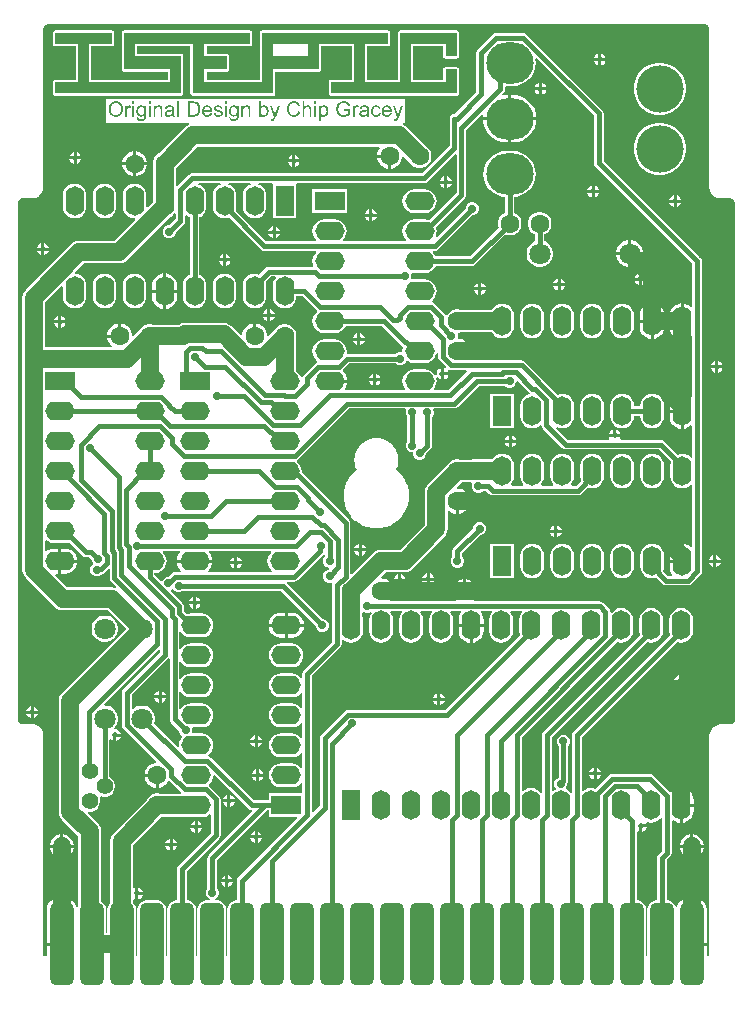
<source format=gtl>
G04*
G04 #@! TF.GenerationSoftware,Altium Limited,Altium Designer,21.1.1 (26)*
G04*
G04 Layer_Physical_Order=1*
G04 Layer_Color=255*
%FSLAX25Y25*%
%MOIN*%
G70*
G04*
G04 #@! TF.SameCoordinates,50531035-4224-446A-8070-EFC382401BCB*
G04*
G04*
G04 #@! TF.FilePolarity,Positive*
G04*
G01*
G75*
G04:AMPARAMS|DCode=24|XSize=78.74mil|YSize=275.59mil|CornerRadius=19.68mil|HoleSize=0mil|Usage=FLASHONLY|Rotation=0.000|XOffset=0mil|YOffset=0mil|HoleType=Round|Shape=RoundedRectangle|*
%AMROUNDEDRECTD24*
21,1,0.07874,0.23622,0,0,0.0*
21,1,0.03937,0.27559,0,0,0.0*
1,1,0.03937,0.01968,-0.11811*
1,1,0.03937,-0.01968,-0.11811*
1,1,0.03937,-0.01968,0.11811*
1,1,0.03937,0.01968,0.11811*
%
%ADD24ROUNDEDRECTD24*%
%ADD25C,0.01575*%
%ADD26C,0.05906*%
%ADD27C,0.06299*%
%ADD28O,0.15748X0.13780*%
%ADD29O,0.06299X0.09843*%
%ADD30R,0.06299X0.09843*%
%ADD31C,0.05512*%
%ADD32C,0.07087*%
%ADD33R,0.09843X0.06299*%
%ADD34O,0.09843X0.06299*%
%ADD35C,0.01968*%
%ADD36C,0.02756*%
%ADD37C,0.05906*%
%ADD38C,0.15748*%
G36*
X193140Y296049D02*
Y280255D01*
X193140Y280255D01*
X193262Y279640D01*
X193610Y279119D01*
X225894Y246835D01*
Y232402D01*
X225394Y232281D01*
X224593Y232896D01*
X223583Y233314D01*
X223000Y233391D01*
Y227500D01*
Y221609D01*
X223583Y221686D01*
X224593Y222104D01*
X225394Y222719D01*
X225894Y222598D01*
Y202402D01*
X225394Y202281D01*
X224593Y202896D01*
X223583Y203314D01*
X223000Y203391D01*
Y197500D01*
Y191609D01*
X223583Y191685D01*
X224593Y192104D01*
X225394Y192719D01*
X225894Y192598D01*
Y182093D01*
X225421Y181932D01*
X225308Y182080D01*
X224485Y182711D01*
X223528Y183107D01*
X222500Y183243D01*
X221472Y183107D01*
X221092Y182950D01*
X216569Y187473D01*
X216048Y187821D01*
X215434Y187943D01*
X215434Y187943D01*
X202003D01*
X201751Y188444D01*
X201941Y188900D01*
X198059D01*
X198249Y188444D01*
X197997Y187943D01*
X184327D01*
X180528Y191743D01*
X180812Y192166D01*
X181472Y191893D01*
X182500Y191757D01*
X183528Y191893D01*
X184485Y192289D01*
X185308Y192920D01*
X185939Y193743D01*
X186336Y194701D01*
X186471Y195728D01*
Y199272D01*
X186336Y200299D01*
X185939Y201257D01*
X185308Y202080D01*
X184485Y202711D01*
X183528Y203107D01*
X182500Y203243D01*
X181472Y203107D01*
X181092Y202950D01*
X180766Y203276D01*
X180722Y203342D01*
X180722Y203342D01*
X170114Y213950D01*
X169593Y214298D01*
X168979Y214421D01*
X168979Y214421D01*
X156871D01*
X156871Y214421D01*
X156673Y214381D01*
X150903D01*
X150712Y214843D01*
X150821Y214952D01*
X151367Y215898D01*
X151650Y216954D01*
Y217000D01*
X147500D01*
Y218000D01*
X151650D01*
Y218046D01*
X151367Y219102D01*
X150821Y220048D01*
X150048Y220820D01*
X149102Y221367D01*
X148085Y221639D01*
X147956Y221713D01*
X147721Y222065D01*
X147741Y222115D01*
Y222976D01*
X147692Y223095D01*
X147941Y223530D01*
X148037Y223568D01*
X148633Y223728D01*
X159073D01*
X159692Y222920D01*
X160514Y222289D01*
X161472Y221893D01*
X162500Y221757D01*
X163528Y221893D01*
X164486Y222289D01*
X165308Y222920D01*
X165939Y223743D01*
X166336Y224701D01*
X166471Y225728D01*
Y229272D01*
X166336Y230299D01*
X165939Y231257D01*
X165308Y232080D01*
X164486Y232711D01*
X163528Y233107D01*
X162500Y233243D01*
X161472Y233107D01*
X160514Y232711D01*
X159692Y232080D01*
X159073Y231272D01*
X148633D01*
X148018Y231437D01*
X146982D01*
X145980Y231169D01*
X145083Y230650D01*
X144350Y229917D01*
X144038Y229378D01*
X143526Y229455D01*
X143511Y229465D01*
X143492Y229559D01*
X143144Y230080D01*
X139864Y233360D01*
X139343Y233708D01*
X139164Y233743D01*
X139040Y234278D01*
X139580Y234692D01*
X140211Y235514D01*
X140607Y236472D01*
X140743Y237500D01*
X140607Y238528D01*
X140211Y239486D01*
X139580Y240308D01*
X138757Y240939D01*
X137799Y241336D01*
X136772Y241471D01*
X133228D01*
X132414Y241364D01*
X132066Y241756D01*
X132053Y241798D01*
X132165Y242069D01*
Y242931D01*
X132053Y243202D01*
X132066Y243244D01*
X132414Y243636D01*
X133228Y243529D01*
X136772D01*
X137799Y243664D01*
X138757Y244061D01*
X139580Y244692D01*
X140211Y245514D01*
X140368Y245894D01*
X152500D01*
X152500Y245894D01*
X153114Y246017D01*
X153635Y246365D01*
X163576Y256306D01*
X164482Y256063D01*
X165518D01*
X166520Y256331D01*
X167417Y256850D01*
X168150Y257583D01*
X168669Y258480D01*
X168937Y259482D01*
Y260518D01*
X168669Y261520D01*
X168150Y262417D01*
X167417Y263150D01*
X166606Y263619D01*
Y268843D01*
X167489Y268930D01*
X168936Y269369D01*
X170270Y270082D01*
X171439Y271041D01*
X172398Y272210D01*
X173111Y273544D01*
X173550Y274991D01*
X173699Y276496D01*
X173550Y278001D01*
X173111Y279448D01*
X172398Y280782D01*
X171439Y281951D01*
X170270Y282910D01*
X168936Y283623D01*
X167489Y284062D01*
X165984Y284210D01*
X164016D01*
X162511Y284062D01*
X161064Y283623D01*
X159730Y282910D01*
X158561Y281951D01*
X157601Y280782D01*
X156889Y279448D01*
X156450Y278001D01*
X156301Y276496D01*
X156450Y274991D01*
X156889Y273544D01*
X157601Y272210D01*
X158561Y271041D01*
X159730Y270082D01*
X161064Y269369D01*
X162511Y268930D01*
X163394Y268843D01*
Y263619D01*
X162583Y263150D01*
X161850Y262417D01*
X161331Y261520D01*
X161063Y260518D01*
Y259482D01*
X161306Y258576D01*
X151835Y249106D01*
X140368D01*
X140211Y249485D01*
X139580Y250308D01*
X139432Y250421D01*
X139593Y250894D01*
X140000D01*
X140000Y250894D01*
X140614Y251017D01*
X141135Y251365D01*
X152605Y262835D01*
X152931D01*
X153727Y263164D01*
X154336Y263773D01*
X154665Y264569D01*
Y265431D01*
X154336Y266227D01*
X153727Y266836D01*
X152931Y267165D01*
X152069D01*
X151273Y266836D01*
X150664Y266227D01*
X150335Y265431D01*
Y265105D01*
X140758Y255528D01*
X140334Y255812D01*
X140607Y256472D01*
X140743Y257500D01*
X140607Y258528D01*
X140450Y258908D01*
X150098Y268555D01*
X150446Y269076D01*
X150568Y269690D01*
Y291252D01*
X155724Y296408D01*
X156204Y296181D01*
X156137Y295500D01*
X164500D01*
Y302928D01*
X164016D01*
X162835Y302812D01*
X162607Y303292D01*
X163062Y303747D01*
X163410Y304267D01*
X163533Y304882D01*
Y305465D01*
X163903Y305801D01*
X164016Y305790D01*
X165984D01*
X167489Y305938D01*
X168936Y306377D01*
X170270Y307090D01*
X171439Y308049D01*
X172398Y309218D01*
X173111Y310552D01*
X173550Y311999D01*
X173699Y313504D01*
X173559Y314922D01*
X173749Y315073D01*
X174027Y315162D01*
X193140Y296049D01*
D02*
G37*
G36*
X147356Y282932D02*
Y270356D01*
X138179Y261178D01*
X137799Y261336D01*
X136772Y261471D01*
X133228D01*
X132201Y261336D01*
X131243Y260939D01*
X130420Y260308D01*
X129789Y259486D01*
X129393Y258528D01*
X129257Y257500D01*
X129393Y256472D01*
X129789Y255515D01*
X130420Y254692D01*
X130568Y254579D01*
X130407Y254106D01*
X109593D01*
X109432Y254579D01*
X109580Y254692D01*
X110211Y255515D01*
X110607Y256472D01*
X110743Y257500D01*
X110607Y258528D01*
X110211Y259486D01*
X109580Y260308D01*
X108757Y260939D01*
X107799Y261336D01*
X106772Y261471D01*
X103228D01*
X102201Y261336D01*
X101243Y260939D01*
X100420Y260308D01*
X99789Y259486D01*
X99393Y258528D01*
X99257Y257500D01*
X99393Y256472D01*
X99789Y255515D01*
X100420Y254692D01*
X100568Y254579D01*
X100407Y254106D01*
X83893D01*
X73678Y264321D01*
X73836Y264701D01*
X73971Y265728D01*
Y269272D01*
X73836Y270299D01*
X73439Y271257D01*
X72808Y272080D01*
X71986Y272711D01*
X71301Y272994D01*
X71400Y273494D01*
X78600D01*
X78699Y272994D01*
X78014Y272711D01*
X77192Y272080D01*
X76561Y271257D01*
X76164Y270299D01*
X76029Y269272D01*
Y265728D01*
X76164Y264701D01*
X76561Y263743D01*
X77192Y262920D01*
X78014Y262289D01*
X78972Y261893D01*
X80000Y261757D01*
X81028Y261893D01*
X81985Y262289D01*
X82808Y262920D01*
X83439Y263743D01*
X83836Y264701D01*
X83971Y265728D01*
Y269272D01*
X83836Y270299D01*
X83439Y271257D01*
X82808Y272080D01*
X81985Y272711D01*
X81300Y272994D01*
X81400Y273494D01*
X85681D01*
X86063Y273209D01*
X86063Y272994D01*
Y261791D01*
X93937D01*
Y272994D01*
X93937Y273209D01*
X94319Y273494D01*
X136600D01*
X136600Y273494D01*
X137215Y273617D01*
X137735Y273965D01*
X146895Y283124D01*
X147356Y282932D01*
D02*
G37*
G36*
X68700Y272994D02*
X68015Y272711D01*
X67192Y272080D01*
X66561Y271257D01*
X66164Y270299D01*
X66029Y269272D01*
Y265728D01*
X66164Y264701D01*
X66561Y263743D01*
X67192Y262920D01*
X68015Y262289D01*
X68972Y261893D01*
X70000Y261757D01*
X71028Y261893D01*
X71408Y262050D01*
X82093Y251365D01*
X82093Y251365D01*
X82614Y251017D01*
X83228Y250894D01*
X100407D01*
X100568Y250421D01*
X100420Y250308D01*
X99789Y249485D01*
X99393Y248528D01*
X99257Y247500D01*
X99393Y246472D01*
X99581Y246018D01*
X99303Y245602D01*
X84724D01*
X84110Y245479D01*
X83589Y245131D01*
X83589Y245131D01*
X81408Y242950D01*
X81028Y243107D01*
X80000Y243243D01*
X78972Y243107D01*
X78014Y242711D01*
X77192Y242080D01*
X76561Y241257D01*
X76164Y240299D01*
X76029Y239272D01*
Y235728D01*
X76164Y234701D01*
X76561Y233743D01*
X77192Y232920D01*
X78014Y232289D01*
X78972Y231893D01*
X80000Y231757D01*
X81028Y231893D01*
X81985Y232289D01*
X82808Y232920D01*
X83439Y233743D01*
X83836Y234701D01*
X83971Y235728D01*
Y239272D01*
X83836Y240299D01*
X83678Y240679D01*
X85390Y242390D01*
X86807D01*
X87047Y241890D01*
X86561Y241257D01*
X86164Y240299D01*
X86029Y239272D01*
Y235728D01*
X86164Y234701D01*
X86561Y233743D01*
X87192Y232920D01*
X88015Y232289D01*
X88972Y231893D01*
X90000Y231757D01*
X91028Y231893D01*
X91985Y232289D01*
X92808Y232920D01*
X93439Y233743D01*
X93836Y234701D01*
X93971Y235728D01*
Y235894D01*
X95882D01*
X100657Y231119D01*
X100734Y230981D01*
X100748Y230559D01*
X100420Y230308D01*
X99789Y229486D01*
X99393Y228528D01*
X99257Y227500D01*
X99393Y226472D01*
X99789Y225515D01*
X100420Y224692D01*
X101243Y224061D01*
X102201Y223664D01*
X103228Y223529D01*
X106772D01*
X107799Y223664D01*
X108757Y224061D01*
X109580Y224692D01*
X110211Y225515D01*
X110368Y225894D01*
X122541D01*
X129158Y219278D01*
X129224Y219234D01*
X129550Y218908D01*
X129393Y218528D01*
X129267Y217569D01*
X129139Y217414D01*
X128797Y217165D01*
X128073D01*
X127277Y216836D01*
X127047Y216606D01*
X111129D01*
X110676Y216991D01*
X110743Y217500D01*
X110607Y218528D01*
X110211Y219485D01*
X109580Y220308D01*
X108757Y220939D01*
X107799Y221336D01*
X106772Y221471D01*
X103228D01*
X102201Y221336D01*
X101243Y220939D01*
X100420Y220308D01*
X99789Y219485D01*
X99393Y218528D01*
X99257Y217500D01*
X99393Y216472D01*
X99789Y215514D01*
X100420Y214692D01*
X100960Y214278D01*
X100836Y213743D01*
X100657Y213708D01*
X100136Y213360D01*
X100136Y213360D01*
X96365Y209588D01*
X96017Y209067D01*
X95987Y208918D01*
X95467Y208867D01*
X95211Y209486D01*
X94580Y210308D01*
X93772Y210927D01*
Y221368D01*
X93937Y221982D01*
Y223018D01*
X93669Y224020D01*
X93150Y224917D01*
X92417Y225650D01*
X91520Y226169D01*
X90518Y226437D01*
X89482D01*
X88480Y226169D01*
X87583Y225650D01*
X86850Y224917D01*
X86532Y224367D01*
X84611Y222446D01*
X84150Y222638D01*
Y223046D01*
X83867Y224102D01*
X83320Y225048D01*
X82548Y225820D01*
X81602Y226367D01*
X80546Y226650D01*
X80500D01*
Y222500D01*
X79500D01*
Y226650D01*
X79454D01*
X78398Y226367D01*
X77452Y225820D01*
X76679Y225048D01*
X76133Y224102D01*
X75850Y223046D01*
Y222894D01*
X75388Y222703D01*
X72333Y225758D01*
X71552Y226358D01*
X70642Y226734D01*
X69666Y226863D01*
X56688D01*
X55711Y226734D01*
X54801Y226358D01*
X54690Y226272D01*
X46132D01*
X45518Y226437D01*
X44482D01*
X43480Y226169D01*
X42583Y225650D01*
X41850Y224917D01*
X41532Y224367D01*
X39612Y222446D01*
X39150Y222638D01*
Y223046D01*
X38867Y224102D01*
X38320Y225048D01*
X37548Y225820D01*
X36602Y226367D01*
X35546Y226650D01*
X35500D01*
Y222500D01*
X35000D01*
Y222000D01*
X30850D01*
Y221954D01*
X31133Y220898D01*
X31679Y219952D01*
X32359Y219272D01*
X32228Y218772D01*
X10111D01*
Y233791D01*
X15529Y239209D01*
X16029Y239002D01*
Y235728D01*
X16164Y234701D01*
X16561Y233743D01*
X17192Y232920D01*
X18014Y232289D01*
X18972Y231893D01*
X20000Y231757D01*
X21028Y231893D01*
X21985Y232289D01*
X22808Y232920D01*
X23439Y233743D01*
X23836Y234701D01*
X23971Y235728D01*
Y239272D01*
X23836Y240299D01*
X23439Y241257D01*
X22808Y242080D01*
X21985Y242711D01*
X21028Y243107D01*
X20238Y243211D01*
X20055Y243736D01*
X23051Y246731D01*
X34775D01*
X35751Y246860D01*
X36661Y247236D01*
X37443Y247836D01*
X51833Y262226D01*
X51986Y262289D01*
X52808Y262920D01*
X53170Y263392D01*
X53670Y263223D01*
Y261641D01*
X51395Y259365D01*
X51069D01*
X50273Y259036D01*
X49664Y258427D01*
X49335Y257631D01*
Y256769D01*
X49664Y255973D01*
X50273Y255364D01*
X51069Y255035D01*
X51931D01*
X52727Y255364D01*
X53336Y255973D01*
X53665Y256769D01*
Y257095D01*
X56411Y259840D01*
X56759Y260361D01*
X56881Y260976D01*
X56881Y260976D01*
Y262535D01*
X57381Y262775D01*
X58015Y262289D01*
X58394Y262132D01*
Y242868D01*
X58015Y242711D01*
X57192Y242080D01*
X56561Y241257D01*
X56164Y240299D01*
X56029Y239272D01*
Y235728D01*
X56164Y234701D01*
X56561Y233743D01*
X57192Y232920D01*
X58015Y232289D01*
X58972Y231893D01*
X60000Y231757D01*
X61028Y231893D01*
X61985Y232289D01*
X62808Y232920D01*
X63439Y233743D01*
X63836Y234701D01*
X63971Y235728D01*
Y239272D01*
X63836Y240299D01*
X63439Y241257D01*
X62808Y242080D01*
X61985Y242711D01*
X61606Y242868D01*
Y262132D01*
X61985Y262289D01*
X62808Y262920D01*
X63439Y263743D01*
X63836Y264701D01*
X63971Y265728D01*
Y269272D01*
X63836Y270299D01*
X63439Y271257D01*
X62808Y272080D01*
X61985Y272711D01*
X61300Y272994D01*
X61400Y273494D01*
X68600D01*
X68700Y272994D01*
D02*
G37*
G36*
X141170Y216915D02*
Y215543D01*
X141170Y215543D01*
X141292Y214929D01*
X141640Y214408D01*
X143874Y212174D01*
X143590Y211751D01*
X143131Y211941D01*
Y210500D01*
X144572D01*
X144326Y211093D01*
X144342Y211127D01*
X144790Y211385D01*
X144929Y211292D01*
X145543Y211170D01*
X145543Y211170D01*
X150554D01*
X150761Y210670D01*
X144473Y204381D01*
X139965D01*
X139725Y204881D01*
X140211Y205515D01*
X140607Y206472D01*
X140743Y207500D01*
X140607Y208528D01*
X141043Y208782D01*
X141507Y208318D01*
X142131Y208059D01*
Y210000D01*
Y211941D01*
X141507Y211682D01*
X140949Y211124D01*
X140647Y210395D01*
Y209702D01*
X140400Y209579D01*
X140181Y209525D01*
X139580Y210308D01*
X138757Y210939D01*
X137799Y211336D01*
X136772Y211471D01*
X133228D01*
X132201Y211336D01*
X131243Y210939D01*
X130420Y210308D01*
X129789Y209486D01*
X129393Y208528D01*
X129257Y207500D01*
X129393Y206472D01*
X129789Y205515D01*
X130275Y204881D01*
X130035Y204381D01*
X110239D01*
X109993Y204881D01*
X110396Y205407D01*
X110814Y206417D01*
X110891Y207000D01*
X105000D01*
Y208000D01*
X110891D01*
X110814Y208583D01*
X110396Y209593D01*
X109731Y210459D01*
X109475Y210656D01*
X109495Y211271D01*
X111618Y213394D01*
X127047D01*
X127277Y213164D01*
X128073Y212835D01*
X128935D01*
X129730Y213164D01*
X130340Y213773D01*
X130491Y214138D01*
X130974Y214268D01*
X131243Y214061D01*
X132201Y213664D01*
X133228Y213529D01*
X136772D01*
X137799Y213664D01*
X138757Y214061D01*
X139580Y214692D01*
X140211Y215514D01*
X140607Y216472D01*
X140670Y216948D01*
X141170Y216915D01*
D02*
G37*
G36*
X229900Y326481D02*
X230067Y326480D01*
X230395Y326415D01*
X230704Y326287D01*
X230982Y326101D01*
X231219Y325865D01*
X231404Y325587D01*
X231533Y325278D01*
X231598Y324950D01*
X231598Y324783D01*
X231598Y272200D01*
X231603Y272175D01*
X231599Y272150D01*
X231612Y271876D01*
X231631Y271803D01*
Y271727D01*
X231738Y271191D01*
X231776Y271098D01*
X231796Y270999D01*
X232005Y270494D01*
X232061Y270410D01*
X232099Y270317D01*
X232403Y269862D01*
X232474Y269791D01*
X232530Y269708D01*
X232917Y269321D01*
X233001Y269265D01*
X233072Y269194D01*
X233527Y268890D01*
X233620Y268851D01*
X233703Y268796D01*
X234209Y268586D01*
X234307Y268567D01*
X234400Y268528D01*
X234937Y268421D01*
X235012D01*
X235086Y268403D01*
X235359Y268390D01*
X235384Y268393D01*
X235409Y268388D01*
X238497D01*
X238655Y268388D01*
X238966Y268327D01*
X239258Y268206D01*
X239520Y268030D01*
X239744Y267807D01*
X239919Y267544D01*
X240040Y267252D01*
X240102Y266942D01*
X240102Y266784D01*
X240102Y94700D01*
X240102Y94542D01*
X240040Y94232D01*
X239919Y93940D01*
X239744Y93678D01*
X239520Y93454D01*
X239257Y93278D01*
X238966Y93158D01*
X238656Y93096D01*
X238498Y93096D01*
X235409Y93096D01*
X235384Y93091D01*
X235359Y93095D01*
X235086Y93081D01*
X235012Y93063D01*
X234937D01*
X234400Y92956D01*
X234307Y92918D01*
X234209Y92898D01*
X233703Y92689D01*
X233620Y92633D01*
X233527Y92594D01*
X233072Y92290D01*
X233001Y92219D01*
X232917Y92163D01*
X232530Y91777D01*
X232474Y91693D01*
X232403Y91622D01*
X232099Y91167D01*
X232061Y91074D01*
X232005Y90991D01*
X231796Y90485D01*
X231776Y90386D01*
X231738Y90294D01*
X231631Y89757D01*
Y89681D01*
X231612Y89608D01*
X231599Y89334D01*
X231603Y89309D01*
X231598Y89284D01*
Y15822D01*
X230663D01*
Y19300D01*
X225700D01*
Y19800D01*
X225200D01*
Y34605D01*
X223731D01*
X222957Y34503D01*
X222234Y34204D01*
X221614Y33728D01*
X221139Y33108D01*
X220839Y32386D01*
X220438Y32340D01*
X220334Y32378D01*
X220076Y33001D01*
X219634Y33577D01*
X219058Y34018D01*
X218388Y34296D01*
X217669Y34391D01*
X217306D01*
Y47863D01*
X218581Y49139D01*
X218581Y49139D01*
X218929Y49659D01*
X219051Y50274D01*
Y60861D01*
X219551Y61107D01*
X220077Y60704D01*
X221087Y60286D01*
X221670Y60209D01*
Y66100D01*
Y71991D01*
X221087Y71914D01*
X220077Y71496D01*
X219211Y70831D01*
X219014Y70575D01*
X218399Y70595D01*
X212900Y76094D01*
X212379Y76442D01*
X211765Y76564D01*
X211765Y76564D01*
X199118D01*
X199118Y76564D01*
X198503Y76442D01*
X197982Y76094D01*
X197982Y76094D01*
X193479Y71591D01*
X193198Y71707D01*
X192170Y71843D01*
X191142Y71707D01*
X190185Y71311D01*
X189551Y70825D01*
X189051Y71065D01*
Y88939D01*
X220763Y120650D01*
X221142Y120493D01*
X222170Y120357D01*
X223198Y120493D01*
X224156Y120889D01*
X224978Y121520D01*
X225609Y122343D01*
X226006Y123301D01*
X226141Y124328D01*
Y127872D01*
X226006Y128899D01*
X225609Y129857D01*
X224978Y130680D01*
X224156Y131311D01*
X223198Y131707D01*
X222170Y131843D01*
X221142Y131707D01*
X220185Y131311D01*
X219362Y130680D01*
X218731Y129857D01*
X218335Y128899D01*
X218199Y127872D01*
Y124328D01*
X218335Y123301D01*
X218492Y122921D01*
X186310Y90739D01*
X185962Y90218D01*
X185840Y89604D01*
X185840Y89604D01*
Y70377D01*
X185340Y70208D01*
X184978Y70680D01*
X184156Y71311D01*
X183978Y71384D01*
X183881Y71874D01*
X183967Y71960D01*
X184296Y72756D01*
Y73504D01*
X184436Y73714D01*
X184558Y74328D01*
Y85936D01*
X184788Y86166D01*
X185118Y86962D01*
Y87823D01*
X184788Y88619D01*
X184179Y89228D01*
X183384Y89558D01*
X182522D01*
X181726Y89228D01*
X181117Y88619D01*
X180787Y87823D01*
Y86962D01*
X181117Y86166D01*
X181347Y85936D01*
Y75206D01*
X180904Y75022D01*
X180295Y74413D01*
X179965Y73617D01*
Y72756D01*
X180295Y71960D01*
X180404Y71851D01*
X180306Y71361D01*
X180185Y71311D01*
X179551Y70825D01*
X179051Y71065D01*
Y88939D01*
X210763Y120650D01*
X211142Y120493D01*
X212170Y120357D01*
X213198Y120493D01*
X214156Y120889D01*
X214978Y121520D01*
X215609Y122343D01*
X216006Y123301D01*
X216141Y124328D01*
Y127872D01*
X216006Y128899D01*
X215609Y129857D01*
X214978Y130680D01*
X214156Y131311D01*
X213198Y131707D01*
X212170Y131843D01*
X211142Y131707D01*
X210185Y131311D01*
X209362Y130680D01*
X208731Y129857D01*
X208334Y128899D01*
X208199Y127872D01*
Y124328D01*
X208334Y123301D01*
X208492Y122921D01*
X176310Y90739D01*
X175962Y90218D01*
X175840Y89604D01*
X175840Y89604D01*
Y70377D01*
X175340Y70208D01*
X174978Y70680D01*
X174156Y71311D01*
X173198Y71707D01*
X172170Y71843D01*
X171142Y71707D01*
X170185Y71311D01*
X169551Y70825D01*
X169051Y71065D01*
Y88917D01*
X200392Y120258D01*
X200392Y120258D01*
X200436Y120324D01*
X200763Y120650D01*
X201142Y120493D01*
X202170Y120357D01*
X203198Y120493D01*
X204156Y120889D01*
X204978Y121520D01*
X205609Y122343D01*
X206006Y123301D01*
X206141Y124328D01*
Y127872D01*
X206006Y128899D01*
X205609Y129857D01*
X204978Y130680D01*
X204156Y131311D01*
X203198Y131707D01*
X202170Y131843D01*
X201142Y131707D01*
X200185Y131311D01*
X199362Y130680D01*
X199000Y130208D01*
X198500Y130377D01*
Y130605D01*
X198378Y131220D01*
X198030Y131741D01*
X198030Y131741D01*
X196135Y133635D01*
X195615Y133983D01*
X195000Y134106D01*
X195000Y134106D01*
X194610D01*
X194127Y134202D01*
X194127Y134202D01*
X152999D01*
X152792Y134702D01*
X153163Y135073D01*
X153683Y135974D01*
X153953Y136980D01*
Y137000D01*
X146047D01*
Y136980D01*
X146317Y135974D01*
X146837Y135073D01*
X147208Y134702D01*
X147001Y134202D01*
X125394D01*
X125202Y134664D01*
X125491Y134952D01*
X126037Y135898D01*
X126320Y136954D01*
Y137000D01*
X122170D01*
Y138000D01*
X126320D01*
Y138046D01*
X126037Y139102D01*
X125491Y140048D01*
X124718Y140821D01*
X123772Y141367D01*
X122716Y141650D01*
X122308D01*
X122117Y142112D01*
X123733Y143728D01*
X130075D01*
X131052Y143856D01*
X131962Y144233D01*
X132743Y144833D01*
X143278Y155367D01*
X143877Y156149D01*
X144254Y157059D01*
X144383Y158035D01*
Y164096D01*
X144845Y164287D01*
X144952Y164180D01*
X145898Y163633D01*
X146954Y163350D01*
X147000D01*
Y167500D01*
X147500D01*
Y168000D01*
X151650D01*
Y168046D01*
X151367Y169102D01*
X150821Y170048D01*
X150048Y170820D01*
X149102Y171367D01*
X148046Y171650D01*
X147638D01*
X147447Y172111D01*
X149138Y173803D01*
X152202D01*
X152497Y173461D01*
X152543Y173319D01*
X152382Y172931D01*
Y172069D01*
X152712Y171273D01*
X153321Y170664D01*
X154116Y170335D01*
X154978D01*
X155774Y170664D01*
X156004Y170894D01*
X157155D01*
X158180Y169869D01*
X158180Y169869D01*
X158701Y169520D01*
X159316Y169398D01*
X159316Y169398D01*
X187776D01*
X187776Y169398D01*
X188390Y169520D01*
X188911Y169869D01*
X191092Y172050D01*
X191472Y171893D01*
X192500Y171757D01*
X193528Y171893D01*
X194485Y172289D01*
X195308Y172920D01*
X195939Y173743D01*
X196336Y174701D01*
X196471Y175728D01*
Y179272D01*
X196336Y180299D01*
X195939Y181257D01*
X195308Y182080D01*
X194485Y182711D01*
X193528Y183107D01*
X192500Y183243D01*
X191472Y183107D01*
X190515Y182711D01*
X189692Y182080D01*
X189061Y181257D01*
X188664Y180299D01*
X188529Y179272D01*
Y175728D01*
X188664Y174701D01*
X188822Y174321D01*
X187110Y172610D01*
X185693D01*
X185453Y173110D01*
X185939Y173743D01*
X186336Y174701D01*
X186471Y175728D01*
Y179272D01*
X186336Y180299D01*
X185939Y181257D01*
X185308Y182080D01*
X184485Y182711D01*
X183528Y183107D01*
X182500Y183243D01*
X181472Y183107D01*
X180515Y182711D01*
X179692Y182080D01*
X179061Y181257D01*
X178664Y180299D01*
X178529Y179272D01*
Y175728D01*
X178664Y174701D01*
X179061Y173743D01*
X179547Y173110D01*
X179307Y172610D01*
X175693D01*
X175453Y173110D01*
X175939Y173743D01*
X176336Y174701D01*
X176471Y175728D01*
Y179272D01*
X176336Y180299D01*
X175939Y181257D01*
X175308Y182080D01*
X174486Y182711D01*
X173528Y183107D01*
X172500Y183243D01*
X171472Y183107D01*
X170515Y182711D01*
X169692Y182080D01*
X169061Y181257D01*
X168664Y180299D01*
X168529Y179272D01*
Y175728D01*
X168664Y174701D01*
X169061Y173743D01*
X169547Y173110D01*
X169307Y172610D01*
X165693D01*
X165453Y173110D01*
X165939Y173743D01*
X166336Y174701D01*
X166471Y175728D01*
Y179272D01*
X166336Y180299D01*
X165939Y181257D01*
X165308Y182080D01*
X164486Y182711D01*
X163528Y183107D01*
X162500Y183243D01*
X161472Y183107D01*
X160514Y182711D01*
X159692Y182080D01*
X159163Y181391D01*
X152427D01*
X152102Y181348D01*
X148351D01*
X148018Y181437D01*
X146982D01*
X145980Y181169D01*
X145083Y180650D01*
X144350Y179917D01*
X144032Y179367D01*
X137943Y173278D01*
X137343Y172496D01*
X136966Y171587D01*
X136838Y170610D01*
Y159598D01*
X128513Y151272D01*
X122170D01*
X121194Y151144D01*
X120284Y150767D01*
X119503Y150168D01*
X112382Y143047D01*
X111921Y143239D01*
Y160191D01*
X111921Y160191D01*
X111798Y160806D01*
X111450Y161327D01*
X95688Y177088D01*
X95743Y177500D01*
X95607Y178528D01*
X95211Y179485D01*
X94580Y180308D01*
X94235Y180573D01*
X94229Y180587D01*
X94287Y181163D01*
X94588Y181365D01*
X111618Y198394D01*
X130173D01*
X130507Y197894D01*
X130335Y197478D01*
Y196616D01*
X130664Y195821D01*
X130887Y195598D01*
Y187482D01*
X130650Y187245D01*
X130320Y186449D01*
Y185588D01*
X130650Y184792D01*
X131259Y184183D01*
X132055Y183853D01*
X132835D01*
Y183091D01*
X133164Y182295D01*
X133773Y181686D01*
X134569Y181357D01*
X135431D01*
X136227Y181686D01*
X136836Y182295D01*
X137165Y183091D01*
Y183416D01*
X138635Y184887D01*
X138635Y184887D01*
X138983Y185407D01*
X139106Y186022D01*
Y195583D01*
X139336Y195814D01*
X139665Y196609D01*
Y197471D01*
X139490Y197894D01*
X139824Y198394D01*
X146567D01*
X146567Y198394D01*
X147181Y198517D01*
X147702Y198865D01*
X154732Y205894D01*
X163543D01*
X163773Y205664D01*
X164569Y205335D01*
X165431D01*
X166227Y205664D01*
X166836Y206273D01*
X167165Y207069D01*
Y207357D01*
X167665Y207564D01*
X171365Y203865D01*
X171365Y203865D01*
X171699Y203642D01*
X171577Y203121D01*
X171472Y203107D01*
X170515Y202711D01*
X169692Y202080D01*
X169061Y201257D01*
X168664Y200299D01*
X168529Y199272D01*
Y195728D01*
X168664Y194701D01*
X169061Y193743D01*
X169692Y192920D01*
X170515Y192289D01*
X171472Y191893D01*
X172500Y191757D01*
X173528Y191893D01*
X174486Y192289D01*
X175119Y192775D01*
X175217Y192775D01*
X175642Y192602D01*
X175656Y192588D01*
X175741Y192161D01*
X176089Y191640D01*
X182527Y185203D01*
X182527Y185202D01*
X183048Y184854D01*
X183662Y184732D01*
X183662Y184732D01*
X214769D01*
X218822Y180679D01*
X218664Y180299D01*
X218529Y179272D01*
Y175728D01*
X218664Y174701D01*
X219061Y173743D01*
X219692Y172920D01*
X220514Y172289D01*
X221472Y171893D01*
X222500Y171757D01*
X223528Y171893D01*
X224485Y172289D01*
X225308Y172920D01*
X225421Y173068D01*
X225894Y172907D01*
Y152402D01*
X225394Y152281D01*
X224593Y152896D01*
X223583Y153314D01*
X223000Y153391D01*
Y147500D01*
X222500D01*
Y147000D01*
X218315D01*
Y145728D01*
X218457Y144645D01*
X218875Y143636D01*
X219279Y143110D01*
X219032Y142610D01*
X217889D01*
X216178Y144321D01*
X216336Y144701D01*
X216471Y145728D01*
Y149272D01*
X216336Y150299D01*
X215939Y151257D01*
X215308Y152080D01*
X214486Y152711D01*
X213528Y153107D01*
X212500Y153243D01*
X211472Y153107D01*
X210514Y152711D01*
X209692Y152080D01*
X209061Y151257D01*
X208664Y150299D01*
X208529Y149272D01*
Y145728D01*
X208664Y144701D01*
X209061Y143743D01*
X209692Y142920D01*
X210514Y142289D01*
X211472Y141893D01*
X212500Y141757D01*
X213528Y141893D01*
X213908Y142050D01*
X216089Y139869D01*
X216089Y139869D01*
X216610Y139521D01*
X217224Y139398D01*
X224457D01*
X224457Y139398D01*
X225071Y139521D01*
X225592Y139869D01*
X228635Y142912D01*
X228983Y143433D01*
X229106Y144047D01*
X229106Y144047D01*
Y247500D01*
X229106Y247500D01*
X228983Y248114D01*
X228635Y248635D01*
X228635Y248635D01*
X196351Y280920D01*
Y296714D01*
X196229Y297328D01*
X195881Y297849D01*
X195880Y297849D01*
X175584Y318145D01*
X175584Y318145D01*
X175584Y318145D01*
X170626Y323104D01*
X170105Y323452D01*
X169490Y323574D01*
X169490Y323574D01*
X160510D01*
X159895Y323452D01*
X159374Y323104D01*
X159374Y323104D01*
X154416Y318145D01*
X154068Y317624D01*
X153946Y317010D01*
X153946Y317010D01*
Y303789D01*
X146762Y296606D01*
X146600D01*
X145985Y296483D01*
X145465Y296135D01*
X145117Y295615D01*
X144994Y295000D01*
Y285765D01*
X135935Y276706D01*
X59147D01*
X58533Y276583D01*
X58012Y276235D01*
X58012Y276235D01*
X54272Y272496D01*
X53772Y272683D01*
Y278437D01*
X60952Y285617D01*
X121596D01*
X121787Y285155D01*
X121679Y285048D01*
X121133Y284102D01*
X120850Y283046D01*
Y283000D01*
X125000D01*
Y282500D01*
X125500D01*
Y278350D01*
X125546D01*
X126602Y278633D01*
X127548Y279180D01*
X128321Y279952D01*
X128867Y280898D01*
X129150Y281954D01*
Y282362D01*
X129612Y282554D01*
X131532Y280633D01*
X131850Y280083D01*
X132583Y279350D01*
X133480Y278831D01*
X134482Y278563D01*
X135518D01*
X136520Y278831D01*
X137417Y279350D01*
X138150Y280083D01*
X138669Y280980D01*
X138937Y281982D01*
Y283018D01*
X138669Y284020D01*
X138150Y284917D01*
X137417Y285650D01*
X136867Y285968D01*
X130778Y292057D01*
X129997Y292657D01*
X129382Y292911D01*
X129482Y293411D01*
X130260D01*
Y301589D01*
X30540D01*
Y293411D01*
X58018D01*
X58118Y292911D01*
X57503Y292657D01*
X56722Y292057D01*
X48133Y283468D01*
X47583Y283150D01*
X46850Y282417D01*
X46331Y281520D01*
X46063Y280518D01*
Y279482D01*
X46228Y278868D01*
Y270452D01*
X46164Y270299D01*
X46029Y269272D01*
Y267092D01*
X44416Y265479D01*
X44065Y265652D01*
X43971Y265741D01*
Y269272D01*
X43836Y270299D01*
X43439Y271257D01*
X42808Y272080D01*
X41985Y272711D01*
X41028Y273107D01*
X40000Y273243D01*
X38972Y273107D01*
X38015Y272711D01*
X37192Y272080D01*
X36561Y271257D01*
X36164Y270299D01*
X36029Y269272D01*
Y265728D01*
X36164Y264701D01*
X36561Y263743D01*
X37192Y262920D01*
X38015Y262289D01*
X38972Y261893D01*
X39988Y261759D01*
X40103Y261609D01*
X40249Y261313D01*
X33213Y254276D01*
X21488D01*
X20512Y254147D01*
X19602Y253770D01*
X18821Y253171D01*
X3671Y238021D01*
X3072Y237240D01*
X2695Y236330D01*
X2566Y235354D01*
Y215000D01*
Y144646D01*
X2695Y143670D01*
X3072Y142760D01*
X3671Y141979D01*
X13381Y132269D01*
X14163Y131669D01*
X15072Y131292D01*
X16049Y131164D01*
X31001D01*
X37165Y125000D01*
X15836Y103671D01*
X15237Y102890D01*
X14860Y101980D01*
X14731Y101004D01*
Y63996D01*
X14860Y63020D01*
X15237Y62110D01*
X15836Y61329D01*
X21228Y55937D01*
Y32768D01*
X21066Y32378D01*
X20962Y32340D01*
X20561Y32386D01*
X20261Y33108D01*
X19786Y33728D01*
X19166Y34204D01*
X18443Y34503D01*
X17669Y34605D01*
X16200D01*
Y19800D01*
X15700D01*
Y19300D01*
X10737D01*
Y15822D01*
X9619D01*
Y89384D01*
X9615Y89409D01*
X9618Y89434D01*
X9605Y89708D01*
X9586Y89781D01*
Y89857D01*
X9480Y90394D01*
X9441Y90486D01*
X9422Y90585D01*
X9212Y91091D01*
X9156Y91174D01*
X9118Y91267D01*
X8814Y91722D01*
X8743Y91793D01*
X8687Y91877D01*
X8300Y92264D01*
X8217Y92319D01*
X8146Y92390D01*
X7690Y92694D01*
X7598Y92733D01*
X7514Y92789D01*
X7008Y92998D01*
X6910Y93018D01*
X6817Y93056D01*
X6280Y93163D01*
X6205D01*
X6132Y93181D01*
X5858Y93195D01*
X5833Y93191D01*
X5808Y93196D01*
X2720Y93196D01*
X2562Y93196D01*
X2252Y93258D01*
X1960Y93379D01*
X1697Y93554D01*
X1474Y93777D01*
X1298Y94040D01*
X1177Y94332D01*
X1116Y94642D01*
X1116Y94800D01*
X1116Y266884D01*
X1116Y267042D01*
X1177Y267352D01*
X1298Y267644D01*
X1474Y267907D01*
X1697Y268130D01*
X1960Y268306D01*
X2252Y268427D01*
X2562Y268488D01*
X2720Y268488D01*
X5808Y268488D01*
X5833Y268493D01*
X5858Y268490D01*
X6132Y268503D01*
X6205Y268521D01*
X6280D01*
X6817Y268628D01*
X6910Y268667D01*
X7008Y268686D01*
X7514Y268896D01*
X7598Y268951D01*
X7690Y268990D01*
X8146Y269294D01*
X8217Y269365D01*
X8300Y269421D01*
X8687Y269808D01*
X8743Y269891D01*
X8814Y269962D01*
X9118Y270417D01*
X9156Y270510D01*
X9212Y270594D01*
X9422Y271099D01*
X9441Y271198D01*
X9480Y271291D01*
X9586Y271827D01*
Y271903D01*
X9605Y271976D01*
X9618Y272250D01*
X9615Y272275D01*
X9619Y272300D01*
Y324900D01*
Y325056D01*
X9680Y325361D01*
X9799Y325649D01*
X9972Y325907D01*
X10193Y326128D01*
X10451Y326301D01*
X10739Y326420D01*
X11044Y326481D01*
X11200D01*
X229900Y326481D01*
D02*
G37*
G36*
X85575Y150426D02*
X85420Y150308D01*
X84789Y149486D01*
X84393Y148528D01*
X84257Y147500D01*
X84393Y146472D01*
X84789Y145515D01*
X85420Y144692D01*
X85891Y144331D01*
X85722Y143831D01*
X64627D01*
X64458Y144331D01*
X64731Y144541D01*
X65396Y145407D01*
X65815Y146417D01*
X65891Y147000D01*
X54109D01*
X54185Y146417D01*
X54604Y145407D01*
X55269Y144541D01*
X55542Y144331D01*
X55373Y143831D01*
X53482D01*
X52867Y143709D01*
X52346Y143360D01*
X52346Y143360D01*
X51271Y142285D01*
X50834D01*
X50038Y141956D01*
X49429Y141347D01*
X49244Y140902D01*
X48654Y140784D01*
X46606Y142833D01*
Y143529D01*
X46772D01*
X47799Y143664D01*
X48757Y144061D01*
X49580Y144692D01*
X50211Y145515D01*
X50607Y146472D01*
X50743Y147500D01*
X50607Y148528D01*
X50211Y149486D01*
X49580Y150308D01*
X49425Y150426D01*
X49586Y150900D01*
X55108D01*
X55223Y150400D01*
X54604Y149593D01*
X54185Y148583D01*
X54109Y148000D01*
X65891D01*
X65815Y148583D01*
X65396Y149593D01*
X64777Y150400D01*
X64892Y150900D01*
X85414D01*
X85575Y150426D01*
D02*
G37*
G36*
X103148Y149626D02*
X103394Y149488D01*
Y148957D01*
X103164Y148727D01*
X102835Y147931D01*
Y147069D01*
X103164Y146273D01*
X103773Y145664D01*
X104479Y145372D01*
X104655Y145033D01*
X104712Y144835D01*
X104593Y144665D01*
X104569D01*
X103773Y144336D01*
X103164Y143727D01*
X102835Y142931D01*
Y142069D01*
X103164Y141273D01*
X103773Y140664D01*
X104569Y140335D01*
X105431D01*
X105578Y140395D01*
X105801Y140207D01*
X105950Y140008D01*
X105840Y139457D01*
X105840Y139457D01*
Y120510D01*
X96365Y111034D01*
X96017Y110513D01*
X95894Y109899D01*
X95894Y109899D01*
Y108734D01*
X95394Y108564D01*
X95131Y108908D01*
X94308Y109539D01*
X93351Y109936D01*
X92323Y110071D01*
X88779D01*
X87752Y109936D01*
X86794Y109539D01*
X85972Y108908D01*
X85341Y108086D01*
X84944Y107128D01*
X84809Y106100D01*
X84944Y105072D01*
X85341Y104114D01*
X85972Y103292D01*
X86794Y102661D01*
X87752Y102264D01*
X88779Y102129D01*
X92323D01*
X93351Y102264D01*
X94308Y102661D01*
X95131Y103292D01*
X95394Y103636D01*
X95894Y103466D01*
Y98734D01*
X95394Y98564D01*
X95131Y98908D01*
X94308Y99539D01*
X93351Y99936D01*
X92323Y100071D01*
X88779D01*
X87752Y99936D01*
X86794Y99539D01*
X85972Y98908D01*
X85341Y98085D01*
X84944Y97128D01*
X84809Y96100D01*
X84944Y95072D01*
X85341Y94115D01*
X85972Y93292D01*
X86794Y92661D01*
X87752Y92264D01*
X88779Y92129D01*
X92323D01*
X93351Y92264D01*
X94308Y92661D01*
X95131Y93292D01*
X95394Y93636D01*
X95894Y93466D01*
Y88734D01*
X95394Y88564D01*
X95131Y88908D01*
X94308Y89539D01*
X93351Y89936D01*
X92323Y90071D01*
X88779D01*
X87752Y89936D01*
X86794Y89539D01*
X85972Y88908D01*
X85341Y88086D01*
X84944Y87128D01*
X84809Y86100D01*
X84944Y85072D01*
X85341Y84114D01*
X85972Y83292D01*
X86794Y82661D01*
X87752Y82264D01*
X88779Y82129D01*
X92323D01*
X93351Y82264D01*
X94308Y82661D01*
X95131Y83292D01*
X95394Y83636D01*
X95894Y83466D01*
Y78734D01*
X95394Y78564D01*
X95131Y78908D01*
X94308Y79539D01*
X93351Y79936D01*
X92323Y80071D01*
X88779D01*
X87752Y79936D01*
X86794Y79539D01*
X85972Y78908D01*
X85341Y78086D01*
X84944Y77128D01*
X84809Y76100D01*
X84944Y75072D01*
X85341Y74115D01*
X85972Y73292D01*
X86794Y72661D01*
X87752Y72264D01*
X88779Y72129D01*
X92323D01*
X93351Y72264D01*
X94308Y72661D01*
X95131Y73292D01*
X95394Y73636D01*
X95894Y73466D01*
Y70037D01*
X84842D01*
Y67706D01*
X83600D01*
X83600Y67706D01*
X83600Y67706D01*
X79669D01*
X65415Y81960D01*
X64894Y82308D01*
X64716Y82343D01*
X64591Y82878D01*
X65131Y83292D01*
X65762Y84114D01*
X66158Y85072D01*
X66294Y86100D01*
X66158Y87128D01*
X65762Y88086D01*
X65131Y88908D01*
X64308Y89539D01*
X63351Y89936D01*
X62323Y90071D01*
X59345D01*
X59067Y90487D01*
X59142Y90669D01*
Y91531D01*
X59067Y91713D01*
X59345Y92129D01*
X62323D01*
X63351Y92264D01*
X64308Y92661D01*
X65131Y93292D01*
X65762Y94115D01*
X66158Y95072D01*
X66294Y96100D01*
X66158Y97128D01*
X65762Y98085D01*
X65131Y98908D01*
X64308Y99539D01*
X63351Y99936D01*
X62323Y100071D01*
X58780D01*
X57752Y99936D01*
X56794Y99539D01*
X55972Y98908D01*
X55432Y98204D01*
X54932Y98344D01*
Y103856D01*
X55432Y103996D01*
X55972Y103292D01*
X56794Y102661D01*
X57752Y102264D01*
X58780Y102129D01*
X62323D01*
X63351Y102264D01*
X64308Y102661D01*
X65131Y103292D01*
X65762Y104114D01*
X66158Y105072D01*
X66294Y106100D01*
X66158Y107128D01*
X65762Y108086D01*
X65131Y108908D01*
X64308Y109539D01*
X63351Y109936D01*
X62323Y110071D01*
X58780D01*
X57752Y109936D01*
X56794Y109539D01*
X55972Y108908D01*
X55432Y108204D01*
X54932Y108344D01*
Y113856D01*
X55432Y113996D01*
X55972Y113292D01*
X56794Y112661D01*
X57752Y112264D01*
X58780Y112129D01*
X62323D01*
X63351Y112264D01*
X64308Y112661D01*
X65131Y113292D01*
X65762Y114114D01*
X66158Y115072D01*
X66294Y116100D01*
X66158Y117128D01*
X65762Y118086D01*
X65131Y118908D01*
X64308Y119539D01*
X63351Y119936D01*
X62323Y120071D01*
X58780D01*
X57752Y119936D01*
X56794Y119539D01*
X55972Y118908D01*
X55432Y118204D01*
X54932Y118344D01*
Y123856D01*
X55432Y123996D01*
X55972Y123292D01*
X56794Y122661D01*
X57752Y122264D01*
X58780Y122129D01*
X62323D01*
X63351Y122264D01*
X64308Y122661D01*
X65131Y123292D01*
X65762Y124115D01*
X66158Y125072D01*
X66294Y126100D01*
X66158Y127128D01*
X65762Y128085D01*
X65131Y128908D01*
X64308Y129539D01*
X63351Y129936D01*
X62323Y130071D01*
X58780D01*
X57752Y129936D01*
X57372Y129778D01*
X56310Y130840D01*
Y132463D01*
X56188Y133078D01*
X55840Y133599D01*
X55840Y133599D01*
X52072Y137367D01*
X52151Y137918D01*
X52510Y138133D01*
X52869Y138046D01*
X53478Y137437D01*
X54274Y137107D01*
X55135D01*
X55931Y137437D01*
X56161Y137667D01*
X88663D01*
X100335Y125995D01*
Y125669D01*
X100664Y124873D01*
X101273Y124264D01*
X102069Y123935D01*
X102931D01*
X103727Y124264D01*
X104336Y124873D01*
X104665Y125669D01*
Y126531D01*
X104336Y127327D01*
X103727Y127936D01*
X102931Y128265D01*
X102605D01*
X90751Y140119D01*
X90958Y140619D01*
X93178D01*
X93178Y140619D01*
X93792Y140742D01*
X94313Y141090D01*
X102894Y149671D01*
X103148Y149626D01*
D02*
G37*
G36*
X11243Y154061D02*
X12201Y153664D01*
X13228Y153529D01*
X16772D01*
X17799Y153664D01*
X18179Y153822D01*
X22724Y149277D01*
X22724Y149277D01*
X23245Y148929D01*
X23860Y148806D01*
X23860Y148806D01*
X24963D01*
X25780Y147990D01*
Y147664D01*
X26110Y146869D01*
X26078Y146288D01*
X25605Y145815D01*
X25275Y145019D01*
Y144157D01*
X25605Y143361D01*
X26214Y142752D01*
X27010Y142423D01*
X27871D01*
X28667Y142752D01*
X29194Y143279D01*
X29455Y143331D01*
X29976Y143679D01*
X31193Y144896D01*
X31655Y144705D01*
Y141739D01*
X31655Y141739D01*
X31777Y141125D01*
X32125Y140604D01*
X33687Y139042D01*
X33643Y138901D01*
X33427Y138595D01*
X32564Y138708D01*
X17611D01*
X13505Y142815D01*
X13712Y143315D01*
X14500D01*
Y147500D01*
Y151685D01*
X13228D01*
X12145Y151543D01*
X11136Y151125D01*
X10611Y150722D01*
X10111Y150969D01*
Y154304D01*
X10611Y154546D01*
X11243Y154061D01*
D02*
G37*
G36*
X169217Y130490D02*
X168731Y129857D01*
X168334Y128899D01*
X168199Y127872D01*
Y124328D01*
X168334Y123301D01*
X168492Y122921D01*
X143496Y97925D01*
X111277D01*
X111277Y97925D01*
X110662Y97803D01*
X110142Y97455D01*
X110142Y97455D01*
X102202Y89516D01*
X101854Y88995D01*
X101732Y88380D01*
X101732Y88380D01*
Y65913D01*
X99568Y63749D01*
X99106Y63940D01*
Y109234D01*
X108581Y118709D01*
X108581Y118709D01*
X108929Y119230D01*
X109051Y119845D01*
Y121135D01*
X109551Y121375D01*
X110185Y120889D01*
X111142Y120493D01*
X112170Y120357D01*
X113198Y120493D01*
X114156Y120889D01*
X114978Y121520D01*
X115609Y122343D01*
X116006Y123301D01*
X116141Y124328D01*
Y127872D01*
X116006Y128899D01*
X115943Y129052D01*
Y130342D01*
X116443Y130594D01*
X117069Y130335D01*
X117931D01*
X118727Y130664D01*
X119079Y130310D01*
X118731Y129857D01*
X118334Y128899D01*
X118199Y127872D01*
Y124328D01*
X118334Y123301D01*
X118731Y122343D01*
X119362Y121520D01*
X120185Y120889D01*
X121142Y120493D01*
X122170Y120357D01*
X123198Y120493D01*
X124156Y120889D01*
X124978Y121520D01*
X125609Y122343D01*
X126006Y123301D01*
X126141Y124328D01*
Y127872D01*
X126006Y128899D01*
X125609Y129857D01*
X125123Y130490D01*
X125364Y130990D01*
X128977D01*
X129217Y130490D01*
X128731Y129857D01*
X128334Y128899D01*
X128199Y127872D01*
Y124328D01*
X128334Y123301D01*
X128731Y122343D01*
X129362Y121520D01*
X130185Y120889D01*
X131142Y120493D01*
X132170Y120357D01*
X133198Y120493D01*
X134156Y120889D01*
X134978Y121520D01*
X135609Y122343D01*
X136006Y123301D01*
X136141Y124328D01*
Y127872D01*
X136006Y128899D01*
X135609Y129857D01*
X135123Y130490D01*
X135364Y130990D01*
X138977D01*
X139217Y130490D01*
X138731Y129857D01*
X138335Y128899D01*
X138199Y127872D01*
Y124328D01*
X138335Y123301D01*
X138731Y122343D01*
X139362Y121520D01*
X140185Y120889D01*
X141142Y120493D01*
X142170Y120357D01*
X143198Y120493D01*
X144156Y120889D01*
X144978Y121520D01*
X145609Y122343D01*
X146006Y123301D01*
X146141Y124328D01*
Y127872D01*
X146006Y128899D01*
X145609Y129857D01*
X145123Y130490D01*
X145364Y130990D01*
X148703D01*
X148949Y130490D01*
X148546Y129964D01*
X148127Y128955D01*
X147985Y127872D01*
Y126600D01*
X152170D01*
X156356D01*
Y127872D01*
X156213Y128955D01*
X155795Y129964D01*
X155391Y130490D01*
X155638Y130990D01*
X158977D01*
X159217Y130490D01*
X158731Y129857D01*
X158335Y128899D01*
X158199Y127872D01*
Y124328D01*
X158335Y123301D01*
X158731Y122343D01*
X159362Y121520D01*
X160185Y120889D01*
X161142Y120493D01*
X162170Y120357D01*
X163198Y120493D01*
X164156Y120889D01*
X164978Y121520D01*
X165609Y122343D01*
X166006Y123301D01*
X166141Y124328D01*
Y127872D01*
X166006Y128899D01*
X165609Y129857D01*
X165123Y130490D01*
X165364Y130990D01*
X168977D01*
X169217Y130490D01*
D02*
G37*
G36*
X48475Y117789D02*
Y116974D01*
X36246Y104745D01*
X35899Y104225D01*
X35776Y103610D01*
X35776Y103610D01*
Y92880D01*
X35776Y92880D01*
X35899Y92265D01*
X36246Y91745D01*
X43658Y84333D01*
X43717Y84294D01*
X47299Y80712D01*
X47108Y80250D01*
X46954D01*
X45898Y79967D01*
X44952Y79421D01*
X44179Y78648D01*
X43633Y77702D01*
X43350Y76646D01*
Y76600D01*
X47500D01*
Y76100D01*
X48000D01*
Y71950D01*
X48046D01*
X49102Y72233D01*
X50048Y72780D01*
X50820Y73552D01*
X51131Y74089D01*
X51756Y74172D01*
X55555Y70372D01*
X55368Y69872D01*
X48632D01*
X48018Y70037D01*
X46982D01*
X45980Y69769D01*
X45083Y69250D01*
X44350Y68517D01*
X44032Y67967D01*
X33033Y56968D01*
X32433Y56186D01*
X32056Y55276D01*
X31928Y54300D01*
Y33701D01*
X31766Y33577D01*
X31324Y33001D01*
X31047Y32331D01*
X30952Y31611D01*
Y23572D01*
X30448D01*
Y31611D01*
X30354Y32331D01*
X30076Y33001D01*
X29634Y33577D01*
X29058Y34018D01*
X28772Y34137D01*
Y57500D01*
X28644Y58476D01*
X28267Y59386D01*
X27667Y60167D01*
X24294Y63541D01*
X24406Y63736D01*
X24585Y63957D01*
X25466D01*
X26368Y64198D01*
X27176Y64665D01*
X27835Y65324D01*
X28302Y66132D01*
X28543Y67033D01*
Y67967D01*
X28320Y68801D01*
X28485Y69015D01*
X28699Y69180D01*
X29533Y68957D01*
X30466D01*
X31368Y69198D01*
X32176Y69665D01*
X32835Y70324D01*
X33302Y71132D01*
X33543Y72034D01*
Y72966D01*
X33302Y73868D01*
X32835Y74676D01*
X32176Y75335D01*
X31606Y75664D01*
Y87846D01*
X32106Y88054D01*
X32341Y87818D01*
X32965Y87559D01*
Y89500D01*
X33465D01*
Y90000D01*
X35406D01*
X35148Y90624D01*
X34589Y91182D01*
X33860Y91484D01*
X33316D01*
X33109Y91984D01*
X33465Y92341D01*
X34036Y93328D01*
X34331Y94430D01*
Y95570D01*
X34036Y96672D01*
X33465Y97659D01*
X32659Y98465D01*
X31672Y99036D01*
X30570Y99331D01*
X30070D01*
X29863Y99831D01*
X48013Y117981D01*
X48475Y117789D01*
D02*
G37*
G36*
X51720Y115028D02*
Y94751D01*
X51720Y94751D01*
X51842Y94137D01*
X52191Y93616D01*
X54812Y90995D01*
Y90669D01*
X55141Y89873D01*
X55692Y89323D01*
X55754Y89231D01*
X55811Y88698D01*
X55341Y88086D01*
X54944Y87128D01*
X54809Y86100D01*
X54874Y85604D01*
X54400Y85370D01*
X46501Y93269D01*
X46536Y93328D01*
X46831Y94430D01*
Y95570D01*
X46536Y96672D01*
X45965Y97659D01*
X45159Y98465D01*
X44172Y99036D01*
X43070Y99331D01*
X41930D01*
X40828Y99036D01*
X39841Y98465D01*
X39487Y98112D01*
X38987Y98319D01*
Y102945D01*
X51216Y115174D01*
X51220Y115180D01*
X51720Y115028D01*
D02*
G37*
G36*
X65442Y62907D02*
Y56718D01*
X54565Y45841D01*
X54217Y45320D01*
X54094Y44706D01*
X54094Y44706D01*
Y34391D01*
X53732D01*
X53012Y34296D01*
X52342Y34018D01*
X51766Y33577D01*
X51324Y33001D01*
X51047Y32331D01*
X50952Y31611D01*
Y15822D01*
X50448D01*
Y31611D01*
X50353Y32331D01*
X50076Y33001D01*
X49634Y33577D01*
X49058Y34018D01*
X48388Y34296D01*
X47668Y34391D01*
X43731D01*
X43012Y34296D01*
X42342Y34018D01*
X41766Y33577D01*
X41324Y33001D01*
X41047Y32331D01*
X40952Y31611D01*
Y15822D01*
X40448D01*
Y31611D01*
X40354Y32331D01*
X40076Y33001D01*
X39634Y33577D01*
X39472Y33701D01*
Y34519D01*
X39972Y34854D01*
X40200Y34759D01*
Y36700D01*
Y38641D01*
X39972Y38546D01*
X39472Y38881D01*
Y52737D01*
X49063Y62328D01*
X57599D01*
X57752Y62264D01*
X58780Y62129D01*
X62323D01*
X63351Y62264D01*
X64308Y62661D01*
X64942Y63147D01*
X65442Y62907D01*
D02*
G37*
G36*
X215840Y61822D02*
Y50939D01*
X214565Y49664D01*
X214217Y49143D01*
X214094Y48528D01*
X214094Y48528D01*
Y34391D01*
X213732D01*
X213012Y34296D01*
X212342Y34018D01*
X211766Y33577D01*
X211324Y33001D01*
X211047Y32331D01*
X210952Y31611D01*
Y15822D01*
X210448D01*
Y31611D01*
X210353Y32331D01*
X210076Y33001D01*
X209634Y33577D01*
X209058Y34018D01*
X208388Y34296D01*
X207668Y34391D01*
X207306D01*
Y57235D01*
X207806Y57464D01*
X208300Y57259D01*
Y59200D01*
X208800D01*
Y59700D01*
X210741D01*
X210532Y60204D01*
X210799Y60559D01*
X210865Y60608D01*
X211142Y60493D01*
X212170Y60357D01*
X213198Y60493D01*
X214156Y60889D01*
X214978Y61520D01*
X215340Y61992D01*
X215840Y61822D01*
D02*
G37*
G36*
X84842Y62163D02*
X93988D01*
X94179Y61701D01*
X74565Y42086D01*
X74217Y41565D01*
X74094Y40951D01*
X74094Y40951D01*
Y34391D01*
X73731D01*
X73012Y34296D01*
X72342Y34018D01*
X71766Y33577D01*
X71324Y33001D01*
X71047Y32331D01*
X70952Y31611D01*
Y15822D01*
X70448D01*
Y31611D01*
X70354Y32331D01*
X70076Y33001D01*
X69634Y33577D01*
X69058Y34018D01*
X68388Y34296D01*
X67668Y34391D01*
X66807D01*
X66707Y34891D01*
X67127Y35064D01*
X67736Y35673D01*
X68065Y36469D01*
Y37331D01*
X67736Y38127D01*
X67506Y38357D01*
Y47735D01*
X84265Y64494D01*
X84842D01*
Y62163D01*
D02*
G37*
G36*
X77869Y64965D02*
X78390Y64617D01*
X79004Y64494D01*
X79004Y64494D01*
X79070D01*
X79262Y64032D01*
X64765Y49535D01*
X64417Y49014D01*
X64294Y48400D01*
X64294Y48400D01*
Y38357D01*
X64064Y38127D01*
X63735Y37331D01*
Y36469D01*
X64064Y35673D01*
X64673Y35064D01*
X65092Y34891D01*
X64993Y34391D01*
X63731D01*
X63012Y34296D01*
X62342Y34018D01*
X61766Y33577D01*
X61324Y33001D01*
X61046Y32331D01*
X60952Y31611D01*
Y15822D01*
X60448D01*
Y31611D01*
X60353Y32331D01*
X60076Y33001D01*
X59634Y33577D01*
X59058Y34018D01*
X58388Y34296D01*
X57669Y34391D01*
X57306D01*
Y44041D01*
X68183Y54918D01*
X68531Y55439D01*
X68653Y56053D01*
X68653Y56053D01*
Y68057D01*
X68531Y68671D01*
X68183Y69192D01*
X68183Y69192D01*
X64894Y72480D01*
X64817Y72619D01*
X64803Y73040D01*
X65131Y73292D01*
X65762Y74115D01*
X66158Y75072D01*
X66263Y75864D01*
X66786Y76047D01*
X77869Y64965D01*
D02*
G37*
G36*
X100509Y300004D02*
X99890D01*
Y300714D01*
X100509D01*
Y300004D01*
D02*
G37*
G36*
X70785D02*
X70166D01*
Y300714D01*
X70785D01*
Y300004D01*
D02*
G37*
G36*
X45367Y300004D02*
X44748D01*
Y300714D01*
X45367D01*
Y300004D01*
D02*
G37*
G36*
X39892D02*
X39274D01*
Y300714D01*
X39892D01*
Y300004D01*
D02*
G37*
G36*
X93229Y300798D02*
X93284Y300794D01*
X93349Y300791D01*
X93422Y300780D01*
X93506Y300769D01*
X93600Y300754D01*
X93699Y300732D01*
X93801Y300707D01*
X93906Y300678D01*
X94012Y300638D01*
X94117Y300594D01*
X94226Y300543D01*
X94328Y300485D01*
X94427Y300416D01*
X94434Y300412D01*
X94449Y300397D01*
X94478Y300376D01*
X94511Y300343D01*
X94554Y300306D01*
X94602Y300255D01*
X94652Y300201D01*
X94711Y300135D01*
X94769Y300063D01*
X94831Y299983D01*
X94889Y299891D01*
X94947Y299797D01*
X95006Y299691D01*
X95056Y299578D01*
X95107Y299458D01*
X95148Y299331D01*
X94492Y299178D01*
X94489Y299185D01*
X94485Y299203D01*
X94474Y299229D01*
X94459Y299269D01*
X94441Y299313D01*
X94419Y299364D01*
X94390Y299422D01*
X94361Y299484D01*
X94328Y299549D01*
X94288Y299615D01*
X94248Y299680D01*
X94201Y299749D01*
X94150Y299811D01*
X94099Y299873D01*
X94041Y299928D01*
X93979Y299979D01*
X93975Y299983D01*
X93964Y299990D01*
X93946Y300001D01*
X93921Y300019D01*
X93888Y300037D01*
X93848Y300059D01*
X93801Y300081D01*
X93750Y300106D01*
X93691Y300128D01*
X93630Y300150D01*
X93560Y300172D01*
X93488Y300190D01*
X93407Y300208D01*
X93324Y300219D01*
X93237Y300226D01*
X93142Y300230D01*
X93087D01*
X93047Y300226D01*
X92996Y300223D01*
X92938Y300216D01*
X92873Y300208D01*
X92803Y300194D01*
X92727Y300179D01*
X92650Y300161D01*
X92570Y300139D01*
X92487Y300114D01*
X92406Y300081D01*
X92326Y300041D01*
X92246Y300001D01*
X92170Y299950D01*
X92166Y299946D01*
X92152Y299939D01*
X92133Y299921D01*
X92108Y299899D01*
X92075Y299870D01*
X92039Y299837D01*
X91999Y299797D01*
X91955Y299753D01*
X91912Y299702D01*
X91864Y299648D01*
X91821Y299586D01*
X91777Y299517D01*
X91733Y299447D01*
X91693Y299371D01*
X91657Y299291D01*
X91624Y299203D01*
Y299200D01*
X91617Y299182D01*
X91609Y299156D01*
X91598Y299124D01*
X91588Y299080D01*
X91573Y299029D01*
X91562Y298971D01*
X91548Y298905D01*
X91533Y298836D01*
X91518Y298760D01*
X91504Y298679D01*
X91493Y298596D01*
X91475Y298421D01*
X91471Y298330D01*
X91467Y298235D01*
Y298228D01*
Y298206D01*
Y298173D01*
X91471Y298126D01*
X91475Y298072D01*
X91478Y298006D01*
X91482Y297933D01*
X91489Y297857D01*
X91500Y297769D01*
X91511Y297678D01*
X91548Y297493D01*
X91566Y297394D01*
X91591Y297300D01*
X91620Y297205D01*
X91653Y297114D01*
X91657Y297111D01*
X91660Y297092D01*
X91671Y297071D01*
X91689Y297038D01*
X91708Y296998D01*
X91733Y296950D01*
X91762Y296899D01*
X91795Y296845D01*
X91835Y296790D01*
X91879Y296732D01*
X91926Y296670D01*
X91977Y296612D01*
X92035Y296554D01*
X92097Y296499D01*
X92163Y296448D01*
X92235Y296401D01*
X92239Y296397D01*
X92254Y296390D01*
X92276Y296379D01*
X92305Y296364D01*
X92341Y296346D01*
X92385Y296324D01*
X92436Y296306D01*
X92490Y296284D01*
X92552Y296259D01*
X92618Y296241D01*
X92690Y296219D01*
X92763Y296200D01*
X92843Y296186D01*
X92923Y296175D01*
X93007Y296168D01*
X93091Y296164D01*
X93116D01*
X93146Y296168D01*
X93186D01*
X93233Y296175D01*
X93287Y296182D01*
X93353Y296190D01*
X93419Y296204D01*
X93491Y296222D01*
X93568Y296244D01*
X93648Y296270D01*
X93728Y296299D01*
X93808Y296335D01*
X93888Y296379D01*
X93964Y296430D01*
X94041Y296484D01*
X94045Y296488D01*
X94059Y296499D01*
X94077Y296517D01*
X94103Y296546D01*
X94135Y296579D01*
X94172Y296619D01*
X94212Y296670D01*
X94252Y296725D01*
X94296Y296790D01*
X94339Y296859D01*
X94387Y296939D01*
X94427Y297027D01*
X94470Y297118D01*
X94507Y297220D01*
X94540Y297325D01*
X94569Y297442D01*
X95235Y297274D01*
Y297271D01*
X95231Y297263D01*
X95227Y297252D01*
X95224Y297238D01*
X95220Y297220D01*
X95213Y297194D01*
X95195Y297140D01*
X95169Y297071D01*
X95140Y296994D01*
X95104Y296907D01*
X95060Y296812D01*
X95013Y296710D01*
X94958Y296608D01*
X94896Y296506D01*
X94827Y296401D01*
X94751Y296299D01*
X94667Y296200D01*
X94576Y296110D01*
X94478Y296022D01*
X94470Y296019D01*
X94452Y296004D01*
X94423Y295982D01*
X94379Y295957D01*
X94328Y295924D01*
X94263Y295887D01*
X94190Y295847D01*
X94106Y295807D01*
X94015Y295767D01*
X93914Y295727D01*
X93804Y295691D01*
X93688Y295658D01*
X93560Y295633D01*
X93429Y295611D01*
X93291Y295596D01*
X93146Y295593D01*
X93091D01*
X93065Y295596D01*
X93011D01*
X92942Y295604D01*
X92861Y295611D01*
X92770Y295622D01*
X92676Y295633D01*
X92570Y295651D01*
X92465Y295673D01*
X92352Y295702D01*
X92243Y295731D01*
X92133Y295771D01*
X92024Y295815D01*
X91919Y295866D01*
X91821Y295924D01*
X91813Y295928D01*
X91799Y295938D01*
X91773Y295960D01*
X91737Y295986D01*
X91693Y296019D01*
X91646Y296062D01*
X91591Y296110D01*
X91533Y296168D01*
X91471Y296233D01*
X91409Y296302D01*
X91344Y296382D01*
X91278Y296466D01*
X91216Y296561D01*
X91154Y296659D01*
X91096Y296768D01*
X91045Y296881D01*
Y296885D01*
X91041Y296888D01*
X91034Y296910D01*
X91020Y296943D01*
X91005Y296990D01*
X90983Y297049D01*
X90961Y297118D01*
X90936Y297198D01*
X90914Y297285D01*
X90889Y297383D01*
X90863Y297489D01*
X90841Y297598D01*
X90820Y297718D01*
X90805Y297838D01*
X90790Y297966D01*
X90783Y298097D01*
X90780Y298232D01*
Y298235D01*
Y298243D01*
Y298253D01*
Y298268D01*
Y298286D01*
X90783Y298308D01*
Y298363D01*
X90790Y298432D01*
X90794Y298512D01*
X90805Y298603D01*
X90816Y298701D01*
X90834Y298803D01*
X90852Y298912D01*
X90878Y299029D01*
X90907Y299145D01*
X90940Y299262D01*
X90980Y299378D01*
X91027Y299491D01*
X91078Y299604D01*
X91082Y299611D01*
X91092Y299629D01*
X91111Y299658D01*
X91132Y299702D01*
X91165Y299749D01*
X91202Y299804D01*
X91249Y299870D01*
X91300Y299935D01*
X91355Y300004D01*
X91420Y300081D01*
X91489Y300154D01*
X91566Y300226D01*
X91649Y300299D01*
X91737Y300368D01*
X91831Y300434D01*
X91933Y300496D01*
X91941Y300499D01*
X91959Y300510D01*
X91988Y300525D01*
X92032Y300543D01*
X92083Y300569D01*
X92145Y300594D01*
X92217Y300620D01*
X92294Y300649D01*
X92381Y300678D01*
X92476Y300703D01*
X92578Y300732D01*
X92683Y300754D01*
X92796Y300772D01*
X92913Y300787D01*
X93033Y300798D01*
X93156Y300801D01*
X93207D01*
X93229Y300798D01*
D02*
G37*
G36*
X109838D02*
X109889D01*
X109944Y300791D01*
X110006Y300787D01*
X110075Y300780D01*
X110152Y300769D01*
X110228Y300758D01*
X110395Y300725D01*
X110479Y300707D01*
X110566Y300681D01*
X110650Y300656D01*
X110734Y300623D01*
X110738Y300620D01*
X110752Y300616D01*
X110778Y300605D01*
X110807Y300590D01*
X110843Y300572D01*
X110887Y300550D01*
X110934Y300525D01*
X110989Y300496D01*
X111043Y300459D01*
X111098Y300423D01*
X111214Y300339D01*
X111327Y300241D01*
X111382Y300186D01*
X111429Y300128D01*
X111433Y300124D01*
X111440Y300114D01*
X111455Y300095D01*
X111469Y300070D01*
X111491Y300041D01*
X111516Y300001D01*
X111542Y299957D01*
X111571Y299906D01*
X111600Y299851D01*
X111633Y299786D01*
X111666Y299720D01*
X111695Y299648D01*
X111728Y299568D01*
X111757Y299484D01*
X111786Y299396D01*
X111811Y299302D01*
X111211Y299138D01*
Y299142D01*
X111207Y299156D01*
X111200Y299174D01*
X111189Y299203D01*
X111178Y299233D01*
X111167Y299273D01*
X111149Y299313D01*
X111134Y299360D01*
X111091Y299455D01*
X111043Y299557D01*
X110989Y299655D01*
X110960Y299699D01*
X110927Y299742D01*
X110923Y299746D01*
X110920Y299753D01*
X110909Y299764D01*
X110898Y299779D01*
X110880Y299797D01*
X110858Y299819D01*
X110832Y299844D01*
X110803Y299870D01*
X110770Y299899D01*
X110738Y299928D01*
X110654Y299986D01*
X110556Y300044D01*
X110446Y300095D01*
X110443D01*
X110432Y300103D01*
X110414Y300106D01*
X110392Y300117D01*
X110363Y300128D01*
X110326Y300139D01*
X110286Y300150D01*
X110242Y300165D01*
X110195Y300175D01*
X110141Y300186D01*
X110082Y300197D01*
X110024Y300208D01*
X109893Y300223D01*
X109755Y300230D01*
X109711D01*
X109678Y300226D01*
X109638D01*
X109591Y300223D01*
X109540Y300219D01*
X109485Y300212D01*
X109423Y300204D01*
X109358Y300197D01*
X109227Y300172D01*
X109092Y300135D01*
X108961Y300088D01*
X108958D01*
X108947Y300081D01*
X108929Y300074D01*
X108907Y300063D01*
X108878Y300048D01*
X108845Y300033D01*
X108808Y300012D01*
X108772Y299990D01*
X108685Y299939D01*
X108597Y299873D01*
X108506Y299800D01*
X108426Y299720D01*
X108423Y299717D01*
X108419Y299710D01*
X108408Y299699D01*
X108393Y299680D01*
X108375Y299658D01*
X108357Y299637D01*
X108335Y299608D01*
X108310Y299575D01*
X108259Y299502D01*
X108204Y299418D01*
X108153Y299324D01*
X108106Y299225D01*
X108102Y299222D01*
X108099Y299203D01*
X108088Y299178D01*
X108077Y299145D01*
X108062Y299102D01*
X108048Y299051D01*
X108029Y298989D01*
X108011Y298923D01*
X107993Y298850D01*
X107975Y298774D01*
X107960Y298690D01*
X107946Y298599D01*
X107935Y298508D01*
X107924Y298410D01*
X107920Y298312D01*
X107917Y298210D01*
Y298206D01*
Y298202D01*
Y298181D01*
Y298144D01*
X107920Y298097D01*
X107924Y298039D01*
X107928Y297973D01*
X107935Y297897D01*
X107946Y297817D01*
X107957Y297729D01*
X107971Y297638D01*
X107993Y297544D01*
X108015Y297449D01*
X108040Y297354D01*
X108070Y297260D01*
X108106Y297169D01*
X108146Y297081D01*
X108150Y297078D01*
X108157Y297063D01*
X108171Y297038D01*
X108190Y297009D01*
X108215Y296969D01*
X108244Y296929D01*
X108277Y296881D01*
X108317Y296830D01*
X108364Y296776D01*
X108415Y296721D01*
X108470Y296663D01*
X108532Y296608D01*
X108597Y296554D01*
X108666Y296503D01*
X108743Y296455D01*
X108823Y296412D01*
X108827Y296408D01*
X108845Y296401D01*
X108867Y296390D01*
X108899Y296379D01*
X108939Y296361D01*
X108990Y296342D01*
X109045Y296324D01*
X109107Y296302D01*
X109176Y296281D01*
X109249Y296262D01*
X109325Y296244D01*
X109405Y296226D01*
X109493Y296215D01*
X109580Y296204D01*
X109671Y296197D01*
X109762Y296193D01*
X109806D01*
X109835Y296197D01*
X109875D01*
X109922Y296200D01*
X109973Y296208D01*
X110031Y296215D01*
X110093Y296222D01*
X110159Y296233D01*
X110301Y296262D01*
X110454Y296302D01*
X110530Y296328D01*
X110607Y296357D01*
X110610Y296361D01*
X110625Y296364D01*
X110647Y296375D01*
X110676Y296386D01*
X110708Y296401D01*
X110749Y296419D01*
X110792Y296441D01*
X110839Y296466D01*
X110941Y296517D01*
X111047Y296579D01*
X111149Y296645D01*
X111193Y296677D01*
X111236Y296714D01*
Y297653D01*
X109755D01*
Y298246D01*
X111888D01*
Y296375D01*
X111881Y296372D01*
X111866Y296357D01*
X111840Y296339D01*
X111804Y296310D01*
X111757Y296281D01*
X111706Y296241D01*
X111644Y296200D01*
X111578Y296157D01*
X111502Y296110D01*
X111425Y296062D01*
X111342Y296011D01*
X111251Y295964D01*
X111065Y295869D01*
X110970Y295829D01*
X110872Y295789D01*
X110865Y295786D01*
X110850Y295782D01*
X110821Y295771D01*
X110781Y295760D01*
X110734Y295745D01*
X110679Y295727D01*
X110614Y295709D01*
X110545Y295691D01*
X110465Y295673D01*
X110381Y295655D01*
X110293Y295640D01*
X110203Y295622D01*
X110006Y295600D01*
X109904Y295596D01*
X109802Y295593D01*
X109751D01*
X109729Y295596D01*
X109678D01*
X109613Y295604D01*
X109536Y295611D01*
X109449Y295618D01*
X109354Y295633D01*
X109253Y295651D01*
X109147Y295669D01*
X109034Y295695D01*
X108918Y295727D01*
X108801Y295764D01*
X108685Y295804D01*
X108568Y295855D01*
X108452Y295909D01*
X108444Y295913D01*
X108426Y295924D01*
X108393Y295942D01*
X108353Y295968D01*
X108302Y296000D01*
X108244Y296040D01*
X108179Y296088D01*
X108109Y296142D01*
X108037Y296204D01*
X107960Y296273D01*
X107884Y296346D01*
X107807Y296430D01*
X107735Y296521D01*
X107662Y296616D01*
X107596Y296717D01*
X107534Y296827D01*
X107531Y296834D01*
X107520Y296856D01*
X107505Y296888D01*
X107487Y296932D01*
X107465Y296990D01*
X107436Y297056D01*
X107411Y297136D01*
X107381Y297220D01*
X107352Y297318D01*
X107327Y297420D01*
X107301Y297529D01*
X107276Y297649D01*
X107258Y297773D01*
X107243Y297900D01*
X107232Y298031D01*
X107229Y298170D01*
Y298173D01*
Y298177D01*
Y298188D01*
Y298202D01*
Y298221D01*
X107232Y298243D01*
Y298293D01*
X107239Y298359D01*
X107243Y298435D01*
X107254Y298523D01*
X107269Y298618D01*
X107283Y298719D01*
X107305Y298829D01*
X107327Y298941D01*
X107356Y299058D01*
X107392Y299178D01*
X107432Y299302D01*
X107480Y299422D01*
X107534Y299542D01*
Y299546D01*
X107538Y299549D01*
X107549Y299571D01*
X107567Y299604D01*
X107593Y299648D01*
X107622Y299699D01*
X107662Y299760D01*
X107709Y299830D01*
X107760Y299902D01*
X107818Y299979D01*
X107884Y300055D01*
X107957Y300135D01*
X108037Y300212D01*
X108124Y300288D01*
X108215Y300361D01*
X108313Y300430D01*
X108419Y300492D01*
X108426Y300496D01*
X108444Y300507D01*
X108477Y300521D01*
X108521Y300539D01*
X108575Y300565D01*
X108641Y300590D01*
X108717Y300620D01*
X108801Y300649D01*
X108896Y300674D01*
X108998Y300703D01*
X109107Y300729D01*
X109223Y300754D01*
X109347Y300772D01*
X109475Y300787D01*
X109609Y300798D01*
X109748Y300801D01*
X109802D01*
X109838Y300798D01*
D02*
G37*
G36*
X103148Y299404D02*
X103188Y299400D01*
X103235Y299393D01*
X103287Y299385D01*
X103345Y299378D01*
X103407Y299364D01*
X103472Y299349D01*
X103541Y299327D01*
X103611Y299306D01*
X103683Y299276D01*
X103752Y299244D01*
X103822Y299207D01*
X103891Y299164D01*
X103894Y299160D01*
X103905Y299153D01*
X103923Y299138D01*
X103949Y299120D01*
X103982Y299094D01*
X104015Y299065D01*
X104051Y299029D01*
X104095Y298989D01*
X104138Y298945D01*
X104182Y298894D01*
X104226Y298836D01*
X104273Y298778D01*
X104317Y298712D01*
X104357Y298639D01*
X104397Y298567D01*
X104433Y298486D01*
X104437Y298483D01*
X104440Y298468D01*
X104451Y298443D01*
X104462Y298410D01*
X104477Y298370D01*
X104491Y298323D01*
X104506Y298264D01*
X104524Y298202D01*
X104542Y298133D01*
X104557Y298061D01*
X104571Y297980D01*
X104586Y297897D01*
X104597Y297809D01*
X104608Y297718D01*
X104612Y297627D01*
X104615Y297529D01*
Y297522D01*
Y297504D01*
Y297475D01*
X104612Y297434D01*
X104608Y297387D01*
X104604Y297329D01*
X104597Y297263D01*
X104590Y297194D01*
X104579Y297118D01*
X104564Y297038D01*
X104528Y296867D01*
X104506Y296779D01*
X104480Y296692D01*
X104448Y296605D01*
X104411Y296521D01*
X104408Y296517D01*
X104400Y296503D01*
X104389Y296477D01*
X104375Y296448D01*
X104353Y296408D01*
X104327Y296368D01*
X104298Y296317D01*
X104262Y296266D01*
X104226Y296212D01*
X104182Y296157D01*
X104135Y296099D01*
X104080Y296040D01*
X104025Y295986D01*
X103963Y295931D01*
X103898Y295880D01*
X103829Y295833D01*
X103825Y295829D01*
X103811Y295822D01*
X103793Y295811D01*
X103763Y295796D01*
X103727Y295778D01*
X103687Y295756D01*
X103640Y295738D01*
X103585Y295716D01*
X103527Y295691D01*
X103465Y295673D01*
X103399Y295651D01*
X103330Y295633D01*
X103257Y295618D01*
X103181Y295607D01*
X103104Y295600D01*
X103024Y295596D01*
X102995D01*
X102973Y295600D01*
X102944D01*
X102915Y295604D01*
X102879Y295607D01*
X102839Y295611D01*
X102751Y295629D01*
X102660Y295651D01*
X102562Y295680D01*
X102468Y295724D01*
X102464D01*
X102457Y295731D01*
X102446Y295738D01*
X102427Y295749D01*
X102406Y295760D01*
X102384Y295775D01*
X102325Y295815D01*
X102264Y295862D01*
X102194Y295920D01*
X102129Y295982D01*
X102067Y296055D01*
Y294279D01*
X101448D01*
Y299327D01*
X102013D01*
Y298850D01*
X102016Y298854D01*
X102020Y298861D01*
X102031Y298876D01*
X102049Y298898D01*
X102067Y298920D01*
X102089Y298945D01*
X102144Y299007D01*
X102209Y299073D01*
X102286Y299142D01*
X102369Y299207D01*
X102460Y299265D01*
X102464D01*
X102471Y299273D01*
X102486Y299280D01*
X102504Y299287D01*
X102529Y299298D01*
X102559Y299309D01*
X102591Y299324D01*
X102631Y299338D01*
X102671Y299349D01*
X102719Y299364D01*
X102770Y299375D01*
X102824Y299385D01*
X102941Y299400D01*
X103068Y299407D01*
X103112D01*
X103148Y299404D01*
D02*
G37*
G36*
X77439D02*
X77475Y299400D01*
X77512Y299396D01*
X77555Y299393D01*
X77646Y299378D01*
X77748Y299356D01*
X77854Y299327D01*
X77959Y299287D01*
X77963D01*
X77970Y299284D01*
X77985Y299276D01*
X78007Y299265D01*
X78029Y299254D01*
X78054Y299240D01*
X78116Y299203D01*
X78181Y299160D01*
X78251Y299105D01*
X78316Y299043D01*
X78374Y298974D01*
Y298971D01*
X78382Y298967D01*
X78389Y298956D01*
X78396Y298941D01*
X78407Y298923D01*
X78422Y298901D01*
X78451Y298847D01*
X78483Y298781D01*
X78513Y298701D01*
X78542Y298614D01*
X78567Y298519D01*
Y298516D01*
Y298512D01*
X78571Y298501D01*
X78575Y298486D01*
Y298468D01*
X78578Y298443D01*
X78582Y298414D01*
X78585Y298381D01*
X78589Y298341D01*
X78593Y298297D01*
X78596Y298250D01*
Y298195D01*
X78600Y298133D01*
X78604Y298068D01*
Y297995D01*
Y297919D01*
Y295676D01*
X77985D01*
Y297893D01*
Y297897D01*
Y297911D01*
Y297930D01*
Y297955D01*
X77981Y297988D01*
Y298024D01*
X77978Y298064D01*
Y298104D01*
X77967Y298199D01*
X77956Y298290D01*
X77938Y298381D01*
X77927Y298421D01*
X77912Y298457D01*
Y298461D01*
X77908Y298465D01*
X77905Y298476D01*
X77898Y298490D01*
X77879Y298523D01*
X77854Y298567D01*
X77817Y298614D01*
X77774Y298665D01*
X77719Y298716D01*
X77654Y298760D01*
X77650D01*
X77646Y298763D01*
X77635Y298770D01*
X77621Y298778D01*
X77584Y298796D01*
X77534Y298818D01*
X77468Y298836D01*
X77395Y298854D01*
X77315Y298869D01*
X77224Y298872D01*
X77184D01*
X77159Y298869D01*
X77122Y298865D01*
X77082Y298858D01*
X77039Y298850D01*
X76991Y298839D01*
X76937Y298829D01*
X76882Y298810D01*
X76827Y298792D01*
X76769Y298767D01*
X76711Y298738D01*
X76653Y298705D01*
X76594Y298665D01*
X76540Y298621D01*
X76536Y298618D01*
X76529Y298610D01*
X76514Y298592D01*
X76496Y298570D01*
X76474Y298541D01*
X76449Y298505D01*
X76423Y298461D01*
X76398Y298406D01*
X76372Y298348D01*
X76347Y298279D01*
X76321Y298199D01*
X76300Y298112D01*
X76281Y298017D01*
X76267Y297911D01*
X76259Y297795D01*
X76256Y297668D01*
Y295676D01*
X75637D01*
Y299327D01*
X76194D01*
Y298807D01*
X76198Y298814D01*
X76212Y298832D01*
X76238Y298861D01*
X76267Y298901D01*
X76310Y298945D01*
X76361Y298996D01*
X76420Y299051D01*
X76489Y299109D01*
X76565Y299164D01*
X76653Y299218D01*
X76747Y299269D01*
X76853Y299313D01*
X76966Y299353D01*
X77086Y299382D01*
X77217Y299400D01*
X77355Y299407D01*
X77410D01*
X77439Y299404D01*
D02*
G37*
G36*
X48108Y299404D02*
X48144Y299400D01*
X48180Y299396D01*
X48224Y299393D01*
X48315Y299378D01*
X48417Y299356D01*
X48523Y299327D01*
X48628Y299287D01*
X48632D01*
X48639Y299284D01*
X48654Y299276D01*
X48676Y299265D01*
X48697Y299254D01*
X48723Y299240D01*
X48785Y299203D01*
X48850Y299160D01*
X48919Y299105D01*
X48985Y299043D01*
X49043Y298974D01*
Y298971D01*
X49051Y298967D01*
X49058Y298956D01*
X49065Y298941D01*
X49076Y298923D01*
X49090Y298901D01*
X49120Y298847D01*
X49152Y298781D01*
X49182Y298701D01*
X49211Y298614D01*
X49236Y298519D01*
Y298516D01*
Y298512D01*
X49240Y298501D01*
X49243Y298486D01*
Y298468D01*
X49247Y298443D01*
X49251Y298414D01*
X49254Y298381D01*
X49258Y298341D01*
X49262Y298297D01*
X49265Y298250D01*
Y298195D01*
X49269Y298133D01*
X49273Y298068D01*
Y297995D01*
Y297919D01*
Y295676D01*
X48654D01*
Y297893D01*
Y297897D01*
Y297911D01*
Y297930D01*
Y297955D01*
X48650Y297988D01*
Y298024D01*
X48647Y298064D01*
Y298104D01*
X48636Y298199D01*
X48625Y298290D01*
X48606Y298381D01*
X48595Y298421D01*
X48581Y298457D01*
Y298461D01*
X48577Y298465D01*
X48574Y298476D01*
X48566Y298490D01*
X48548Y298523D01*
X48523Y298567D01*
X48486Y298614D01*
X48443Y298665D01*
X48388Y298716D01*
X48322Y298759D01*
X48319D01*
X48315Y298763D01*
X48304Y298770D01*
X48290Y298778D01*
X48253Y298796D01*
X48202Y298818D01*
X48137Y298836D01*
X48064Y298854D01*
X47984Y298869D01*
X47893Y298872D01*
X47853D01*
X47828Y298869D01*
X47791Y298865D01*
X47751Y298858D01*
X47707Y298850D01*
X47660Y298839D01*
X47605Y298829D01*
X47551Y298810D01*
X47496Y298792D01*
X47438Y298767D01*
X47380Y298738D01*
X47322Y298705D01*
X47263Y298665D01*
X47209Y298621D01*
X47205Y298618D01*
X47198Y298610D01*
X47183Y298592D01*
X47165Y298570D01*
X47143Y298541D01*
X47118Y298505D01*
X47092Y298461D01*
X47067Y298406D01*
X47041Y298348D01*
X47016Y298279D01*
X46990Y298199D01*
X46968Y298112D01*
X46950Y298017D01*
X46936Y297911D01*
X46928Y297795D01*
X46925Y297667D01*
Y295676D01*
X46306D01*
Y299327D01*
X46863D01*
Y298807D01*
X46867Y298814D01*
X46881Y298832D01*
X46907Y298861D01*
X46936Y298901D01*
X46979Y298945D01*
X47030Y298996D01*
X47089Y299051D01*
X47158Y299109D01*
X47234Y299164D01*
X47322Y299218D01*
X47416Y299269D01*
X47522Y299313D01*
X47635Y299353D01*
X47755Y299382D01*
X47886Y299400D01*
X48024Y299407D01*
X48079D01*
X48108Y299404D01*
D02*
G37*
G36*
X114185Y299404D02*
X114214Y299400D01*
X114246Y299396D01*
X114283Y299389D01*
X114327Y299382D01*
X114374Y299371D01*
X114425Y299360D01*
X114531Y299324D01*
X114589Y299302D01*
X114647Y299273D01*
X114705Y299244D01*
X114767Y299207D01*
X114549Y298636D01*
X114545D01*
X114538Y298643D01*
X114527Y298647D01*
X114509Y298657D01*
X114490Y298665D01*
X114465Y298676D01*
X114407Y298701D01*
X114341Y298727D01*
X114265Y298745D01*
X114181Y298760D01*
X114097Y298767D01*
X114065D01*
X114024Y298760D01*
X113977Y298752D01*
X113923Y298738D01*
X113861Y298716D01*
X113799Y298683D01*
X113737Y298643D01*
X113730Y298636D01*
X113712Y298621D01*
X113682Y298592D01*
X113650Y298556D01*
X113610Y298508D01*
X113573Y298450D01*
X113537Y298381D01*
X113508Y298304D01*
Y298301D01*
X113504Y298290D01*
X113497Y298272D01*
X113493Y298246D01*
X113486Y298217D01*
X113475Y298181D01*
X113468Y298137D01*
X113457Y298093D01*
X113446Y298039D01*
X113438Y297984D01*
X113431Y297926D01*
X113420Y297864D01*
X113409Y297729D01*
X113406Y297584D01*
Y295676D01*
X112787D01*
Y299327D01*
X113344D01*
Y298767D01*
X113347Y298770D01*
X113355Y298785D01*
X113366Y298803D01*
X113380Y298829D01*
X113398Y298861D01*
X113420Y298898D01*
X113471Y298978D01*
X113533Y299062D01*
X113599Y299149D01*
X113631Y299185D01*
X113664Y299222D01*
X113700Y299254D01*
X113733Y299280D01*
X113737D01*
X113741Y299287D01*
X113751Y299291D01*
X113766Y299302D01*
X113803Y299320D01*
X113850Y299345D01*
X113912Y299367D01*
X113977Y299389D01*
X114050Y299404D01*
X114130Y299407D01*
X114163D01*
X114185Y299404D01*
D02*
G37*
G36*
X38320Y299404D02*
X38349Y299400D01*
X38382Y299396D01*
X38418Y299389D01*
X38462Y299382D01*
X38509Y299371D01*
X38560Y299360D01*
X38666Y299324D01*
X38724Y299302D01*
X38782Y299273D01*
X38840Y299244D01*
X38902Y299207D01*
X38684Y298636D01*
X38680D01*
X38673Y298643D01*
X38662Y298647D01*
X38644Y298657D01*
X38625Y298665D01*
X38600Y298676D01*
X38542Y298701D01*
X38476Y298727D01*
X38400Y298745D01*
X38316Y298759D01*
X38232Y298767D01*
X38200D01*
X38160Y298759D01*
X38112Y298752D01*
X38058Y298738D01*
X37996Y298716D01*
X37934Y298683D01*
X37872Y298643D01*
X37865Y298636D01*
X37847Y298621D01*
X37817Y298592D01*
X37785Y298556D01*
X37745Y298508D01*
X37708Y298450D01*
X37672Y298381D01*
X37643Y298304D01*
Y298301D01*
X37639Y298290D01*
X37632Y298272D01*
X37628Y298246D01*
X37621Y298217D01*
X37610Y298181D01*
X37603Y298137D01*
X37592Y298093D01*
X37581Y298039D01*
X37574Y297984D01*
X37566Y297926D01*
X37555Y297864D01*
X37545Y297729D01*
X37541Y297584D01*
Y295676D01*
X36922D01*
Y299327D01*
X37479D01*
Y298767D01*
X37483Y298770D01*
X37490Y298785D01*
X37501Y298803D01*
X37515Y298829D01*
X37534Y298861D01*
X37555Y298898D01*
X37606Y298978D01*
X37668Y299062D01*
X37734Y299149D01*
X37767Y299185D01*
X37799Y299222D01*
X37836Y299254D01*
X37868Y299280D01*
X37872D01*
X37876Y299287D01*
X37887Y299291D01*
X37901Y299302D01*
X37938Y299320D01*
X37985Y299345D01*
X38047Y299367D01*
X38112Y299389D01*
X38185Y299404D01*
X38265Y299407D01*
X38298D01*
X38320Y299404D01*
D02*
G37*
G36*
X67949Y299404D02*
X67993Y299400D01*
X68044Y299396D01*
X68099Y299393D01*
X68153Y299385D01*
X68215Y299378D01*
X68343Y299356D01*
X68474Y299324D01*
X68597Y299284D01*
X68601D01*
X68612Y299276D01*
X68630Y299273D01*
X68652Y299262D01*
X68677Y299247D01*
X68707Y299233D01*
X68779Y299196D01*
X68856Y299149D01*
X68936Y299091D01*
X69009Y299025D01*
X69045Y298989D01*
X69074Y298949D01*
X69078Y298945D01*
X69081Y298938D01*
X69089Y298927D01*
X69100Y298909D01*
X69114Y298890D01*
X69129Y298865D01*
X69143Y298832D01*
X69161Y298799D01*
X69180Y298760D01*
X69198Y298719D01*
X69216Y298672D01*
X69231Y298621D01*
X69249Y298567D01*
X69267Y298512D01*
X69292Y298384D01*
X68688Y298301D01*
Y298304D01*
X68685Y298312D01*
Y298326D01*
X68677Y298348D01*
X68674Y298370D01*
X68663Y298399D01*
X68641Y298461D01*
X68608Y298530D01*
X68568Y298603D01*
X68514Y298676D01*
X68481Y298709D01*
X68444Y298738D01*
X68441Y298741D01*
X68437Y298745D01*
X68423Y298752D01*
X68408Y298763D01*
X68386Y298774D01*
X68364Y298789D01*
X68335Y298803D01*
X68303Y298818D01*
X68262Y298832D01*
X68222Y298847D01*
X68175Y298861D01*
X68128Y298872D01*
X68073Y298883D01*
X68015Y298890D01*
X67953Y298898D01*
X67848D01*
X67818Y298894D01*
X67782D01*
X67742Y298890D01*
X67698Y298887D01*
X67651Y298880D01*
X67549Y298865D01*
X67447Y298839D01*
X67400Y298821D01*
X67356Y298803D01*
X67312Y298781D01*
X67276Y298756D01*
X67272D01*
X67269Y298748D01*
X67247Y298730D01*
X67218Y298701D01*
X67185Y298661D01*
X67152Y298614D01*
X67123Y298559D01*
X67101Y298497D01*
X67098Y298461D01*
X67094Y298428D01*
Y298425D01*
Y298406D01*
X67098Y298384D01*
X67105Y298355D01*
X67112Y298323D01*
X67123Y298286D01*
X67141Y298246D01*
X67167Y298210D01*
X67170Y298206D01*
X67181Y298195D01*
X67199Y298177D01*
X67225Y298152D01*
X67258Y298126D01*
X67301Y298101D01*
X67349Y298072D01*
X67407Y298046D01*
X67411D01*
X67418Y298042D01*
X67429Y298039D01*
X67443Y298035D01*
X67462Y298028D01*
X67484Y298024D01*
X67509Y298013D01*
X67542Y298006D01*
X67582Y297995D01*
X67625Y297980D01*
X67676Y297966D01*
X67735Y297951D01*
X67800Y297933D01*
X67877Y297911D01*
X67957Y297889D01*
X67960D01*
X67964Y297886D01*
X67986Y297882D01*
X68019Y297871D01*
X68062Y297860D01*
X68117Y297846D01*
X68179Y297828D01*
X68248Y297809D01*
X68317Y297788D01*
X68470Y297744D01*
X68623Y297693D01*
X68692Y297671D01*
X68761Y297646D01*
X68819Y297624D01*
X68874Y297602D01*
X68878D01*
X68885Y297598D01*
X68899Y297591D01*
X68918Y297580D01*
X68940Y297569D01*
X68965Y297555D01*
X69023Y297518D01*
X69089Y297471D01*
X69154Y297416D01*
X69220Y297351D01*
X69282Y297274D01*
Y297271D01*
X69289Y297263D01*
X69296Y297252D01*
X69304Y297238D01*
X69318Y297216D01*
X69329Y297191D01*
X69344Y297162D01*
X69358Y297129D01*
X69369Y297092D01*
X69384Y297052D01*
X69409Y296965D01*
X69424Y296863D01*
X69431Y296750D01*
Y296746D01*
Y296736D01*
Y296721D01*
X69427Y296699D01*
Y296670D01*
X69420Y296637D01*
X69416Y296601D01*
X69409Y296561D01*
X69387Y296474D01*
X69354Y296375D01*
X69333Y296324D01*
X69311Y296270D01*
X69282Y296219D01*
X69249Y296168D01*
X69245Y296164D01*
X69242Y296157D01*
X69231Y296142D01*
X69216Y296124D01*
X69198Y296099D01*
X69172Y296073D01*
X69147Y296044D01*
X69114Y296011D01*
X69081Y295978D01*
X69041Y295946D01*
X68998Y295909D01*
X68950Y295873D01*
X68899Y295840D01*
X68845Y295807D01*
X68787Y295775D01*
X68725Y295745D01*
X68721D01*
X68710Y295738D01*
X68692Y295731D01*
X68666Y295724D01*
X68634Y295713D01*
X68594Y295698D01*
X68550Y295684D01*
X68503Y295673D01*
X68448Y295658D01*
X68390Y295644D01*
X68324Y295633D01*
X68259Y295618D01*
X68113Y295604D01*
X67957Y295596D01*
X67924D01*
X67888Y295600D01*
X67840D01*
X67778Y295607D01*
X67713Y295611D01*
X67636Y295622D01*
X67553Y295633D01*
X67465Y295647D01*
X67378Y295669D01*
X67287Y295691D01*
X67196Y295720D01*
X67109Y295753D01*
X67021Y295793D01*
X66941Y295840D01*
X66868Y295891D01*
X66865Y295895D01*
X66854Y295906D01*
X66832Y295924D01*
X66810Y295946D01*
X66781Y295978D01*
X66745Y296015D01*
X66708Y296059D01*
X66672Y296113D01*
X66632Y296171D01*
X66588Y296233D01*
X66552Y296306D01*
X66512Y296386D01*
X66475Y296470D01*
X66446Y296565D01*
X66417Y296663D01*
X66395Y296768D01*
X67007Y296863D01*
Y296859D01*
X67010Y296849D01*
X67014Y296827D01*
X67018Y296801D01*
X67025Y296772D01*
X67036Y296736D01*
X67047Y296696D01*
X67061Y296656D01*
X67098Y296565D01*
X67149Y296470D01*
X67178Y296423D01*
X67211Y296379D01*
X67251Y296339D01*
X67291Y296299D01*
X67294Y296295D01*
X67301Y296291D01*
X67316Y296281D01*
X67334Y296270D01*
X67360Y296255D01*
X67389Y296237D01*
X67422Y296219D01*
X67462Y296204D01*
X67505Y296186D01*
X67556Y296168D01*
X67611Y296150D01*
X67669Y296135D01*
X67735Y296124D01*
X67804Y296113D01*
X67877Y296110D01*
X67953Y296106D01*
X67993D01*
X68022Y296110D01*
X68059D01*
X68099Y296117D01*
X68142Y296120D01*
X68193Y296128D01*
X68295Y296150D01*
X68401Y296179D01*
X68499Y296222D01*
X68546Y296248D01*
X68586Y296277D01*
X68590Y296281D01*
X68594Y296284D01*
X68605Y296295D01*
X68619Y296310D01*
X68652Y296346D01*
X68692Y296393D01*
X68728Y296452D01*
X68761Y296525D01*
X68776Y296561D01*
X68787Y296601D01*
X68790Y296641D01*
X68794Y296685D01*
Y296688D01*
Y296696D01*
Y296707D01*
X68790Y296717D01*
X68783Y296758D01*
X68772Y296805D01*
X68750Y296856D01*
X68717Y296910D01*
X68696Y296936D01*
X68670Y296965D01*
X68641Y296990D01*
X68608Y297012D01*
X68601Y297016D01*
X68594Y297020D01*
X68583Y297027D01*
X68564Y297034D01*
X68543Y297045D01*
X68514Y297056D01*
X68484Y297071D01*
X68444Y297085D01*
X68401Y297100D01*
X68346Y297118D01*
X68288Y297136D01*
X68222Y297154D01*
X68150Y297176D01*
X68066Y297198D01*
X67975Y297220D01*
X67971D01*
X67968Y297223D01*
X67946Y297227D01*
X67909Y297238D01*
X67866Y297249D01*
X67807Y297263D01*
X67746Y297282D01*
X67676Y297300D01*
X67600Y297322D01*
X67443Y297369D01*
X67287Y297420D01*
X67214Y297445D01*
X67145Y297471D01*
X67083Y297496D01*
X67028Y297518D01*
X67025D01*
X67018Y297526D01*
X67003Y297533D01*
X66985Y297540D01*
X66963Y297555D01*
X66938Y297569D01*
X66879Y297609D01*
X66817Y297656D01*
X66752Y297715D01*
X66686Y297784D01*
X66632Y297864D01*
Y297868D01*
X66624Y297875D01*
X66621Y297886D01*
X66610Y297904D01*
X66599Y297922D01*
X66588Y297948D01*
X66577Y297977D01*
X66566Y298010D01*
X66541Y298082D01*
X66519Y298166D01*
X66504Y298257D01*
X66497Y298355D01*
Y298359D01*
Y298366D01*
Y298381D01*
X66501Y298395D01*
Y298417D01*
X66504Y298443D01*
X66512Y298505D01*
X66523Y298574D01*
X66544Y298650D01*
X66570Y298727D01*
X66606Y298807D01*
Y298810D01*
X66610Y298818D01*
X66617Y298829D01*
X66628Y298843D01*
X66654Y298880D01*
X66686Y298927D01*
X66730Y298981D01*
X66785Y299040D01*
X66843Y299098D01*
X66912Y299153D01*
X66919Y299156D01*
X66938Y299171D01*
X66970Y299189D01*
X67018Y299214D01*
X67072Y299244D01*
X67138Y299273D01*
X67218Y299302D01*
X67305Y299331D01*
X67309D01*
X67316Y299335D01*
X67331Y299338D01*
X67349Y299342D01*
X67371Y299349D01*
X67400Y299356D01*
X67432Y299364D01*
X67465Y299371D01*
X67545Y299382D01*
X67636Y299396D01*
X67735Y299404D01*
X67840Y299407D01*
X67913D01*
X67949Y299404D01*
D02*
G37*
G36*
X120580Y299404D02*
X120620D01*
X120671Y299396D01*
X120729Y299393D01*
X120795Y299382D01*
X120868Y299371D01*
X120944Y299353D01*
X121021Y299335D01*
X121101Y299309D01*
X121184Y299280D01*
X121265Y299247D01*
X121344Y299203D01*
X121421Y299160D01*
X121494Y299105D01*
X121497Y299102D01*
X121512Y299091D01*
X121530Y299073D01*
X121556Y299051D01*
X121585Y299018D01*
X121621Y298981D01*
X121658Y298938D01*
X121698Y298887D01*
X121738Y298829D01*
X121778Y298763D01*
X121821Y298694D01*
X121858Y298618D01*
X121898Y298537D01*
X121931Y298446D01*
X121960Y298355D01*
X121982Y298253D01*
X121381Y298163D01*
Y298166D01*
X121377Y298177D01*
X121370Y298199D01*
X121363Y298221D01*
X121355Y298253D01*
X121341Y298286D01*
X121326Y298326D01*
X121312Y298366D01*
X121268Y298457D01*
X121213Y298548D01*
X121152Y298636D01*
X121115Y298676D01*
X121075Y298712D01*
X121072Y298716D01*
X121064Y298719D01*
X121053Y298730D01*
X121035Y298741D01*
X121017Y298756D01*
X120992Y298770D01*
X120962Y298789D01*
X120926Y298807D01*
X120850Y298839D01*
X120762Y298869D01*
X120660Y298890D01*
X120606Y298894D01*
X120547Y298898D01*
X120526D01*
X120504Y298894D01*
X120471D01*
X120431Y298887D01*
X120384Y298880D01*
X120333Y298869D01*
X120278Y298858D01*
X120220Y298839D01*
X120158Y298818D01*
X120096Y298789D01*
X120030Y298756D01*
X119969Y298719D01*
X119907Y298672D01*
X119849Y298621D01*
X119790Y298563D01*
X119787Y298559D01*
X119779Y298548D01*
X119765Y298527D01*
X119747Y298501D01*
X119721Y298465D01*
X119699Y298417D01*
X119670Y298366D01*
X119645Y298305D01*
X119619Y298235D01*
X119590Y298159D01*
X119568Y298072D01*
X119546Y297973D01*
X119525Y297871D01*
X119510Y297759D01*
X119503Y297635D01*
X119499Y297504D01*
Y297500D01*
Y297496D01*
Y297485D01*
Y297471D01*
X119503Y297434D01*
Y297383D01*
X119506Y297322D01*
X119514Y297252D01*
X119521Y297176D01*
X119536Y297096D01*
X119550Y297009D01*
X119568Y296921D01*
X119590Y296830D01*
X119619Y296743D01*
X119648Y296659D01*
X119688Y296579D01*
X119728Y296503D01*
X119779Y296437D01*
X119783Y296433D01*
X119794Y296423D01*
X119808Y296408D01*
X119830Y296386D01*
X119859Y296361D01*
X119892Y296332D01*
X119932Y296303D01*
X119976Y296273D01*
X120027Y296241D01*
X120081Y296212D01*
X120143Y296182D01*
X120209Y296157D01*
X120278Y296135D01*
X120351Y296121D01*
X120431Y296110D01*
X120515Y296106D01*
X120551D01*
X120577Y296110D01*
X120606Y296113D01*
X120642Y296117D01*
X120682Y296124D01*
X120726Y296135D01*
X120824Y296161D01*
X120875Y296179D01*
X120926Y296200D01*
X120977Y296226D01*
X121028Y296255D01*
X121075Y296288D01*
X121123Y296328D01*
X121126Y296332D01*
X121133Y296339D01*
X121144Y296353D01*
X121162Y296372D01*
X121181Y296393D01*
X121203Y296423D01*
X121228Y296459D01*
X121254Y296499D01*
X121279Y296543D01*
X121305Y296594D01*
X121330Y296648D01*
X121355Y296714D01*
X121381Y296779D01*
X121399Y296852D01*
X121417Y296932D01*
X121432Y297016D01*
X122040Y296932D01*
Y296925D01*
X122036Y296903D01*
X122029Y296870D01*
X122018Y296827D01*
X122003Y296776D01*
X121985Y296714D01*
X121963Y296648D01*
X121938Y296572D01*
X121905Y296495D01*
X121869Y296415D01*
X121829Y296335D01*
X121781Y296252D01*
X121727Y296171D01*
X121669Y296091D01*
X121599Y296019D01*
X121527Y295949D01*
X121523Y295946D01*
X121508Y295935D01*
X121486Y295917D01*
X121454Y295895D01*
X121414Y295869D01*
X121366Y295836D01*
X121312Y295807D01*
X121246Y295775D01*
X121177Y295738D01*
X121101Y295709D01*
X121017Y295680D01*
X120930Y295651D01*
X120835Y295629D01*
X120733Y295611D01*
X120627Y295600D01*
X120518Y295596D01*
X120485D01*
X120446Y295600D01*
X120395Y295604D01*
X120333Y295611D01*
X120260Y295622D01*
X120176Y295636D01*
X120089Y295658D01*
X119994Y295684D01*
X119896Y295716D01*
X119798Y295757D01*
X119696Y295804D01*
X119597Y295858D01*
X119499Y295924D01*
X119404Y295997D01*
X119317Y296084D01*
X119313Y296091D01*
X119299Y296106D01*
X119273Y296135D01*
X119248Y296175D01*
X119211Y296226D01*
X119172Y296288D01*
X119131Y296361D01*
X119091Y296441D01*
X119048Y296535D01*
X119008Y296641D01*
X118968Y296758D01*
X118935Y296881D01*
X118906Y297016D01*
X118880Y297162D01*
X118866Y297318D01*
X118862Y297485D01*
Y297493D01*
Y297511D01*
Y297544D01*
X118866Y297584D01*
X118869Y297635D01*
X118873Y297697D01*
X118877Y297762D01*
X118887Y297835D01*
X118895Y297915D01*
X118909Y297999D01*
X118942Y298170D01*
X118964Y298261D01*
X118993Y298348D01*
X119022Y298435D01*
X119055Y298519D01*
X119059Y298523D01*
X119066Y298537D01*
X119077Y298563D01*
X119091Y298592D01*
X119113Y298628D01*
X119139Y298672D01*
X119168Y298719D01*
X119204Y298770D01*
X119244Y298821D01*
X119288Y298876D01*
X119335Y298934D01*
X119390Y298989D01*
X119448Y299040D01*
X119510Y299094D01*
X119579Y299142D01*
X119652Y299185D01*
X119656Y299189D01*
X119670Y299196D01*
X119692Y299207D01*
X119721Y299222D01*
X119757Y299236D01*
X119805Y299254D01*
X119856Y299276D01*
X119910Y299298D01*
X119972Y299316D01*
X120041Y299338D01*
X120111Y299356D01*
X120187Y299375D01*
X120267Y299385D01*
X120351Y299396D01*
X120434Y299404D01*
X120522Y299407D01*
X120547D01*
X120580Y299404D01*
D02*
G37*
G36*
X128086Y295615D02*
X128082Y295607D01*
X128075Y295589D01*
X128064Y295556D01*
X128049Y295516D01*
X128031Y295469D01*
X128009Y295414D01*
X127984Y295352D01*
X127958Y295287D01*
X127904Y295149D01*
X127846Y295014D01*
X127816Y294948D01*
X127791Y294890D01*
X127766Y294835D01*
X127740Y294788D01*
Y294785D01*
X127733Y294774D01*
X127722Y294759D01*
X127711Y294737D01*
X127696Y294715D01*
X127678Y294686D01*
X127631Y294621D01*
X127576Y294548D01*
X127511Y294475D01*
X127438Y294402D01*
X127401Y294373D01*
X127362Y294344D01*
X127358D01*
X127350Y294337D01*
X127340Y294330D01*
X127325Y294322D01*
X127303Y294311D01*
X127278Y294297D01*
X127249Y294286D01*
X127216Y294271D01*
X127143Y294246D01*
X127056Y294220D01*
X126957Y294206D01*
X126852Y294198D01*
X126819D01*
X126783Y294202D01*
X126735Y294210D01*
X126677Y294217D01*
X126608Y294231D01*
X126535Y294250D01*
X126455Y294275D01*
X126386Y294857D01*
X126390D01*
X126393Y294854D01*
X126404D01*
X126419Y294850D01*
X126459Y294839D01*
X126506Y294828D01*
X126561Y294817D01*
X126619Y294810D01*
X126681Y294803D01*
X126739Y294799D01*
X126772D01*
X126812Y294803D01*
X126856Y294806D01*
X126910Y294817D01*
X126965Y294828D01*
X127016Y294847D01*
X127067Y294868D01*
X127074Y294872D01*
X127088Y294883D01*
X127110Y294897D01*
X127139Y294919D01*
X127172Y294945D01*
X127205Y294977D01*
X127238Y295018D01*
X127270Y295061D01*
X127274Y295065D01*
X127281Y295083D01*
X127289Y295094D01*
X127296Y295112D01*
X127303Y295130D01*
X127314Y295156D01*
X127329Y295181D01*
X127343Y295214D01*
X127358Y295254D01*
X127372Y295298D01*
X127391Y295345D01*
X127412Y295400D01*
X127434Y295458D01*
X127456Y295524D01*
Y295527D01*
X127460Y295534D01*
X127463Y295545D01*
X127471Y295560D01*
X127478Y295582D01*
X127489Y295607D01*
X127500Y295640D01*
X127514Y295673D01*
X126131Y299327D01*
X126790D01*
X127551Y297213D01*
Y297209D01*
X127558Y297194D01*
X127565Y297172D01*
X127576Y297143D01*
X127591Y297107D01*
X127605Y297063D01*
X127620Y297012D01*
X127642Y296958D01*
X127660Y296896D01*
X127682Y296830D01*
X127704Y296761D01*
X127726Y296688D01*
X127773Y296532D01*
X127816Y296368D01*
Y296372D01*
X127820Y296386D01*
X127827Y296408D01*
X127835Y296441D01*
X127846Y296477D01*
X127860Y296525D01*
X127875Y296575D01*
X127889Y296630D01*
X127908Y296692D01*
X127929Y296758D01*
X127973Y296896D01*
X128020Y297045D01*
X128075Y297198D01*
X128858Y299327D01*
X129473D01*
X128086Y295615D01*
D02*
G37*
G36*
X87023Y295615D02*
X87019Y295607D01*
X87012Y295589D01*
X87001Y295556D01*
X86987Y295516D01*
X86968Y295469D01*
X86946Y295414D01*
X86921Y295352D01*
X86896Y295287D01*
X86841Y295149D01*
X86783Y295014D01*
X86754Y294948D01*
X86728Y294890D01*
X86703Y294835D01*
X86677Y294788D01*
Y294785D01*
X86670Y294774D01*
X86659Y294759D01*
X86648Y294737D01*
X86633Y294715D01*
X86615Y294686D01*
X86568Y294621D01*
X86513Y294548D01*
X86448Y294475D01*
X86375Y294402D01*
X86339Y294373D01*
X86299Y294344D01*
X86295D01*
X86288Y294337D01*
X86277Y294330D01*
X86262Y294322D01*
X86240Y294311D01*
X86215Y294297D01*
X86186Y294286D01*
X86153Y294271D01*
X86080Y294246D01*
X85993Y294220D01*
X85895Y294206D01*
X85789Y294198D01*
X85756D01*
X85720Y294202D01*
X85672Y294210D01*
X85614Y294217D01*
X85545Y294231D01*
X85472Y294250D01*
X85392Y294275D01*
X85323Y294857D01*
X85327D01*
X85330Y294854D01*
X85341D01*
X85356Y294850D01*
X85396Y294839D01*
X85443Y294828D01*
X85498Y294817D01*
X85556Y294810D01*
X85618Y294803D01*
X85676Y294799D01*
X85709D01*
X85749Y294803D01*
X85793Y294806D01*
X85847Y294817D01*
X85902Y294828D01*
X85953Y294847D01*
X86004Y294868D01*
X86011Y294872D01*
X86026Y294883D01*
X86048Y294897D01*
X86077Y294919D01*
X86109Y294945D01*
X86142Y294977D01*
X86175Y295018D01*
X86208Y295061D01*
X86211Y295065D01*
X86219Y295083D01*
X86226Y295094D01*
X86233Y295112D01*
X86240Y295130D01*
X86251Y295156D01*
X86266Y295181D01*
X86280Y295214D01*
X86295Y295254D01*
X86309Y295298D01*
X86328Y295345D01*
X86350Y295400D01*
X86371Y295458D01*
X86393Y295524D01*
Y295527D01*
X86397Y295534D01*
X86401Y295545D01*
X86408Y295560D01*
X86415Y295582D01*
X86426Y295607D01*
X86437Y295640D01*
X86452Y295673D01*
X85068Y299327D01*
X85727D01*
X86488Y297212D01*
Y297209D01*
X86495Y297194D01*
X86502Y297172D01*
X86513Y297143D01*
X86528Y297107D01*
X86542Y297063D01*
X86557Y297012D01*
X86579Y296958D01*
X86597Y296896D01*
X86619Y296830D01*
X86641Y296761D01*
X86663Y296688D01*
X86710Y296532D01*
X86754Y296368D01*
Y296372D01*
X86757Y296386D01*
X86765Y296408D01*
X86772Y296441D01*
X86783Y296477D01*
X86797Y296525D01*
X86812Y296575D01*
X86826Y296630D01*
X86845Y296692D01*
X86866Y296758D01*
X86910Y296896D01*
X86958Y297045D01*
X87012Y297198D01*
X87795Y299327D01*
X88410D01*
X87023Y295615D01*
D02*
G37*
G36*
X116795Y299404D02*
X116842Y299400D01*
X116893Y299396D01*
X116947Y299393D01*
X117068Y299378D01*
X117195Y299360D01*
X117319Y299331D01*
X117381Y299313D01*
X117435Y299294D01*
X117439D01*
X117450Y299291D01*
X117464Y299284D01*
X117482Y299276D01*
X117508Y299265D01*
X117534Y299251D01*
X117599Y299218D01*
X117668Y299178D01*
X117741Y299131D01*
X117806Y299080D01*
X117865Y299018D01*
Y299014D01*
X117872Y299011D01*
X117879Y299000D01*
X117886Y298989D01*
X117912Y298952D01*
X117941Y298901D01*
X117974Y298839D01*
X118003Y298770D01*
X118032Y298687D01*
X118058Y298596D01*
Y298588D01*
X118061Y298577D01*
Y298567D01*
X118065Y298548D01*
X118069Y298523D01*
X118072Y298497D01*
X118076Y298465D01*
Y298428D01*
X118079Y298388D01*
X118083Y298341D01*
X118087Y298290D01*
Y298232D01*
X118090Y298170D01*
Y298101D01*
Y298028D01*
Y297205D01*
Y297201D01*
Y297194D01*
Y297183D01*
Y297169D01*
Y297147D01*
Y297125D01*
Y297067D01*
Y296998D01*
X118094Y296921D01*
Y296834D01*
Y296746D01*
X118098Y296561D01*
X118101Y296470D01*
X118105Y296379D01*
X118109Y296299D01*
X118116Y296226D01*
X118120Y296164D01*
X118123Y296135D01*
X118127Y296113D01*
Y296110D01*
X118130Y296102D01*
Y296091D01*
X118134Y296073D01*
X118141Y296055D01*
X118145Y296029D01*
X118163Y295971D01*
X118185Y295906D01*
X118210Y295833D01*
X118247Y295757D01*
X118287Y295676D01*
X117643D01*
Y295680D01*
X117639Y295684D01*
X117632Y295695D01*
X117628Y295709D01*
X117617Y295727D01*
X117610Y295753D01*
X117588Y295804D01*
X117566Y295873D01*
X117544Y295949D01*
X117530Y296033D01*
X117515Y296128D01*
X117512Y296124D01*
X117501Y296113D01*
X117482Y296099D01*
X117457Y296080D01*
X117424Y296055D01*
X117388Y296029D01*
X117348Y295997D01*
X117304Y295964D01*
X117253Y295931D01*
X117202Y295898D01*
X117089Y295829D01*
X116973Y295764D01*
X116911Y295738D01*
X116853Y295713D01*
X116849D01*
X116838Y295709D01*
X116820Y295702D01*
X116798Y295695D01*
X116769Y295687D01*
X116733Y295676D01*
X116693Y295666D01*
X116649Y295655D01*
X116602Y295644D01*
X116547Y295633D01*
X116430Y295615D01*
X116307Y295600D01*
X116172Y295596D01*
X116147D01*
X116114Y295600D01*
X116074D01*
X116023Y295604D01*
X115965Y295611D01*
X115899Y295622D01*
X115830Y295633D01*
X115757Y295647D01*
X115684Y295669D01*
X115604Y295691D01*
X115528Y295720D01*
X115455Y295753D01*
X115379Y295793D01*
X115313Y295836D01*
X115247Y295887D01*
X115244Y295891D01*
X115233Y295902D01*
X115218Y295917D01*
X115197Y295942D01*
X115175Y295971D01*
X115146Y296004D01*
X115117Y296044D01*
X115087Y296091D01*
X115058Y296142D01*
X115029Y296200D01*
X115000Y296262D01*
X114978Y296328D01*
X114956Y296401D01*
X114942Y296474D01*
X114931Y296554D01*
X114927Y296637D01*
Y296641D01*
Y296648D01*
Y296663D01*
X114931Y296685D01*
Y296707D01*
X114935Y296736D01*
X114942Y296801D01*
X114956Y296874D01*
X114978Y296958D01*
X115007Y297041D01*
X115047Y297125D01*
Y297129D01*
X115055Y297136D01*
X115058Y297147D01*
X115069Y297162D01*
X115095Y297201D01*
X115131Y297252D01*
X115178Y297311D01*
X115233Y297369D01*
X115295Y297427D01*
X115364Y297482D01*
X115368D01*
X115375Y297489D01*
X115386Y297496D01*
X115400Y297504D01*
X115419Y297515D01*
X115440Y297529D01*
X115495Y297558D01*
X115561Y297591D01*
X115637Y297624D01*
X115721Y297656D01*
X115812Y297686D01*
X115815D01*
X115819Y297689D01*
X115830D01*
X115845Y297693D01*
X115866Y297697D01*
X115888Y297704D01*
X115917Y297708D01*
X115950Y297715D01*
X115987Y297722D01*
X116026Y297729D01*
X116070Y297737D01*
X116121Y297744D01*
X116176Y297751D01*
X116234Y297762D01*
X116296Y297769D01*
X116361Y297777D01*
X116369D01*
X116380Y297780D01*
X116394D01*
X116434Y297788D01*
X116485Y297791D01*
X116547Y297802D01*
X116616Y297813D01*
X116696Y297824D01*
X116780Y297838D01*
X116867Y297853D01*
X116958Y297868D01*
X117140Y297904D01*
X117231Y297926D01*
X117315Y297948D01*
X117392Y297970D01*
X117464Y297991D01*
Y297999D01*
Y298013D01*
Y298031D01*
X117468Y298057D01*
Y298112D01*
Y298133D01*
Y298152D01*
Y298155D01*
Y298170D01*
Y298188D01*
X117464Y298214D01*
Y298243D01*
X117457Y298279D01*
X117446Y298359D01*
X117424Y298446D01*
X117392Y298537D01*
X117373Y298577D01*
X117348Y298618D01*
X117322Y298650D01*
X117290Y298683D01*
X117286Y298687D01*
X117279Y298694D01*
X117264Y298701D01*
X117246Y298716D01*
X117220Y298730D01*
X117191Y298748D01*
X117155Y298770D01*
X117115Y298789D01*
X117068Y298807D01*
X117013Y298829D01*
X116958Y298847D01*
X116893Y298861D01*
X116824Y298876D01*
X116751Y298887D01*
X116671Y298890D01*
X116587Y298894D01*
X116547D01*
X116514Y298890D01*
X116478D01*
X116438Y298887D01*
X116391Y298880D01*
X116343Y298876D01*
X116238Y298858D01*
X116132Y298829D01*
X116030Y298789D01*
X115983Y298767D01*
X115943Y298738D01*
X115939D01*
X115936Y298730D01*
X115925Y298719D01*
X115910Y298709D01*
X115892Y298690D01*
X115874Y298668D01*
X115852Y298643D01*
X115826Y298614D01*
X115801Y298577D01*
X115775Y298537D01*
X115750Y298494D01*
X115728Y298446D01*
X115702Y298392D01*
X115677Y298334D01*
X115655Y298268D01*
X115637Y298199D01*
X115033Y298283D01*
Y298286D01*
X115036Y298301D01*
X115040Y298319D01*
X115047Y298348D01*
X115058Y298381D01*
X115069Y298417D01*
X115080Y298461D01*
X115098Y298505D01*
X115135Y298607D01*
X115182Y298709D01*
X115237Y298814D01*
X115302Y298909D01*
X115306Y298912D01*
X115309Y298920D01*
X115320Y298931D01*
X115339Y298949D01*
X115357Y298967D01*
X115382Y298992D01*
X115408Y299018D01*
X115440Y299043D01*
X115477Y299073D01*
X115521Y299105D01*
X115564Y299134D01*
X115612Y299164D01*
X115666Y299196D01*
X115721Y299225D01*
X115783Y299251D01*
X115848Y299276D01*
X115852D01*
X115863Y299284D01*
X115884Y299287D01*
X115910Y299298D01*
X115946Y299306D01*
X115987Y299316D01*
X116034Y299331D01*
X116085Y299342D01*
X116143Y299353D01*
X116209Y299367D01*
X116278Y299378D01*
X116350Y299385D01*
X116427Y299396D01*
X116507Y299400D01*
X116678Y299407D01*
X116754D01*
X116795Y299404D01*
D02*
G37*
G36*
X100509Y295676D02*
X99890D01*
Y299327D01*
X100509D01*
Y295676D01*
D02*
G37*
G36*
X96592Y298905D02*
X96596Y298912D01*
X96611Y298927D01*
X96636Y298952D01*
X96669Y298985D01*
X96713Y299022D01*
X96764Y299065D01*
X96825Y299109D01*
X96891Y299156D01*
X96968Y299203D01*
X97051Y299247D01*
X97139Y299291D01*
X97237Y299327D01*
X97339Y299360D01*
X97448Y299385D01*
X97564Y299400D01*
X97685Y299407D01*
X97725D01*
X97754Y299404D01*
X97786D01*
X97826Y299400D01*
X97874Y299393D01*
X97925Y299389D01*
X98034Y299367D01*
X98150Y299338D01*
X98271Y299302D01*
X98329Y299276D01*
X98387Y299247D01*
X98391D01*
X98402Y299240D01*
X98416Y299229D01*
X98438Y299218D01*
X98460Y299200D01*
X98489Y299182D01*
X98554Y299131D01*
X98624Y299069D01*
X98697Y298992D01*
X98762Y298905D01*
X98791Y298854D01*
X98817Y298803D01*
Y298799D01*
X98824Y298789D01*
X98827Y298774D01*
X98838Y298752D01*
X98846Y298723D01*
X98857Y298687D01*
X98871Y298643D01*
X98882Y298596D01*
X98893Y298541D01*
X98908Y298483D01*
X98918Y298414D01*
X98926Y298341D01*
X98937Y298261D01*
X98940Y298177D01*
X98948Y298086D01*
Y297988D01*
Y295676D01*
X98329D01*
Y297988D01*
Y297991D01*
Y298010D01*
Y298031D01*
X98325Y298064D01*
X98321Y298101D01*
X98318Y298144D01*
X98311Y298195D01*
X98303Y298246D01*
X98278Y298355D01*
X98242Y298468D01*
X98220Y298519D01*
X98194Y298570D01*
X98161Y298618D01*
X98125Y298661D01*
X98121Y298665D01*
X98114Y298672D01*
X98103Y298679D01*
X98089Y298694D01*
X98067Y298712D01*
X98041Y298730D01*
X98012Y298748D01*
X97979Y298770D01*
X97939Y298789D01*
X97899Y298807D01*
X97852Y298825D01*
X97801Y298843D01*
X97746Y298858D01*
X97688Y298865D01*
X97623Y298872D01*
X97557Y298876D01*
X97532D01*
X97510Y298872D01*
X97484D01*
X97455Y298869D01*
X97426Y298865D01*
X97390Y298858D01*
X97310Y298839D01*
X97222Y298814D01*
X97128Y298778D01*
X97037Y298730D01*
X97033D01*
X97026Y298723D01*
X97015Y298716D01*
X96997Y298705D01*
X96956Y298672D01*
X96906Y298628D01*
X96847Y298574D01*
X96793Y298508D01*
X96738Y298432D01*
X96694Y298344D01*
Y298341D01*
X96691Y298334D01*
X96684Y298319D01*
X96680Y298301D01*
X96673Y298275D01*
X96662Y298246D01*
X96654Y298210D01*
X96644Y298170D01*
X96633Y298122D01*
X96625Y298072D01*
X96618Y298017D01*
X96607Y297959D01*
X96604Y297893D01*
X96596Y297824D01*
X96592Y297751D01*
Y297671D01*
Y295676D01*
X95974D01*
Y300714D01*
X96592D01*
Y298905D01*
D02*
G37*
G36*
X70785Y295676D02*
X70166D01*
Y299327D01*
X70785D01*
Y295676D01*
D02*
G37*
G36*
X59606Y300711D02*
X59665D01*
X59727Y300707D01*
X59796D01*
X59941Y300696D01*
X60091Y300685D01*
X60163Y300674D01*
X60233Y300667D01*
X60298Y300656D01*
X60360Y300641D01*
X60364D01*
X60378Y300638D01*
X60400Y300630D01*
X60433Y300623D01*
X60469Y300609D01*
X60513Y300594D01*
X60560Y300579D01*
X60615Y300558D01*
X60728Y300510D01*
X60851Y300445D01*
X60975Y300372D01*
X61037Y300328D01*
X61095Y300281D01*
X61099Y300277D01*
X61114Y300266D01*
X61135Y300245D01*
X61161Y300219D01*
X61194Y300186D01*
X61234Y300146D01*
X61274Y300099D01*
X61321Y300048D01*
X61368Y299986D01*
X61416Y299921D01*
X61466Y299851D01*
X61518Y299775D01*
X61565Y299691D01*
X61608Y299608D01*
X61652Y299513D01*
X61692Y299418D01*
X61696Y299411D01*
X61699Y299393D01*
X61710Y299367D01*
X61725Y299327D01*
X61739Y299276D01*
X61754Y299218D01*
X61772Y299149D01*
X61794Y299073D01*
X61812Y298989D01*
X61831Y298894D01*
X61845Y298796D01*
X61860Y298690D01*
X61874Y298581D01*
X61885Y298465D01*
X61889Y298344D01*
X61892Y298221D01*
Y298214D01*
Y298195D01*
Y298166D01*
X61889Y298122D01*
Y298075D01*
X61885Y298017D01*
X61882Y297951D01*
X61874Y297879D01*
X61867Y297802D01*
X61860Y297718D01*
X61834Y297547D01*
X61801Y297373D01*
X61758Y297201D01*
Y297198D01*
X61751Y297183D01*
X61743Y297158D01*
X61732Y297129D01*
X61721Y297092D01*
X61703Y297049D01*
X61685Y296998D01*
X61663Y296947D01*
X61616Y296830D01*
X61554Y296707D01*
X61488Y296586D01*
X61412Y296470D01*
X61408Y296466D01*
X61401Y296459D01*
X61390Y296441D01*
X61375Y296423D01*
X61357Y296397D01*
X61332Y296368D01*
X61277Y296302D01*
X61208Y296230D01*
X61132Y296153D01*
X61044Y296080D01*
X60953Y296011D01*
X60950D01*
X60942Y296004D01*
X60928Y295997D01*
X60910Y295986D01*
X60884Y295971D01*
X60855Y295957D01*
X60822Y295938D01*
X60786Y295920D01*
X60742Y295898D01*
X60698Y295877D01*
X60647Y295858D01*
X60597Y295836D01*
X60480Y295796D01*
X60353Y295760D01*
X60349D01*
X60338Y295756D01*
X60316Y295753D01*
X60291Y295745D01*
X60258Y295742D01*
X60218Y295735D01*
X60171Y295727D01*
X60120Y295720D01*
X60062Y295709D01*
X60000Y295702D01*
X59934Y295695D01*
X59861Y295691D01*
X59789Y295684D01*
X59708Y295680D01*
X59545Y295676D01*
X57728D01*
Y300714D01*
X59559D01*
X59606Y300711D01*
D02*
G37*
G36*
X54740Y295676D02*
X54121D01*
Y300714D01*
X54740D01*
Y295676D01*
D02*
G37*
G36*
X51879Y299404D02*
X51926Y299400D01*
X51977Y299396D01*
X52032Y299393D01*
X52152Y299378D01*
X52279Y299360D01*
X52403Y299331D01*
X52465Y299313D01*
X52519Y299294D01*
X52523D01*
X52534Y299291D01*
X52548Y299284D01*
X52567Y299276D01*
X52592Y299265D01*
X52618Y299251D01*
X52683Y299218D01*
X52752Y299178D01*
X52825Y299131D01*
X52891Y299080D01*
X52949Y299018D01*
Y299014D01*
X52956Y299011D01*
X52964Y299000D01*
X52971Y298989D01*
X52996Y298952D01*
X53025Y298901D01*
X53058Y298839D01*
X53087Y298770D01*
X53116Y298687D01*
X53142Y298596D01*
Y298588D01*
X53145Y298577D01*
Y298567D01*
X53149Y298548D01*
X53153Y298523D01*
X53156Y298497D01*
X53160Y298465D01*
Y298428D01*
X53164Y298388D01*
X53167Y298341D01*
X53171Y298290D01*
Y298232D01*
X53175Y298170D01*
Y298101D01*
Y298028D01*
Y297205D01*
Y297201D01*
Y297194D01*
Y297183D01*
Y297169D01*
Y297147D01*
Y297125D01*
Y297067D01*
Y296998D01*
X53178Y296921D01*
Y296834D01*
Y296746D01*
X53182Y296561D01*
X53185Y296470D01*
X53189Y296379D01*
X53193Y296299D01*
X53200Y296226D01*
X53204Y296164D01*
X53207Y296135D01*
X53211Y296113D01*
Y296110D01*
X53215Y296102D01*
Y296091D01*
X53218Y296073D01*
X53226Y296055D01*
X53229Y296029D01*
X53247Y295971D01*
X53269Y295906D01*
X53295Y295833D01*
X53331Y295756D01*
X53371Y295676D01*
X52727D01*
Y295680D01*
X52723Y295684D01*
X52716Y295695D01*
X52712Y295709D01*
X52701Y295727D01*
X52694Y295753D01*
X52672Y295804D01*
X52650Y295873D01*
X52629Y295949D01*
X52614Y296033D01*
X52600Y296128D01*
X52596Y296124D01*
X52585Y296113D01*
X52567Y296099D01*
X52541Y296080D01*
X52508Y296055D01*
X52472Y296029D01*
X52432Y295997D01*
X52388Y295964D01*
X52337Y295931D01*
X52286Y295898D01*
X52174Y295829D01*
X52057Y295764D01*
X51995Y295738D01*
X51937Y295713D01*
X51933D01*
X51923Y295709D01*
X51904Y295702D01*
X51882Y295695D01*
X51853Y295687D01*
X51817Y295676D01*
X51777Y295665D01*
X51733Y295655D01*
X51686Y295644D01*
X51631Y295633D01*
X51515Y295615D01*
X51391Y295600D01*
X51256Y295596D01*
X51231D01*
X51198Y295600D01*
X51158D01*
X51107Y295604D01*
X51049Y295611D01*
X50983Y295622D01*
X50914Y295633D01*
X50841Y295647D01*
X50769Y295669D01*
X50688Y295691D01*
X50612Y295720D01*
X50539Y295753D01*
X50463Y295793D01*
X50397Y295836D01*
X50332Y295887D01*
X50328Y295891D01*
X50317Y295902D01*
X50303Y295917D01*
X50281Y295942D01*
X50259Y295971D01*
X50230Y296004D01*
X50201Y296044D01*
X50172Y296091D01*
X50143Y296142D01*
X50113Y296200D01*
X50084Y296262D01*
X50062Y296328D01*
X50041Y296401D01*
X50026Y296474D01*
X50015Y296554D01*
X50011Y296637D01*
Y296641D01*
Y296648D01*
Y296663D01*
X50015Y296685D01*
Y296707D01*
X50019Y296736D01*
X50026Y296801D01*
X50041Y296874D01*
X50062Y296958D01*
X50091Y297041D01*
X50132Y297125D01*
Y297129D01*
X50139Y297136D01*
X50143Y297147D01*
X50153Y297162D01*
X50179Y297201D01*
X50215Y297252D01*
X50263Y297311D01*
X50317Y297369D01*
X50379Y297427D01*
X50448Y297482D01*
X50452D01*
X50459Y297489D01*
X50470Y297496D01*
X50485Y297504D01*
X50503Y297515D01*
X50525Y297529D01*
X50579Y297558D01*
X50645Y297591D01*
X50721Y297624D01*
X50805Y297656D01*
X50896Y297686D01*
X50900D01*
X50903Y297689D01*
X50914D01*
X50929Y297693D01*
X50951Y297697D01*
X50972Y297704D01*
X51002Y297708D01*
X51034Y297715D01*
X51071Y297722D01*
X51111Y297729D01*
X51154Y297737D01*
X51205Y297744D01*
X51260Y297751D01*
X51318Y297762D01*
X51380Y297769D01*
X51446Y297777D01*
X51453D01*
X51464Y297780D01*
X51478D01*
X51518Y297788D01*
X51569Y297791D01*
X51631Y297802D01*
X51700Y297813D01*
X51780Y297824D01*
X51864Y297838D01*
X51952Y297853D01*
X52043Y297868D01*
X52225Y297904D01*
X52316Y297926D01*
X52399Y297948D01*
X52476Y297970D01*
X52548Y297991D01*
Y297999D01*
Y298013D01*
Y298031D01*
X52552Y298057D01*
Y298112D01*
Y298133D01*
Y298152D01*
Y298155D01*
Y298170D01*
Y298188D01*
X52548Y298213D01*
Y298243D01*
X52541Y298279D01*
X52530Y298359D01*
X52508Y298446D01*
X52476Y298537D01*
X52457Y298577D01*
X52432Y298618D01*
X52407Y298650D01*
X52374Y298683D01*
X52370Y298687D01*
X52363Y298694D01*
X52348Y298701D01*
X52330Y298716D01*
X52305Y298730D01*
X52276Y298748D01*
X52239Y298770D01*
X52199Y298789D01*
X52152Y298807D01*
X52097Y298829D01*
X52043Y298847D01*
X51977Y298861D01*
X51908Y298876D01*
X51835Y298887D01*
X51755Y298890D01*
X51671Y298894D01*
X51631D01*
X51599Y298890D01*
X51562D01*
X51522Y298887D01*
X51475Y298880D01*
X51427Y298876D01*
X51322Y298858D01*
X51216Y298829D01*
X51114Y298789D01*
X51067Y298767D01*
X51027Y298738D01*
X51023D01*
X51020Y298730D01*
X51009Y298719D01*
X50994Y298709D01*
X50976Y298690D01*
X50958Y298668D01*
X50936Y298643D01*
X50911Y298614D01*
X50885Y298577D01*
X50860Y298537D01*
X50834Y298494D01*
X50812Y298446D01*
X50787Y298392D01*
X50761Y298334D01*
X50740Y298268D01*
X50721Y298199D01*
X50117Y298283D01*
Y298286D01*
X50121Y298301D01*
X50124Y298319D01*
X50132Y298348D01*
X50143Y298381D01*
X50153Y298417D01*
X50164Y298461D01*
X50182Y298505D01*
X50219Y298607D01*
X50266Y298709D01*
X50321Y298814D01*
X50386Y298909D01*
X50390Y298912D01*
X50394Y298920D01*
X50405Y298931D01*
X50423Y298949D01*
X50441Y298967D01*
X50467Y298992D01*
X50492Y299018D01*
X50525Y299043D01*
X50561Y299073D01*
X50605Y299105D01*
X50648Y299134D01*
X50696Y299164D01*
X50750Y299196D01*
X50805Y299225D01*
X50867Y299251D01*
X50932Y299276D01*
X50936D01*
X50947Y299284D01*
X50969Y299287D01*
X50994Y299298D01*
X51031Y299305D01*
X51071Y299316D01*
X51118Y299331D01*
X51169Y299342D01*
X51227Y299353D01*
X51293Y299367D01*
X51362Y299378D01*
X51435Y299385D01*
X51511Y299396D01*
X51591Y299400D01*
X51762Y299407D01*
X51839D01*
X51879Y299404D01*
D02*
G37*
G36*
X45367Y295676D02*
X44748D01*
Y299327D01*
X45367D01*
Y295676D01*
D02*
G37*
G36*
X39892D02*
X39274D01*
Y299327D01*
X39892D01*
Y295676D01*
D02*
G37*
G36*
X124136Y299404D02*
X124187Y299400D01*
X124253Y299393D01*
X124322Y299382D01*
X124402Y299367D01*
X124489Y299345D01*
X124584Y299320D01*
X124679Y299287D01*
X124781Y299247D01*
X124879Y299196D01*
X124981Y299142D01*
X125075Y299073D01*
X125170Y298996D01*
X125261Y298909D01*
X125265Y298901D01*
X125283Y298887D01*
X125305Y298858D01*
X125334Y298818D01*
X125370Y298767D01*
X125410Y298705D01*
X125451Y298632D01*
X125494Y298548D01*
X125538Y298454D01*
X125582Y298348D01*
X125618Y298232D01*
X125654Y298108D01*
X125683Y297973D01*
X125709Y297828D01*
X125724Y297671D01*
X125727Y297507D01*
Y297504D01*
Y297496D01*
Y297485D01*
Y297467D01*
Y297442D01*
Y297416D01*
X125724Y297383D01*
Y297343D01*
X123001D01*
Y297336D01*
X123004Y297318D01*
Y297285D01*
X123012Y297245D01*
X123019Y297194D01*
X123026Y297136D01*
X123041Y297074D01*
X123055Y297005D01*
X123073Y296929D01*
X123099Y296856D01*
X123125Y296779D01*
X123157Y296703D01*
X123194Y296626D01*
X123237Y296554D01*
X123285Y296484D01*
X123339Y296423D01*
X123343Y296419D01*
X123354Y296408D01*
X123372Y296393D01*
X123394Y296372D01*
X123423Y296350D01*
X123459Y296324D01*
X123503Y296295D01*
X123550Y296266D01*
X123601Y296233D01*
X123660Y296208D01*
X123722Y296179D01*
X123791Y296157D01*
X123863Y296135D01*
X123940Y296121D01*
X124020Y296110D01*
X124104Y296106D01*
X124136D01*
X124162Y296110D01*
X124191Y296113D01*
X124224Y296117D01*
X124264Y296121D01*
X124304Y296128D01*
X124395Y296150D01*
X124493Y296182D01*
X124544Y296200D01*
X124591Y296226D01*
X124639Y296252D01*
X124686Y296284D01*
X124690Y296288D01*
X124697Y296291D01*
X124708Y296303D01*
X124726Y296317D01*
X124748Y296339D01*
X124770Y296361D01*
X124795Y296390D01*
X124824Y296423D01*
X124854Y296463D01*
X124886Y296503D01*
X124915Y296550D01*
X124948Y296601D01*
X124981Y296659D01*
X125010Y296721D01*
X125039Y296787D01*
X125068Y296859D01*
X125705Y296776D01*
Y296768D01*
X125698Y296750D01*
X125687Y296721D01*
X125676Y296685D01*
X125658Y296637D01*
X125636Y296583D01*
X125611Y296521D01*
X125578Y296455D01*
X125541Y296390D01*
X125501Y296317D01*
X125454Y296244D01*
X125403Y296171D01*
X125348Y296102D01*
X125287Y296033D01*
X125217Y295968D01*
X125145Y295906D01*
X125141Y295902D01*
X125127Y295891D01*
X125105Y295877D01*
X125072Y295858D01*
X125032Y295833D01*
X124981Y295807D01*
X124926Y295778D01*
X124861Y295753D01*
X124788Y295724D01*
X124712Y295695D01*
X124624Y295669D01*
X124533Y295644D01*
X124435Y295625D01*
X124329Y295611D01*
X124216Y295600D01*
X124100Y295596D01*
X124064D01*
X124045Y295600D01*
X124024D01*
X123969Y295604D01*
X123900Y295611D01*
X123823Y295622D01*
X123736Y295636D01*
X123641Y295658D01*
X123543Y295684D01*
X123438Y295716D01*
X123332Y295757D01*
X123226Y295804D01*
X123121Y295858D01*
X123019Y295924D01*
X122921Y296000D01*
X122830Y296088D01*
X122826Y296095D01*
X122811Y296110D01*
X122786Y296139D01*
X122757Y296179D01*
X122721Y296230D01*
X122684Y296291D01*
X122640Y296361D01*
X122597Y296444D01*
X122553Y296539D01*
X122513Y296641D01*
X122473Y296754D01*
X122436Y296878D01*
X122407Y297012D01*
X122386Y297154D01*
X122367Y297307D01*
X122364Y297471D01*
Y297475D01*
Y297482D01*
Y297493D01*
Y297511D01*
X122367Y297533D01*
Y297558D01*
Y297587D01*
X122371Y297624D01*
X122378Y297700D01*
X122389Y297788D01*
X122404Y297886D01*
X122422Y297995D01*
X122448Y298104D01*
X122480Y298221D01*
X122517Y298341D01*
X122564Y298461D01*
X122618Y298577D01*
X122680Y298690D01*
X122753Y298799D01*
X122837Y298898D01*
X122844Y298905D01*
X122859Y298920D01*
X122884Y298945D01*
X122924Y298978D01*
X122972Y299018D01*
X123026Y299058D01*
X123092Y299105D01*
X123168Y299153D01*
X123252Y299200D01*
X123346Y299247D01*
X123445Y299291D01*
X123554Y299327D01*
X123674Y299360D01*
X123798Y299385D01*
X123929Y299400D01*
X124067Y299407D01*
X124100D01*
X124136Y299404D01*
D02*
G37*
G36*
X82120Y298912D02*
X82124Y298920D01*
X82138Y298934D01*
X82160Y298960D01*
X82189Y298989D01*
X82229Y299029D01*
X82276Y299069D01*
X82331Y299113D01*
X82389Y299160D01*
X82458Y299207D01*
X82535Y299251D01*
X82615Y299291D01*
X82706Y299331D01*
X82801Y299360D01*
X82899Y299385D01*
X83004Y299404D01*
X83117Y299407D01*
X83150D01*
X83175Y299404D01*
X83205D01*
X83241Y299400D01*
X83277Y299396D01*
X83321Y299389D01*
X83419Y299375D01*
X83529Y299349D01*
X83641Y299316D01*
X83754Y299269D01*
X83758D01*
X83769Y299262D01*
X83783Y299254D01*
X83805Y299244D01*
X83831Y299229D01*
X83860Y299214D01*
X83929Y299171D01*
X84009Y299116D01*
X84089Y299051D01*
X84173Y298974D01*
X84249Y298887D01*
X84253Y298883D01*
X84257Y298876D01*
X84267Y298861D01*
X84282Y298843D01*
X84297Y298821D01*
X84315Y298792D01*
X84337Y298760D01*
X84359Y298723D01*
X84384Y298679D01*
X84409Y298636D01*
X84457Y298534D01*
X84508Y298421D01*
X84551Y298297D01*
Y298293D01*
X84555Y298283D01*
X84562Y298264D01*
X84570Y298235D01*
X84577Y298206D01*
X84588Y298166D01*
X84599Y298122D01*
X84610Y298075D01*
X84617Y298021D01*
X84628Y297962D01*
X84639Y297904D01*
X84646Y297838D01*
X84661Y297700D01*
X84664Y297555D01*
Y297551D01*
Y297544D01*
Y297533D01*
Y297515D01*
Y297493D01*
X84661Y297464D01*
Y297434D01*
X84657Y297402D01*
X84650Y297322D01*
X84639Y297231D01*
X84624Y297132D01*
X84606Y297023D01*
X84580Y296907D01*
X84551Y296790D01*
X84511Y296670D01*
X84468Y296550D01*
X84413Y296430D01*
X84351Y296317D01*
X84282Y296208D01*
X84198Y296106D01*
X84195Y296099D01*
X84176Y296084D01*
X84151Y296059D01*
X84115Y296026D01*
X84071Y295989D01*
X84016Y295946D01*
X83955Y295898D01*
X83885Y295851D01*
X83809Y295804D01*
X83725Y295756D01*
X83634Y295716D01*
X83536Y295676D01*
X83430Y295644D01*
X83321Y295618D01*
X83208Y295604D01*
X83088Y295596D01*
X83059D01*
X83026Y295600D01*
X82983Y295604D01*
X82928Y295615D01*
X82863Y295625D01*
X82793Y295640D01*
X82721Y295666D01*
X82640Y295691D01*
X82557Y295727D01*
X82473Y295771D01*
X82389Y295822D01*
X82306Y295884D01*
X82226Y295957D01*
X82149Y296040D01*
X82076Y296135D01*
Y295676D01*
X81501D01*
Y300714D01*
X82120D01*
Y298912D01*
D02*
G37*
G36*
X64298Y299404D02*
X64349Y299400D01*
X64415Y299393D01*
X64484Y299382D01*
X64564Y299367D01*
X64652Y299345D01*
X64746Y299320D01*
X64841Y299287D01*
X64943Y299247D01*
X65041Y299196D01*
X65143Y299142D01*
X65238Y299073D01*
X65332Y298996D01*
X65423Y298909D01*
X65427Y298901D01*
X65445Y298887D01*
X65467Y298858D01*
X65496Y298818D01*
X65532Y298767D01*
X65573Y298705D01*
X65613Y298632D01*
X65656Y298548D01*
X65700Y298454D01*
X65743Y298348D01*
X65780Y298232D01*
X65816Y298108D01*
X65846Y297973D01*
X65871Y297828D01*
X65886Y297671D01*
X65889Y297507D01*
Y297504D01*
Y297496D01*
Y297485D01*
Y297467D01*
Y297442D01*
Y297416D01*
X65886Y297383D01*
Y297343D01*
X63163D01*
Y297336D01*
X63166Y297318D01*
Y297285D01*
X63174Y297245D01*
X63181Y297194D01*
X63188Y297136D01*
X63203Y297074D01*
X63217Y297005D01*
X63236Y296929D01*
X63261Y296856D01*
X63287Y296779D01*
X63319Y296703D01*
X63356Y296626D01*
X63399Y296554D01*
X63447Y296484D01*
X63501Y296423D01*
X63505Y296419D01*
X63516Y296408D01*
X63534Y296393D01*
X63556Y296372D01*
X63585Y296350D01*
X63621Y296324D01*
X63665Y296295D01*
X63712Y296266D01*
X63763Y296233D01*
X63822Y296208D01*
X63884Y296179D01*
X63953Y296157D01*
X64025Y296135D01*
X64102Y296120D01*
X64182Y296110D01*
X64266Y296106D01*
X64298D01*
X64324Y296110D01*
X64353Y296113D01*
X64386Y296117D01*
X64426Y296120D01*
X64466Y296128D01*
X64557Y296150D01*
X64655Y296182D01*
X64706Y296200D01*
X64754Y296226D01*
X64801Y296252D01*
X64848Y296284D01*
X64852Y296288D01*
X64859Y296291D01*
X64870Y296302D01*
X64888Y296317D01*
X64910Y296339D01*
X64932Y296361D01*
X64957Y296390D01*
X64986Y296423D01*
X65016Y296463D01*
X65048Y296503D01*
X65077Y296550D01*
X65110Y296601D01*
X65143Y296659D01*
X65172Y296721D01*
X65201Y296787D01*
X65230Y296859D01*
X65867Y296776D01*
Y296768D01*
X65860Y296750D01*
X65849Y296721D01*
X65838Y296685D01*
X65820Y296637D01*
X65798Y296583D01*
X65773Y296521D01*
X65740Y296455D01*
X65703Y296390D01*
X65663Y296317D01*
X65616Y296244D01*
X65565Y296171D01*
X65511Y296102D01*
X65449Y296033D01*
X65380Y295968D01*
X65307Y295906D01*
X65303Y295902D01*
X65289Y295891D01*
X65267Y295877D01*
X65234Y295858D01*
X65194Y295833D01*
X65143Y295807D01*
X65088Y295778D01*
X65023Y295753D01*
X64950Y295724D01*
X64874Y295695D01*
X64786Y295669D01*
X64695Y295644D01*
X64597Y295625D01*
X64491Y295611D01*
X64378Y295600D01*
X64262Y295596D01*
X64226D01*
X64208Y295600D01*
X64186D01*
X64131Y295604D01*
X64062Y295611D01*
X63985Y295622D01*
X63898Y295636D01*
X63803Y295658D01*
X63705Y295684D01*
X63600Y295716D01*
X63494Y295756D01*
X63389Y295804D01*
X63283Y295858D01*
X63181Y295924D01*
X63083Y296000D01*
X62992Y296088D01*
X62988Y296095D01*
X62973Y296110D01*
X62948Y296139D01*
X62919Y296179D01*
X62883Y296230D01*
X62846Y296291D01*
X62802Y296361D01*
X62759Y296444D01*
X62715Y296539D01*
X62675Y296641D01*
X62635Y296754D01*
X62599Y296878D01*
X62569Y297012D01*
X62548Y297154D01*
X62529Y297307D01*
X62526Y297471D01*
Y297475D01*
Y297482D01*
Y297493D01*
Y297511D01*
X62529Y297533D01*
Y297558D01*
Y297587D01*
X62533Y297624D01*
X62540Y297700D01*
X62551Y297788D01*
X62566Y297886D01*
X62584Y297995D01*
X62609Y298104D01*
X62642Y298221D01*
X62679Y298341D01*
X62726Y298461D01*
X62781Y298577D01*
X62843Y298690D01*
X62915Y298799D01*
X62999Y298898D01*
X63006Y298905D01*
X63021Y298920D01*
X63046Y298945D01*
X63086Y298978D01*
X63134Y299018D01*
X63188Y299058D01*
X63254Y299105D01*
X63330Y299153D01*
X63414Y299200D01*
X63509Y299247D01*
X63607Y299291D01*
X63716Y299327D01*
X63836Y299360D01*
X63960Y299385D01*
X64091Y299400D01*
X64229Y299407D01*
X64262D01*
X64298Y299404D01*
D02*
G37*
G36*
X33806Y300798D02*
X33854D01*
X33915Y300791D01*
X33988Y300783D01*
X34068Y300772D01*
X34156Y300761D01*
X34250Y300743D01*
X34352Y300721D01*
X34458Y300692D01*
X34563Y300659D01*
X34672Y300623D01*
X34782Y300576D01*
X34891Y300525D01*
X34997Y300467D01*
X35004Y300463D01*
X35022Y300452D01*
X35051Y300434D01*
X35087Y300405D01*
X35135Y300372D01*
X35189Y300332D01*
X35248Y300281D01*
X35313Y300226D01*
X35382Y300165D01*
X35451Y300095D01*
X35524Y300019D01*
X35593Y299935D01*
X35663Y299844D01*
X35732Y299749D01*
X35794Y299648D01*
X35852Y299538D01*
X35855Y299531D01*
X35866Y299513D01*
X35881Y299480D01*
X35899Y299433D01*
X35921Y299378D01*
X35947Y299309D01*
X35972Y299233D01*
X36001Y299145D01*
X36027Y299051D01*
X36052Y298945D01*
X36077Y298836D01*
X36099Y298716D01*
X36121Y298592D01*
X36136Y298461D01*
X36143Y298326D01*
X36147Y298188D01*
Y298184D01*
Y298181D01*
Y298170D01*
Y298155D01*
Y298137D01*
X36143Y298112D01*
Y298057D01*
X36136Y297991D01*
X36132Y297915D01*
X36121Y297824D01*
X36107Y297729D01*
X36092Y297624D01*
X36070Y297515D01*
X36045Y297402D01*
X36016Y297285D01*
X35979Y297165D01*
X35939Y297049D01*
X35892Y296932D01*
X35837Y296816D01*
X35834Y296808D01*
X35823Y296790D01*
X35805Y296757D01*
X35779Y296717D01*
X35750Y296666D01*
X35710Y296608D01*
X35663Y296543D01*
X35612Y296474D01*
X35553Y296401D01*
X35488Y296328D01*
X35415Y296252D01*
X35339Y296175D01*
X35251Y296102D01*
X35160Y296029D01*
X35062Y295964D01*
X34960Y295902D01*
X34953Y295898D01*
X34935Y295887D01*
X34902Y295873D01*
X34862Y295855D01*
X34807Y295829D01*
X34745Y295804D01*
X34676Y295775D01*
X34596Y295749D01*
X34505Y295720D01*
X34410Y295691D01*
X34312Y295665D01*
X34203Y295640D01*
X34094Y295622D01*
X33977Y295607D01*
X33857Y295596D01*
X33737Y295593D01*
X33704D01*
X33668Y295596D01*
X33617Y295600D01*
X33555Y295604D01*
X33482Y295611D01*
X33399Y295622D01*
X33311Y295636D01*
X33213Y295655D01*
X33111Y295676D01*
X33005Y295706D01*
X32900Y295738D01*
X32791Y295775D01*
X32678Y295822D01*
X32569Y295873D01*
X32463Y295935D01*
X32456Y295938D01*
X32438Y295949D01*
X32408Y295971D01*
X32372Y295997D01*
X32325Y296033D01*
X32270Y296073D01*
X32212Y296124D01*
X32146Y296179D01*
X32081Y296244D01*
X32008Y296313D01*
X31939Y296390D01*
X31870Y296474D01*
X31800Y296565D01*
X31735Y296659D01*
X31673Y296761D01*
X31615Y296870D01*
X31611Y296878D01*
X31604Y296896D01*
X31589Y296929D01*
X31571Y296976D01*
X31549Y297030D01*
X31524Y297096D01*
X31498Y297169D01*
X31473Y297252D01*
X31444Y297343D01*
X31418Y297442D01*
X31393Y297544D01*
X31371Y297653D01*
X31353Y297769D01*
X31338Y297886D01*
X31331Y298006D01*
X31327Y298130D01*
Y298133D01*
Y298144D01*
Y298163D01*
Y298184D01*
X31331Y298213D01*
Y298250D01*
X31335Y298290D01*
X31338Y298337D01*
X31342Y298388D01*
X31349Y298443D01*
X31356Y298501D01*
X31364Y298563D01*
X31386Y298698D01*
X31411Y298843D01*
X31447Y299000D01*
X31491Y299160D01*
X31546Y299324D01*
X31611Y299487D01*
X31688Y299648D01*
X31779Y299804D01*
X31830Y299881D01*
X31881Y299953D01*
X31939Y300023D01*
X32001Y300092D01*
X32004Y300095D01*
X32008Y300099D01*
X32019Y300110D01*
X32034Y300121D01*
X32048Y300139D01*
X32070Y300157D01*
X32125Y300204D01*
X32190Y300255D01*
X32270Y300317D01*
X32365Y300379D01*
X32470Y300448D01*
X32590Y300514D01*
X32721Y300576D01*
X32863Y300638D01*
X33016Y300692D01*
X33184Y300736D01*
X33358Y300772D01*
X33450Y300783D01*
X33544Y300794D01*
X33639Y300798D01*
X33737Y300801D01*
X33770D01*
X33806Y300798D01*
D02*
G37*
G36*
X73125Y299404D02*
X73173Y299400D01*
X73227Y299393D01*
X73289Y299378D01*
X73362Y299364D01*
X73439Y299342D01*
X73522Y299316D01*
X73610Y299280D01*
X73697Y299240D01*
X73788Y299189D01*
X73875Y299127D01*
X73963Y299058D01*
X74050Y298978D01*
X74130Y298887D01*
Y299327D01*
X74702D01*
Y296171D01*
Y296168D01*
Y296161D01*
Y296150D01*
Y296135D01*
Y296113D01*
Y296091D01*
X74698Y296033D01*
Y295964D01*
X74694Y295884D01*
X74687Y295796D01*
X74680Y295702D01*
X74669Y295607D01*
X74658Y295505D01*
X74643Y295407D01*
X74629Y295309D01*
X74607Y295214D01*
X74585Y295123D01*
X74556Y295043D01*
X74527Y294970D01*
X74523Y294967D01*
X74520Y294956D01*
X74509Y294937D01*
X74494Y294912D01*
X74476Y294883D01*
X74450Y294847D01*
X74425Y294806D01*
X74392Y294766D01*
X74356Y294723D01*
X74316Y294675D01*
X74272Y294628D01*
X74221Y294581D01*
X74167Y294537D01*
X74108Y294490D01*
X74046Y294446D01*
X73977Y294406D01*
X73974Y294402D01*
X73959Y294399D01*
X73941Y294388D01*
X73912Y294373D01*
X73875Y294359D01*
X73828Y294340D01*
X73777Y294322D01*
X73722Y294304D01*
X73657Y294282D01*
X73588Y294264D01*
X73511Y294246D01*
X73428Y294231D01*
X73344Y294217D01*
X73249Y294206D01*
X73155Y294202D01*
X73053Y294198D01*
X73023D01*
X72991Y294202D01*
X72944D01*
X72889Y294210D01*
X72827Y294213D01*
X72754Y294224D01*
X72678Y294235D01*
X72594Y294250D01*
X72510Y294271D01*
X72419Y294293D01*
X72332Y294322D01*
X72245Y294355D01*
X72157Y294395D01*
X72077Y294442D01*
X71997Y294493D01*
X71993Y294497D01*
X71979Y294508D01*
X71961Y294526D01*
X71935Y294548D01*
X71906Y294581D01*
X71870Y294617D01*
X71837Y294664D01*
X71801Y294715D01*
X71760Y294774D01*
X71728Y294839D01*
X71695Y294912D01*
X71666Y294992D01*
X71640Y295076D01*
X71622Y295170D01*
X71615Y295272D01*
X71611Y295378D01*
X72212Y295287D01*
Y295283D01*
X72215Y295276D01*
Y295261D01*
X72219Y295243D01*
X72226Y295218D01*
X72234Y295192D01*
X72252Y295134D01*
X72277Y295069D01*
X72314Y295003D01*
X72361Y294941D01*
X72419Y294886D01*
X72423Y294883D01*
X72430Y294879D01*
X72445Y294872D01*
X72463Y294861D01*
X72485Y294847D01*
X72514Y294832D01*
X72547Y294817D01*
X72583Y294799D01*
X72627Y294785D01*
X72674Y294766D01*
X72725Y294752D01*
X72783Y294741D01*
X72842Y294726D01*
X72907Y294719D01*
X72976Y294715D01*
X73049Y294712D01*
X73089D01*
X73118Y294715D01*
X73155D01*
X73198Y294723D01*
X73242Y294726D01*
X73293Y294734D01*
X73399Y294756D01*
X73511Y294785D01*
X73617Y294828D01*
X73664Y294857D01*
X73712Y294886D01*
X73715Y294890D01*
X73722Y294894D01*
X73733Y294905D01*
X73748Y294919D01*
X73770Y294934D01*
X73788Y294956D01*
X73813Y294981D01*
X73839Y295010D01*
X73890Y295079D01*
X73944Y295160D01*
X73992Y295254D01*
X74028Y295363D01*
Y295367D01*
X74032Y295374D01*
Y295385D01*
X74036Y295403D01*
X74039Y295425D01*
X74043Y295454D01*
X74046Y295491D01*
X74050Y295534D01*
X74057Y295582D01*
X74061Y295640D01*
X74065Y295706D01*
X74068Y295778D01*
Y295858D01*
X74072Y295946D01*
Y296044D01*
Y296153D01*
X74068Y296150D01*
X74054Y296131D01*
X74032Y296110D01*
X73999Y296080D01*
X73959Y296044D01*
X73912Y296004D01*
X73857Y295960D01*
X73795Y295917D01*
X73726Y295869D01*
X73650Y295826D01*
X73566Y295786D01*
X73475Y295753D01*
X73380Y295720D01*
X73282Y295698D01*
X73173Y295684D01*
X73064Y295676D01*
X73031D01*
X72991Y295680D01*
X72940Y295684D01*
X72878Y295695D01*
X72805Y295706D01*
X72721Y295724D01*
X72634Y295745D01*
X72543Y295775D01*
X72448Y295807D01*
X72350Y295851D01*
X72255Y295906D01*
X72161Y295968D01*
X72066Y296040D01*
X71979Y296124D01*
X71899Y296219D01*
X71895Y296226D01*
X71881Y296244D01*
X71862Y296273D01*
X71833Y296317D01*
X71804Y296368D01*
X71768Y296430D01*
X71731Y296503D01*
X71695Y296586D01*
X71655Y296674D01*
X71618Y296776D01*
X71582Y296881D01*
X71553Y296998D01*
X71524Y297118D01*
X71506Y297245D01*
X71491Y297380D01*
X71487Y297518D01*
Y297526D01*
Y297540D01*
Y297569D01*
X71491Y297606D01*
X71495Y297653D01*
X71498Y297708D01*
X71502Y297769D01*
X71509Y297835D01*
X71520Y297908D01*
X71531Y297984D01*
X71567Y298148D01*
X71586Y298232D01*
X71611Y298315D01*
X71640Y298399D01*
X71673Y298483D01*
X71677Y298486D01*
X71680Y298501D01*
X71691Y298527D01*
X71710Y298556D01*
X71728Y298592D01*
X71753Y298636D01*
X71779Y298683D01*
X71811Y298734D01*
X71851Y298789D01*
X71891Y298843D01*
X71935Y298898D01*
X71986Y298956D01*
X72037Y299011D01*
X72095Y299065D01*
X72157Y299116D01*
X72223Y299164D01*
X72226Y299167D01*
X72241Y299174D01*
X72259Y299185D01*
X72288Y299203D01*
X72321Y299222D01*
X72361Y299240D01*
X72408Y299262D01*
X72463Y299287D01*
X72521Y299309D01*
X72587Y299331D01*
X72656Y299349D01*
X72729Y299371D01*
X72809Y299385D01*
X72889Y299396D01*
X72976Y299404D01*
X73064Y299407D01*
X73093D01*
X73125Y299404D01*
D02*
G37*
G36*
X42233Y299404D02*
X42280Y299400D01*
X42335Y299393D01*
X42397Y299378D01*
X42469Y299364D01*
X42546Y299342D01*
X42630Y299316D01*
X42717Y299280D01*
X42804Y299240D01*
X42895Y299189D01*
X42983Y299127D01*
X43070Y299058D01*
X43157Y298978D01*
X43237Y298887D01*
Y299327D01*
X43809D01*
Y296171D01*
Y296168D01*
Y296161D01*
Y296150D01*
Y296135D01*
Y296113D01*
Y296091D01*
X43805Y296033D01*
Y295964D01*
X43802Y295884D01*
X43794Y295796D01*
X43787Y295702D01*
X43776Y295607D01*
X43765Y295505D01*
X43751Y295407D01*
X43736Y295309D01*
X43714Y295214D01*
X43692Y295123D01*
X43663Y295043D01*
X43634Y294970D01*
X43630Y294967D01*
X43627Y294956D01*
X43616Y294937D01*
X43601Y294912D01*
X43583Y294883D01*
X43558Y294846D01*
X43532Y294806D01*
X43499Y294766D01*
X43463Y294723D01*
X43423Y294675D01*
X43379Y294628D01*
X43328Y294581D01*
X43274Y294537D01*
X43216Y294490D01*
X43154Y294446D01*
X43084Y294406D01*
X43081Y294402D01*
X43066Y294399D01*
X43048Y294388D01*
X43019Y294373D01*
X42983Y294359D01*
X42935Y294340D01*
X42884Y294322D01*
X42830Y294304D01*
X42764Y294282D01*
X42695Y294264D01*
X42619Y294246D01*
X42535Y294231D01*
X42451Y294217D01*
X42357Y294206D01*
X42262Y294202D01*
X42160Y294198D01*
X42131D01*
X42098Y294202D01*
X42051D01*
X41996Y294209D01*
X41934Y294213D01*
X41862Y294224D01*
X41785Y294235D01*
X41701Y294250D01*
X41618Y294271D01*
X41527Y294293D01*
X41439Y294322D01*
X41352Y294355D01*
X41265Y294395D01*
X41184Y294442D01*
X41104Y294493D01*
X41101Y294497D01*
X41086Y294508D01*
X41068Y294526D01*
X41043Y294548D01*
X41013Y294581D01*
X40977Y294617D01*
X40944Y294664D01*
X40908Y294715D01*
X40868Y294774D01*
X40835Y294839D01*
X40802Y294912D01*
X40773Y294992D01*
X40748Y295076D01*
X40729Y295170D01*
X40722Y295272D01*
X40718Y295378D01*
X41319Y295287D01*
Y295283D01*
X41323Y295276D01*
Y295261D01*
X41326Y295243D01*
X41334Y295218D01*
X41341Y295192D01*
X41359Y295134D01*
X41385Y295069D01*
X41421Y295003D01*
X41468Y294941D01*
X41527Y294886D01*
X41530Y294883D01*
X41537Y294879D01*
X41552Y294872D01*
X41570Y294861D01*
X41592Y294846D01*
X41621Y294832D01*
X41654Y294817D01*
X41690Y294799D01*
X41734Y294785D01*
X41781Y294766D01*
X41832Y294752D01*
X41891Y294741D01*
X41949Y294726D01*
X42014Y294719D01*
X42083Y294715D01*
X42156Y294712D01*
X42196D01*
X42226Y294715D01*
X42262D01*
X42306Y294723D01*
X42349Y294726D01*
X42400Y294734D01*
X42506Y294755D01*
X42619Y294785D01*
X42724Y294828D01*
X42772Y294857D01*
X42819Y294886D01*
X42823Y294890D01*
X42830Y294894D01*
X42841Y294905D01*
X42855Y294919D01*
X42877Y294934D01*
X42895Y294956D01*
X42921Y294981D01*
X42946Y295010D01*
X42997Y295079D01*
X43052Y295160D01*
X43099Y295254D01*
X43135Y295363D01*
Y295367D01*
X43139Y295374D01*
Y295385D01*
X43143Y295403D01*
X43146Y295425D01*
X43150Y295454D01*
X43154Y295491D01*
X43157Y295534D01*
X43165Y295582D01*
X43168Y295640D01*
X43172Y295706D01*
X43176Y295778D01*
Y295858D01*
X43179Y295946D01*
Y296044D01*
Y296153D01*
X43176Y296150D01*
X43161Y296131D01*
X43139Y296110D01*
X43106Y296080D01*
X43066Y296044D01*
X43019Y296004D01*
X42964Y295960D01*
X42902Y295917D01*
X42833Y295869D01*
X42757Y295826D01*
X42673Y295786D01*
X42582Y295753D01*
X42488Y295720D01*
X42389Y295698D01*
X42280Y295684D01*
X42171Y295676D01*
X42138D01*
X42098Y295680D01*
X42047Y295684D01*
X41985Y295695D01*
X41912Y295706D01*
X41829Y295724D01*
X41741Y295745D01*
X41650Y295775D01*
X41556Y295807D01*
X41458Y295851D01*
X41363Y295906D01*
X41268Y295968D01*
X41173Y296040D01*
X41086Y296124D01*
X41006Y296219D01*
X41003Y296226D01*
X40988Y296244D01*
X40970Y296273D01*
X40941Y296317D01*
X40911Y296368D01*
X40875Y296430D01*
X40839Y296503D01*
X40802Y296586D01*
X40762Y296674D01*
X40726Y296776D01*
X40689Y296881D01*
X40660Y296998D01*
X40631Y297118D01*
X40613Y297245D01*
X40598Y297380D01*
X40595Y297518D01*
Y297526D01*
Y297540D01*
Y297569D01*
X40598Y297606D01*
X40602Y297653D01*
X40606Y297708D01*
X40609Y297769D01*
X40617Y297835D01*
X40628Y297908D01*
X40639Y297984D01*
X40675Y298148D01*
X40693Y298232D01*
X40718Y298315D01*
X40748Y298399D01*
X40780Y298483D01*
X40784Y298486D01*
X40788Y298501D01*
X40799Y298527D01*
X40817Y298556D01*
X40835Y298592D01*
X40861Y298636D01*
X40886Y298683D01*
X40919Y298734D01*
X40959Y298789D01*
X40999Y298843D01*
X41043Y298898D01*
X41094Y298956D01*
X41144Y299011D01*
X41203Y299065D01*
X41265Y299116D01*
X41330Y299164D01*
X41334Y299167D01*
X41348Y299174D01*
X41366Y299185D01*
X41396Y299203D01*
X41428Y299222D01*
X41468Y299240D01*
X41516Y299262D01*
X41570Y299287D01*
X41629Y299309D01*
X41694Y299331D01*
X41763Y299349D01*
X41836Y299371D01*
X41916Y299385D01*
X41996Y299396D01*
X42083Y299404D01*
X42171Y299407D01*
X42200D01*
X42233Y299404D01*
D02*
G37*
%LPC*%
G36*
X175800Y306941D02*
Y305500D01*
X177241D01*
X176982Y306124D01*
X176424Y306682D01*
X175800Y306941D01*
D02*
G37*
G36*
X174800D02*
X174176Y306682D01*
X173618Y306124D01*
X173359Y305500D01*
X174800D01*
Y306941D01*
D02*
G37*
G36*
X177241Y304500D02*
X175800D01*
Y303059D01*
X176424Y303318D01*
X176982Y303876D01*
X177241Y304500D01*
D02*
G37*
G36*
X174800D02*
X173359D01*
X173618Y303876D01*
X174176Y303318D01*
X174800Y303059D01*
Y304500D01*
D02*
G37*
G36*
X165984Y302928D02*
X165500D01*
Y295500D01*
X173863D01*
X173760Y296547D01*
X173309Y298034D01*
X172576Y299405D01*
X171590Y300606D01*
X170389Y301592D01*
X169018Y302325D01*
X167531Y302776D01*
X165984Y302928D01*
D02*
G37*
G36*
X173863Y294500D02*
X165500D01*
Y287072D01*
X165984D01*
X167531Y287224D01*
X169018Y287675D01*
X170389Y288408D01*
X171590Y289394D01*
X172576Y290596D01*
X173309Y291966D01*
X173760Y293453D01*
X173863Y294500D01*
D02*
G37*
G36*
X164500D02*
X156137D01*
X156240Y293453D01*
X156691Y291966D01*
X157424Y290596D01*
X158410Y289394D01*
X159611Y288408D01*
X160982Y287675D01*
X162469Y287224D01*
X164016Y287072D01*
X164500D01*
Y294500D01*
D02*
G37*
G36*
X193400Y272641D02*
Y271200D01*
X194841D01*
X194582Y271824D01*
X194024Y272382D01*
X193400Y272641D01*
D02*
G37*
G36*
X192400D02*
X191776Y272382D01*
X191218Y271824D01*
X190959Y271200D01*
X192400D01*
Y272641D01*
D02*
G37*
G36*
X194841Y270200D02*
X193400D01*
Y268759D01*
X194024Y269018D01*
X194582Y269576D01*
X194841Y270200D01*
D02*
G37*
G36*
X192400D02*
X190959D01*
X191218Y269576D01*
X191776Y269018D01*
X192400Y268759D01*
Y270200D01*
D02*
G37*
G36*
X205598Y254543D02*
X205500D01*
Y250500D01*
X209543D01*
Y250598D01*
X209234Y251754D01*
X208635Y252790D01*
X207790Y253636D01*
X206754Y254234D01*
X205598Y254543D01*
D02*
G37*
G36*
X204500D02*
X204402D01*
X203246Y254234D01*
X202210Y253636D01*
X201364Y252790D01*
X200766Y251754D01*
X200457Y250598D01*
Y250500D01*
X204500D01*
Y254543D01*
D02*
G37*
G36*
X175518Y263937D02*
X174482D01*
X173480Y263669D01*
X172583Y263150D01*
X171850Y262417D01*
X171331Y261520D01*
X171063Y260518D01*
Y259482D01*
X171331Y258480D01*
X171850Y257583D01*
X172583Y256850D01*
X173394Y256381D01*
Y254053D01*
X173328Y254036D01*
X172341Y253465D01*
X171535Y252659D01*
X170964Y251672D01*
X170669Y250570D01*
Y249430D01*
X170964Y248328D01*
X171535Y247341D01*
X172341Y246535D01*
X173328Y245964D01*
X174430Y245669D01*
X175570D01*
X176672Y245964D01*
X177659Y246535D01*
X178465Y247341D01*
X179036Y248328D01*
X179331Y249430D01*
Y250570D01*
X179036Y251672D01*
X178465Y252659D01*
X177659Y253465D01*
X176672Y254036D01*
X176606Y254053D01*
Y256381D01*
X177417Y256850D01*
X178150Y257583D01*
X178669Y258480D01*
X178937Y259482D01*
Y260518D01*
X178669Y261520D01*
X178150Y262417D01*
X177417Y263150D01*
X176520Y263669D01*
X175518Y263937D01*
D02*
G37*
G36*
X209543Y249500D02*
X205500D01*
Y245457D01*
X205598D01*
X206754Y245766D01*
X207790Y246364D01*
X208635Y247210D01*
X209234Y248246D01*
X209543Y249402D01*
Y249500D01*
D02*
G37*
G36*
X204500D02*
X200457D01*
Y249402D01*
X200766Y248246D01*
X201364Y247210D01*
X202210Y246364D01*
X203246Y245766D01*
X204402Y245457D01*
X204500D01*
Y249500D01*
D02*
G37*
G36*
X209136Y243341D02*
Y241900D01*
X210576D01*
X210318Y242524D01*
X209759Y243082D01*
X209136Y243341D01*
D02*
G37*
G36*
X208136D02*
X207511Y243082D01*
X206953Y242524D01*
X206695Y241900D01*
X208136D01*
Y243341D01*
D02*
G37*
G36*
X182000Y241641D02*
Y240200D01*
X183441D01*
X183182Y240824D01*
X182624Y241382D01*
X182000Y241641D01*
D02*
G37*
G36*
X181000D02*
X180376Y241382D01*
X179818Y240824D01*
X179559Y240200D01*
X181000D01*
Y241641D01*
D02*
G37*
G36*
X210576Y240900D02*
X209136D01*
Y239459D01*
X209759Y239718D01*
X210318Y240276D01*
X210576Y240900D01*
D02*
G37*
G36*
X208136D02*
X206695D01*
X206953Y240276D01*
X207511Y239718D01*
X208136Y239459D01*
Y240900D01*
D02*
G37*
G36*
X155600Y240241D02*
Y238800D01*
X157041D01*
X156782Y239424D01*
X156224Y239982D01*
X155600Y240241D01*
D02*
G37*
G36*
X154600D02*
X153976Y239982D01*
X153418Y239424D01*
X153159Y238800D01*
X154600D01*
Y240241D01*
D02*
G37*
G36*
X183441Y239200D02*
X182000D01*
Y237759D01*
X182624Y238018D01*
X183182Y238576D01*
X183441Y239200D01*
D02*
G37*
G36*
X181000D02*
X179559D01*
X179818Y238576D01*
X180376Y238018D01*
X181000Y237759D01*
Y239200D01*
D02*
G37*
G36*
X157041Y237800D02*
X155600D01*
Y236359D01*
X156224Y236618D01*
X156782Y237176D01*
X157041Y237800D01*
D02*
G37*
G36*
X154600D02*
X153159D01*
X153418Y237176D01*
X153976Y236618D01*
X154600Y236359D01*
Y237800D01*
D02*
G37*
G36*
X213000Y233391D02*
Y228000D01*
X216685D01*
Y229272D01*
X216543Y230355D01*
X216125Y231364D01*
X215459Y232231D01*
X214593Y232896D01*
X213583Y233314D01*
X213000Y233391D01*
D02*
G37*
G36*
X222000D02*
X221417Y233314D01*
X220407Y232896D01*
X219541Y232231D01*
X218875Y231364D01*
X218457Y230355D01*
X218315Y229272D01*
Y228000D01*
X222000D01*
Y233391D01*
D02*
G37*
G36*
X212000D02*
X211417Y233314D01*
X210407Y232896D01*
X209541Y232231D01*
X208875Y231364D01*
X208457Y230355D01*
X208315Y229272D01*
Y228000D01*
X212000D01*
Y233391D01*
D02*
G37*
G36*
X202500Y233243D02*
X201472Y233107D01*
X200515Y232711D01*
X199692Y232080D01*
X199061Y231257D01*
X198664Y230299D01*
X198529Y229272D01*
Y225728D01*
X198664Y224701D01*
X199061Y223743D01*
X199692Y222920D01*
X200515Y222289D01*
X201472Y221893D01*
X202500Y221757D01*
X203528Y221893D01*
X204486Y222289D01*
X205308Y222920D01*
X205939Y223743D01*
X206336Y224701D01*
X206471Y225728D01*
Y229272D01*
X206336Y230299D01*
X205939Y231257D01*
X205308Y232080D01*
X204486Y232711D01*
X203528Y233107D01*
X202500Y233243D01*
D02*
G37*
G36*
X192500D02*
X191472Y233107D01*
X190515Y232711D01*
X189692Y232080D01*
X189061Y231257D01*
X188664Y230299D01*
X188529Y229272D01*
Y225728D01*
X188664Y224701D01*
X189061Y223743D01*
X189692Y222920D01*
X190515Y222289D01*
X191472Y221893D01*
X192500Y221757D01*
X193528Y221893D01*
X194485Y222289D01*
X195308Y222920D01*
X195939Y223743D01*
X196336Y224701D01*
X196471Y225728D01*
Y229272D01*
X196336Y230299D01*
X195939Y231257D01*
X195308Y232080D01*
X194485Y232711D01*
X193528Y233107D01*
X192500Y233243D01*
D02*
G37*
G36*
X182500D02*
X181472Y233107D01*
X180515Y232711D01*
X179692Y232080D01*
X179061Y231257D01*
X178664Y230299D01*
X178529Y229272D01*
Y225728D01*
X178664Y224701D01*
X179061Y223743D01*
X179692Y222920D01*
X180515Y222289D01*
X181472Y221893D01*
X182500Y221757D01*
X183528Y221893D01*
X184485Y222289D01*
X185308Y222920D01*
X185939Y223743D01*
X186336Y224701D01*
X186471Y225728D01*
Y229272D01*
X186336Y230299D01*
X185939Y231257D01*
X185308Y232080D01*
X184485Y232711D01*
X183528Y233107D01*
X182500Y233243D01*
D02*
G37*
G36*
X172500D02*
X171472Y233107D01*
X170515Y232711D01*
X169692Y232080D01*
X169061Y231257D01*
X168664Y230299D01*
X168529Y229272D01*
Y225728D01*
X168664Y224701D01*
X169061Y223743D01*
X169692Y222920D01*
X170515Y222289D01*
X171472Y221893D01*
X172500Y221757D01*
X173528Y221893D01*
X174486Y222289D01*
X175308Y222920D01*
X175939Y223743D01*
X176336Y224701D01*
X176471Y225728D01*
Y229272D01*
X176336Y230299D01*
X175939Y231257D01*
X175308Y232080D01*
X174486Y232711D01*
X173528Y233107D01*
X172500Y233243D01*
D02*
G37*
G36*
X216685Y227000D02*
X213000D01*
Y221609D01*
X213583Y221686D01*
X214593Y222104D01*
X215459Y222769D01*
X216125Y223636D01*
X216543Y224645D01*
X216685Y225728D01*
Y227000D01*
D02*
G37*
G36*
X222000D02*
X218315D01*
Y225728D01*
X218457Y224645D01*
X218875Y223636D01*
X219541Y222769D01*
X220407Y222104D01*
X221417Y221686D01*
X222000Y221609D01*
Y227000D01*
D02*
G37*
G36*
X212000D02*
X208315D01*
Y225728D01*
X208457Y224645D01*
X208875Y223636D01*
X209541Y222769D01*
X210407Y222104D01*
X211417Y221686D01*
X212000Y221609D01*
Y227000D01*
D02*
G37*
G36*
X212500Y203243D02*
X211472Y203107D01*
X210514Y202711D01*
X209692Y202080D01*
X209061Y201257D01*
X208664Y200299D01*
X208529Y199272D01*
Y199106D01*
X206471D01*
Y199272D01*
X206336Y200299D01*
X205939Y201257D01*
X205308Y202080D01*
X204486Y202711D01*
X203528Y203107D01*
X202500Y203243D01*
X201472Y203107D01*
X200515Y202711D01*
X199692Y202080D01*
X199061Y201257D01*
X198664Y200299D01*
X198529Y199272D01*
Y195728D01*
X198664Y194701D01*
X199061Y193743D01*
X199692Y192920D01*
X200515Y192289D01*
X201472Y191893D01*
X202500Y191757D01*
X203528Y191893D01*
X204486Y192289D01*
X205308Y192920D01*
X205939Y193743D01*
X206336Y194701D01*
X206471Y195728D01*
Y195894D01*
X208529D01*
Y195728D01*
X208664Y194701D01*
X209061Y193743D01*
X209692Y192920D01*
X210514Y192289D01*
X211472Y191893D01*
X212500Y191757D01*
X213528Y191893D01*
X214486Y192289D01*
X215308Y192920D01*
X215939Y193743D01*
X216336Y194701D01*
X216471Y195728D01*
Y199272D01*
X216336Y200299D01*
X215939Y201257D01*
X215308Y202080D01*
X214486Y202711D01*
X213528Y203107D01*
X212500Y203243D01*
D02*
G37*
G36*
X222000Y203391D02*
X221417Y203314D01*
X220407Y202896D01*
X219541Y202231D01*
X218875Y201364D01*
X218457Y200355D01*
X218315Y199272D01*
Y198000D01*
X222000D01*
Y203391D01*
D02*
G37*
G36*
X192500Y203243D02*
X191472Y203107D01*
X190515Y202711D01*
X189692Y202080D01*
X189061Y201257D01*
X188664Y200299D01*
X188529Y199272D01*
Y195728D01*
X188664Y194701D01*
X189061Y193743D01*
X189692Y192920D01*
X190515Y192289D01*
X191472Y191893D01*
X192500Y191757D01*
X193528Y191893D01*
X194485Y192289D01*
X195308Y192920D01*
X195939Y193743D01*
X196336Y194701D01*
X196471Y195728D01*
Y199272D01*
X196336Y200299D01*
X195939Y201257D01*
X195308Y202080D01*
X194485Y202711D01*
X193528Y203107D01*
X192500Y203243D01*
D02*
G37*
G36*
X222000Y197000D02*
X218315D01*
Y195728D01*
X218457Y194645D01*
X218875Y193636D01*
X219541Y192769D01*
X220407Y192104D01*
X221417Y191685D01*
X222000Y191609D01*
Y197000D01*
D02*
G37*
G36*
X200500Y191341D02*
Y189900D01*
X201941D01*
X201682Y190524D01*
X201124Y191082D01*
X200500Y191341D01*
D02*
G37*
G36*
X199500D02*
X198876Y191082D01*
X198318Y190524D01*
X198059Y189900D01*
X199500D01*
Y191341D01*
D02*
G37*
G36*
X144200Y275741D02*
Y274300D01*
X145641D01*
X145382Y274924D01*
X144824Y275482D01*
X144200Y275741D01*
D02*
G37*
G36*
X143200D02*
X142576Y275482D01*
X142018Y274924D01*
X141759Y274300D01*
X143200D01*
Y275741D01*
D02*
G37*
G36*
X145641Y273300D02*
X144200D01*
Y271859D01*
X144824Y272118D01*
X145382Y272676D01*
X145641Y273300D01*
D02*
G37*
G36*
X143200D02*
X141759D01*
X142018Y272676D01*
X142576Y272118D01*
X143200Y271859D01*
Y273300D01*
D02*
G37*
G36*
X110709Y271437D02*
X99291D01*
Y263563D01*
X110709D01*
Y271437D01*
D02*
G37*
G36*
X136772Y271471D02*
X133228D01*
X132201Y271336D01*
X131243Y270939D01*
X130420Y270308D01*
X129789Y269485D01*
X129393Y268528D01*
X129257Y267500D01*
X129393Y266472D01*
X129789Y265514D01*
X130420Y264692D01*
X131243Y264061D01*
X132201Y263664D01*
X133228Y263529D01*
X136772D01*
X137799Y263664D01*
X138757Y264061D01*
X139580Y264692D01*
X140211Y265514D01*
X140607Y266472D01*
X140743Y267500D01*
X140607Y268528D01*
X140211Y269485D01*
X139580Y270308D01*
X138757Y270939D01*
X137799Y271336D01*
X136772Y271471D01*
D02*
G37*
G36*
X119200Y264741D02*
Y263300D01*
X120641D01*
X120382Y263924D01*
X119824Y264482D01*
X119200Y264741D01*
D02*
G37*
G36*
X118200D02*
X117576Y264482D01*
X117018Y263924D01*
X116759Y263300D01*
X118200D01*
Y264741D01*
D02*
G37*
G36*
X120641Y262300D02*
X119200D01*
Y260859D01*
X119824Y261118D01*
X120382Y261676D01*
X120641Y262300D01*
D02*
G37*
G36*
X118200D02*
X116759D01*
X117018Y261676D01*
X117576Y261118D01*
X118200Y260859D01*
Y262300D01*
D02*
G37*
G36*
X87000Y259041D02*
Y257600D01*
X88441D01*
X88182Y258224D01*
X87624Y258782D01*
X87000Y259041D01*
D02*
G37*
G36*
X86000D02*
X85376Y258782D01*
X84818Y258224D01*
X84559Y257600D01*
X86000D01*
Y259041D01*
D02*
G37*
G36*
X88441Y256600D02*
X87000D01*
Y255159D01*
X87624Y255418D01*
X88182Y255976D01*
X88441Y256600D01*
D02*
G37*
G36*
X86000D02*
X84559D01*
X84818Y255976D01*
X85376Y255418D01*
X86000Y255159D01*
Y256600D01*
D02*
G37*
G36*
X70500Y249841D02*
Y248400D01*
X71941D01*
X71682Y249024D01*
X71124Y249582D01*
X70500Y249841D01*
D02*
G37*
G36*
X69500D02*
X68876Y249582D01*
X68318Y249024D01*
X68059Y248400D01*
X69500D01*
Y249841D01*
D02*
G37*
G36*
X71941Y247400D02*
X70500D01*
Y245959D01*
X71124Y246218D01*
X71682Y246776D01*
X71941Y247400D01*
D02*
G37*
G36*
X69500D02*
X68059D01*
X68318Y246776D01*
X68876Y246218D01*
X69500Y245959D01*
Y247400D01*
D02*
G37*
G36*
X50500Y243391D02*
Y238000D01*
X54185D01*
Y239272D01*
X54043Y240355D01*
X53625Y241364D01*
X52960Y242231D01*
X52093Y242896D01*
X51083Y243315D01*
X50500Y243391D01*
D02*
G37*
G36*
X49500D02*
X48917Y243315D01*
X47907Y242896D01*
X47041Y242231D01*
X46375Y241364D01*
X45957Y240355D01*
X45815Y239272D01*
Y238000D01*
X49500D01*
Y243391D01*
D02*
G37*
G36*
X70000Y243243D02*
X68972Y243107D01*
X68015Y242711D01*
X67192Y242080D01*
X66561Y241257D01*
X66164Y240299D01*
X66029Y239272D01*
Y235728D01*
X66164Y234701D01*
X66561Y233743D01*
X67192Y232920D01*
X68015Y232289D01*
X68972Y231893D01*
X70000Y231757D01*
X71028Y231893D01*
X71986Y232289D01*
X72808Y232920D01*
X73439Y233743D01*
X73836Y234701D01*
X73971Y235728D01*
Y239272D01*
X73836Y240299D01*
X73439Y241257D01*
X72808Y242080D01*
X71986Y242711D01*
X71028Y243107D01*
X70000Y243243D01*
D02*
G37*
G36*
X40000D02*
X38972Y243107D01*
X38015Y242711D01*
X37192Y242080D01*
X36561Y241257D01*
X36164Y240299D01*
X36029Y239272D01*
Y235728D01*
X36164Y234701D01*
X36561Y233743D01*
X37192Y232920D01*
X38015Y232289D01*
X38972Y231893D01*
X40000Y231757D01*
X41028Y231893D01*
X41985Y232289D01*
X42808Y232920D01*
X43439Y233743D01*
X43836Y234701D01*
X43971Y235728D01*
Y239272D01*
X43836Y240299D01*
X43439Y241257D01*
X42808Y242080D01*
X41985Y242711D01*
X41028Y243107D01*
X40000Y243243D01*
D02*
G37*
G36*
X30000D02*
X28972Y243107D01*
X28014Y242711D01*
X27192Y242080D01*
X26561Y241257D01*
X26164Y240299D01*
X26029Y239272D01*
Y235728D01*
X26164Y234701D01*
X26561Y233743D01*
X27192Y232920D01*
X28014Y232289D01*
X28972Y231893D01*
X30000Y231757D01*
X31028Y231893D01*
X31986Y232289D01*
X32808Y232920D01*
X33439Y233743D01*
X33836Y234701D01*
X33971Y235728D01*
Y239272D01*
X33836Y240299D01*
X33439Y241257D01*
X32808Y242080D01*
X31986Y242711D01*
X31028Y243107D01*
X30000Y243243D01*
D02*
G37*
G36*
X54185Y237000D02*
X50500D01*
Y231609D01*
X51083Y231685D01*
X52093Y232104D01*
X52960Y232769D01*
X53625Y233636D01*
X54043Y234645D01*
X54185Y235728D01*
Y237000D01*
D02*
G37*
G36*
X49500D02*
X45815D01*
Y235728D01*
X45957Y234645D01*
X46375Y233636D01*
X47041Y232769D01*
X47907Y232104D01*
X48917Y231685D01*
X49500Y231609D01*
Y237000D01*
D02*
G37*
G36*
X85224Y231426D02*
Y229985D01*
X86665D01*
X86407Y230609D01*
X85848Y231168D01*
X85224Y231426D01*
D02*
G37*
G36*
X84224D02*
X83600Y231168D01*
X83042Y230609D01*
X82784Y229985D01*
X84224D01*
Y231426D01*
D02*
G37*
G36*
X15500Y229241D02*
Y227800D01*
X16941D01*
X16682Y228424D01*
X16124Y228982D01*
X15500Y229241D01*
D02*
G37*
G36*
X14500D02*
X13876Y228982D01*
X13318Y228424D01*
X13059Y227800D01*
X14500D01*
Y229241D01*
D02*
G37*
G36*
X86665Y228986D02*
X85224D01*
Y227545D01*
X85848Y227803D01*
X86407Y228362D01*
X86665Y228986D01*
D02*
G37*
G36*
X84224D02*
X82784D01*
X83042Y228362D01*
X83600Y227803D01*
X84224Y227545D01*
Y228986D01*
D02*
G37*
G36*
X16941Y226800D02*
X15500D01*
Y225359D01*
X16124Y225618D01*
X16682Y226176D01*
X16941Y226800D01*
D02*
G37*
G36*
X14500D02*
X13059D01*
X13318Y226176D01*
X13876Y225618D01*
X14500Y225359D01*
Y226800D01*
D02*
G37*
G36*
X34500Y226650D02*
X34454D01*
X33398Y226367D01*
X32452Y225820D01*
X31679Y225048D01*
X31133Y224102D01*
X30850Y223046D01*
Y223000D01*
X34500D01*
Y226650D01*
D02*
G37*
G36*
X115200Y223441D02*
Y222000D01*
X116641D01*
X116382Y222624D01*
X115824Y223182D01*
X115200Y223441D01*
D02*
G37*
G36*
X114200D02*
X113576Y223182D01*
X113018Y222624D01*
X112759Y222000D01*
X114200D01*
Y223441D01*
D02*
G37*
G36*
X116641Y221000D02*
X115200D01*
Y219559D01*
X115824Y219818D01*
X116382Y220376D01*
X116641Y221000D01*
D02*
G37*
G36*
X114200D02*
X112759D01*
X113018Y220376D01*
X113576Y219818D01*
X114200Y219559D01*
Y221000D01*
D02*
G37*
G36*
X120488Y209941D02*
Y208500D01*
X121929D01*
X121670Y209124D01*
X121112Y209682D01*
X120488Y209941D01*
D02*
G37*
G36*
X119488D02*
X118864Y209682D01*
X118306Y209124D01*
X118047Y208500D01*
X119488D01*
Y209941D01*
D02*
G37*
G36*
X144572Y209500D02*
X143131D01*
Y208059D01*
X143755Y208318D01*
X144314Y208876D01*
X144572Y209500D01*
D02*
G37*
G36*
X121929Y207500D02*
X120488D01*
Y206059D01*
X121112Y206318D01*
X121670Y206876D01*
X121929Y207500D01*
D02*
G37*
G36*
X119488D02*
X118047D01*
X118306Y206876D01*
X118864Y206318D01*
X119488Y206059D01*
Y207500D01*
D02*
G37*
G36*
X195500Y316641D02*
Y315200D01*
X196941D01*
X196682Y315824D01*
X196124Y316382D01*
X195500Y316641D01*
D02*
G37*
G36*
X194500D02*
X193876Y316382D01*
X193318Y315824D01*
X193059Y315200D01*
X194500D01*
Y316641D01*
D02*
G37*
G36*
X196941Y314200D02*
X195500D01*
Y312759D01*
X196124Y313018D01*
X196682Y313576D01*
X196941Y314200D01*
D02*
G37*
G36*
X194500D02*
X193059D01*
X193318Y313576D01*
X193876Y313018D01*
X194500Y312759D01*
Y314200D01*
D02*
G37*
G36*
X78493Y324391D02*
X78426Y324378D01*
X36509D01*
X36202Y324317D01*
X35941Y324143D01*
X35767Y323882D01*
X35706Y323575D01*
Y311661D01*
X35695Y311606D01*
X35666Y311460D01*
X35666Y311460D01*
X35666Y311460D01*
X35695Y311315D01*
X35728Y311153D01*
X35728Y311153D01*
X35728Y311153D01*
X35808Y311032D01*
X35902Y310892D01*
X35902Y310892D01*
X35902Y310892D01*
X36041Y310799D01*
X36162Y310718D01*
X36162Y310718D01*
X36162Y310718D01*
X36324Y310686D01*
X36469Y310657D01*
X51093D01*
Y308021D01*
X25463D01*
Y319062D01*
X32427D01*
X32734Y319123D01*
X32994Y319297D01*
X33168Y319558D01*
X33229Y319865D01*
Y323588D01*
X33168Y323896D01*
X32994Y324156D01*
X32734Y324330D01*
X32427Y324391D01*
X13596D01*
X13288Y324330D01*
X13028Y324156D01*
X12854Y323896D01*
X12793Y323588D01*
Y319865D01*
X12854Y319558D01*
X13028Y319297D01*
X13288Y319123D01*
X13596Y319062D01*
X20333D01*
Y308007D01*
X13596D01*
X13288Y307946D01*
X13028Y307772D01*
X12854Y307512D01*
X12793Y307205D01*
Y303375D01*
X12854Y303067D01*
X13028Y302807D01*
X13288Y302633D01*
X13596Y302572D01*
X55373D01*
X55681Y302633D01*
X55941Y302807D01*
X56115Y303067D01*
X56176Y303375D01*
Y315655D01*
X56209Y315822D01*
X56148Y316129D01*
X55974Y316390D01*
X55714Y316564D01*
X55407Y316625D01*
X40889D01*
Y319062D01*
X58527D01*
Y303601D01*
X58527Y303601D01*
X58588Y303293D01*
X58762Y303033D01*
X58762Y303033D01*
X58988Y302807D01*
X58988Y302807D01*
X59249Y302633D01*
X59556Y302572D01*
X86153D01*
X86460Y302633D01*
X86721Y302807D01*
X86895Y303067D01*
X86956Y303375D01*
Y310657D01*
X101473D01*
X101780Y310718D01*
X102041Y310892D01*
X102215Y311153D01*
X102276Y311460D01*
Y319062D01*
X112453D01*
Y308007D01*
X105516D01*
X105209Y307946D01*
X104948Y307772D01*
X104774Y307512D01*
X104713Y307205D01*
Y303388D01*
X104713Y303388D01*
X104713Y303387D01*
X104743Y303240D01*
X104774Y303081D01*
X104774Y303080D01*
X104774Y303080D01*
X104854Y302961D01*
X104948Y302820D01*
X104948Y302820D01*
X104949Y302820D01*
X104962Y302807D01*
X104962Y302807D01*
X104962Y302807D01*
X104962Y302807D01*
X105088Y302722D01*
X105222Y302633D01*
X105222Y302633D01*
X105222Y302633D01*
X105382Y302601D01*
X105529Y302572D01*
X147327D01*
X147634Y302633D01*
X147895Y302807D01*
X148069Y303067D01*
X148130Y303375D01*
Y311460D01*
X148069Y311767D01*
X147895Y312028D01*
X147634Y312202D01*
X147327Y312263D01*
X143710D01*
X143403Y312202D01*
X143142Y312028D01*
X142968Y311767D01*
X142907Y311460D01*
Y308007D01*
X132916D01*
Y319062D01*
X142907D01*
Y315822D01*
X142968Y315515D01*
X143142Y315254D01*
X143403Y315080D01*
X143710Y315019D01*
X147327D01*
X147634Y315080D01*
X147895Y315254D01*
X148069Y315515D01*
X148130Y315822D01*
Y323588D01*
X148069Y323896D01*
X147895Y324156D01*
X147634Y324330D01*
X147327Y324391D01*
X128603D01*
X128295Y324330D01*
X128035Y324156D01*
X127861Y323896D01*
X127800Y323588D01*
Y308007D01*
X117596D01*
Y319062D01*
X124453D01*
X124761Y319123D01*
X125021Y319297D01*
X125195Y319558D01*
X125256Y319865D01*
Y323549D01*
X125227Y323694D01*
X125195Y323856D01*
X125195Y323856D01*
X125195Y323856D01*
X125114Y323977D01*
X125021Y324116D01*
X124981Y324156D01*
X124981Y324156D01*
X124981Y324156D01*
X124842Y324249D01*
X124721Y324330D01*
X124721Y324330D01*
X124721Y324330D01*
X124559Y324362D01*
X124414Y324391D01*
X124414Y324391D01*
X124414Y324391D01*
X82536D01*
X82229Y324330D01*
X81968Y324156D01*
X81794Y323896D01*
X81733Y323588D01*
Y308007D01*
X63976D01*
Y310657D01*
X70727D01*
X71034Y310718D01*
X71294Y310892D01*
X71468Y311153D01*
X71530Y311460D01*
Y315822D01*
X71468Y316129D01*
X71294Y316390D01*
X71034Y316564D01*
X70727Y316625D01*
X63976D01*
Y319062D01*
X78493D01*
X78800Y319123D01*
X79061Y319297D01*
X79235Y319558D01*
X79296Y319865D01*
Y323588D01*
X79296Y323589D01*
X79296Y323589D01*
X79262Y323762D01*
X79235Y323896D01*
X79235Y323896D01*
X79235Y323896D01*
X79143Y324033D01*
X79061Y324156D01*
X79061Y324156D01*
X79061Y324156D01*
X78928Y324245D01*
X78800Y324330D01*
X78800Y324330D01*
X78800Y324330D01*
X78627Y324365D01*
X78493Y324391D01*
X78493Y324391D01*
X78493Y324391D01*
D02*
G37*
G36*
X215853Y313661D02*
X214147D01*
X212474Y313329D01*
X210897Y312676D01*
X209479Y311728D01*
X208272Y310521D01*
X207324Y309103D01*
X206671Y307526D01*
X206339Y305853D01*
Y304147D01*
X206671Y302474D01*
X207324Y300897D01*
X208272Y299479D01*
X209479Y298272D01*
X210897Y297324D01*
X212474Y296671D01*
X214147Y296339D01*
X215853D01*
X217526Y296671D01*
X219103Y297324D01*
X220521Y298272D01*
X221728Y299479D01*
X222676Y300897D01*
X223329Y302474D01*
X223661Y304147D01*
Y305853D01*
X223329Y307526D01*
X222676Y309103D01*
X221728Y310521D01*
X220521Y311728D01*
X219103Y312676D01*
X217526Y313329D01*
X215853Y313661D01*
D02*
G37*
G36*
X20700Y283841D02*
Y282400D01*
X22141D01*
X21882Y283024D01*
X21324Y283582D01*
X20700Y283841D01*
D02*
G37*
G36*
X19700D02*
X19076Y283582D01*
X18518Y283024D01*
X18259Y282400D01*
X19700D01*
Y283841D01*
D02*
G37*
G36*
X93500Y282841D02*
Y281400D01*
X94941D01*
X94682Y282024D01*
X94124Y282582D01*
X93500Y282841D01*
D02*
G37*
G36*
X92500D02*
X91876Y282582D01*
X91318Y282024D01*
X91059Y281400D01*
X92500D01*
Y282841D01*
D02*
G37*
G36*
X40546Y284150D02*
X40500D01*
Y280500D01*
X44150D01*
Y280546D01*
X43867Y281602D01*
X43321Y282548D01*
X42548Y283320D01*
X41602Y283867D01*
X40546Y284150D01*
D02*
G37*
G36*
X39500D02*
X39454D01*
X38398Y283867D01*
X37452Y283320D01*
X36680Y282548D01*
X36133Y281602D01*
X35850Y280546D01*
Y280500D01*
X39500D01*
Y284150D01*
D02*
G37*
G36*
X22141Y281400D02*
X20700D01*
Y279959D01*
X21324Y280218D01*
X21882Y280776D01*
X22141Y281400D01*
D02*
G37*
G36*
X19700D02*
X18259D01*
X18518Y280776D01*
X19076Y280218D01*
X19700Y279959D01*
Y281400D01*
D02*
G37*
G36*
X94941Y280400D02*
X93500D01*
Y278959D01*
X94124Y279218D01*
X94682Y279776D01*
X94941Y280400D01*
D02*
G37*
G36*
X92500D02*
X91059D01*
X91318Y279776D01*
X91876Y279218D01*
X92500Y278959D01*
Y280400D01*
D02*
G37*
G36*
X124500Y282000D02*
X120850D01*
Y281954D01*
X121133Y280898D01*
X121679Y279952D01*
X122452Y279180D01*
X123398Y278633D01*
X124454Y278350D01*
X124500D01*
Y282000D01*
D02*
G37*
G36*
X215853Y293661D02*
X214147D01*
X212474Y293329D01*
X210897Y292676D01*
X209479Y291728D01*
X208272Y290521D01*
X207324Y289103D01*
X206671Y287526D01*
X206339Y285853D01*
Y284147D01*
X206671Y282474D01*
X207324Y280897D01*
X208272Y279479D01*
X209479Y278272D01*
X210897Y277324D01*
X212474Y276671D01*
X214147Y276339D01*
X215853D01*
X217526Y276671D01*
X219103Y277324D01*
X220521Y278272D01*
X221728Y279479D01*
X222676Y280897D01*
X223329Y282474D01*
X223661Y284147D01*
Y285853D01*
X223329Y287526D01*
X222676Y289103D01*
X221728Y290521D01*
X220521Y291728D01*
X219103Y292676D01*
X217526Y293329D01*
X215853Y293661D01*
D02*
G37*
G36*
X44150Y279500D02*
X40500D01*
Y275850D01*
X40546D01*
X41602Y276133D01*
X42548Y276679D01*
X43321Y277452D01*
X43867Y278398D01*
X44150Y279454D01*
Y279500D01*
D02*
G37*
G36*
X39500D02*
X35850D01*
Y279454D01*
X36133Y278398D01*
X36680Y277452D01*
X37452Y276679D01*
X38398Y276133D01*
X39454Y275850D01*
X39500D01*
Y279500D01*
D02*
G37*
G36*
X220700Y269441D02*
Y268000D01*
X222141D01*
X221882Y268624D01*
X221324Y269182D01*
X220700Y269441D01*
D02*
G37*
G36*
X219700D02*
X219076Y269182D01*
X218518Y268624D01*
X218259Y268000D01*
X219700D01*
Y269441D01*
D02*
G37*
G36*
X222141Y267000D02*
X220700D01*
Y265559D01*
X221324Y265818D01*
X221882Y266376D01*
X222141Y267000D01*
D02*
G37*
G36*
X219700D02*
X218259D01*
X218518Y266376D01*
X219076Y265818D01*
X219700Y265559D01*
Y267000D01*
D02*
G37*
G36*
X30000Y273243D02*
X28972Y273107D01*
X28014Y272711D01*
X27192Y272080D01*
X26561Y271257D01*
X26164Y270299D01*
X26029Y269272D01*
Y265728D01*
X26164Y264701D01*
X26561Y263743D01*
X27192Y262920D01*
X28014Y262289D01*
X28972Y261893D01*
X30000Y261757D01*
X31028Y261893D01*
X31986Y262289D01*
X32808Y262920D01*
X33439Y263743D01*
X33836Y264701D01*
X33971Y265728D01*
Y269272D01*
X33836Y270299D01*
X33439Y271257D01*
X32808Y272080D01*
X31986Y272711D01*
X31028Y273107D01*
X30000Y273243D01*
D02*
G37*
G36*
X20000D02*
X18972Y273107D01*
X18014Y272711D01*
X17192Y272080D01*
X16561Y271257D01*
X16164Y270299D01*
X16029Y269272D01*
Y265728D01*
X16164Y264701D01*
X16561Y263743D01*
X17192Y262920D01*
X18014Y262289D01*
X18972Y261893D01*
X20000Y261757D01*
X21028Y261893D01*
X21985Y262289D01*
X22808Y262920D01*
X23439Y263743D01*
X23836Y264701D01*
X23971Y265728D01*
Y269272D01*
X23836Y270299D01*
X23439Y271257D01*
X22808Y272080D01*
X21985Y272711D01*
X21028Y273107D01*
X20000Y273243D01*
D02*
G37*
G36*
X9900Y253441D02*
Y252000D01*
X11341D01*
X11082Y252624D01*
X10524Y253182D01*
X9900Y253441D01*
D02*
G37*
G36*
X8900D02*
X8276Y253182D01*
X7718Y252624D01*
X7459Y252000D01*
X8900D01*
Y253441D01*
D02*
G37*
G36*
X11341Y251000D02*
X9900D01*
Y249559D01*
X10524Y249818D01*
X11082Y250376D01*
X11341Y251000D01*
D02*
G37*
G36*
X8900D02*
X7459D01*
X7718Y250376D01*
X8276Y249818D01*
X8900Y249559D01*
Y251000D01*
D02*
G37*
G36*
X234500Y214241D02*
Y212800D01*
X235941D01*
X235682Y213424D01*
X235124Y213982D01*
X234500Y214241D01*
D02*
G37*
G36*
X233500D02*
X232876Y213982D01*
X232318Y213424D01*
X232059Y212800D01*
X233500D01*
Y214241D01*
D02*
G37*
G36*
X235941Y211800D02*
X234500D01*
Y210359D01*
X235124Y210618D01*
X235682Y211176D01*
X235941Y211800D01*
D02*
G37*
G36*
X233500D02*
X232059D01*
X232318Y211176D01*
X232876Y210618D01*
X233500Y210359D01*
Y211800D01*
D02*
G37*
G36*
X166437Y203209D02*
X158563D01*
Y191791D01*
X166437D01*
Y203209D01*
D02*
G37*
G36*
X165808Y189341D02*
Y187900D01*
X167248D01*
X166990Y188524D01*
X166432Y189082D01*
X165808Y189341D01*
D02*
G37*
G36*
X164808D02*
X164184Y189082D01*
X163626Y188524D01*
X163367Y187900D01*
X164808D01*
Y189341D01*
D02*
G37*
G36*
X167248Y186900D02*
X165808D01*
Y185459D01*
X166432Y185718D01*
X166990Y186276D01*
X167248Y186900D01*
D02*
G37*
G36*
X164808D02*
X163367D01*
X163626Y186276D01*
X164184Y185718D01*
X164808Y185459D01*
Y186900D01*
D02*
G37*
G36*
X212500Y183243D02*
X211472Y183107D01*
X210514Y182711D01*
X209692Y182080D01*
X209061Y181257D01*
X208664Y180299D01*
X208529Y179272D01*
Y175728D01*
X208664Y174701D01*
X209061Y173743D01*
X209692Y172920D01*
X210514Y172289D01*
X211472Y171893D01*
X212500Y171757D01*
X213528Y171893D01*
X214486Y172289D01*
X215308Y172920D01*
X215939Y173743D01*
X216336Y174701D01*
X216471Y175728D01*
Y179272D01*
X216336Y180299D01*
X215939Y181257D01*
X215308Y182080D01*
X214486Y182711D01*
X213528Y183107D01*
X212500Y183243D01*
D02*
G37*
G36*
X202500D02*
X201472Y183107D01*
X200515Y182711D01*
X199692Y182080D01*
X199061Y181257D01*
X198664Y180299D01*
X198529Y179272D01*
Y175728D01*
X198664Y174701D01*
X199061Y173743D01*
X199692Y172920D01*
X200515Y172289D01*
X201472Y171893D01*
X202500Y171757D01*
X203528Y171893D01*
X204486Y172289D01*
X205308Y172920D01*
X205939Y173743D01*
X206336Y174701D01*
X206471Y175728D01*
Y179272D01*
X206336Y180299D01*
X205939Y181257D01*
X205308Y182080D01*
X204486Y182711D01*
X203528Y183107D01*
X202500Y183243D01*
D02*
G37*
G36*
X199100Y169441D02*
Y168000D01*
X200541D01*
X200282Y168624D01*
X199724Y169182D01*
X199100Y169441D01*
D02*
G37*
G36*
X198100D02*
X197476Y169182D01*
X196918Y168624D01*
X196659Y168000D01*
X198100D01*
Y169441D01*
D02*
G37*
G36*
X200541Y167000D02*
X199100D01*
Y165559D01*
X199724Y165818D01*
X200282Y166376D01*
X200541Y167000D01*
D02*
G37*
G36*
X198100D02*
X196659D01*
X196918Y166376D01*
X197476Y165818D01*
X198100Y165559D01*
Y167000D01*
D02*
G37*
G36*
X151650D02*
X148000D01*
Y163350D01*
X148046D01*
X149102Y163633D01*
X150048Y164180D01*
X150821Y164952D01*
X151367Y165898D01*
X151650Y166954D01*
Y167000D01*
D02*
G37*
G36*
X121229Y188431D02*
X119988D01*
X119890Y188411D01*
X119789D01*
X118572Y188169D01*
X118479Y188130D01*
X118381Y188111D01*
X117234Y187636D01*
X117151Y187580D01*
X117058Y187542D01*
X116026Y186852D01*
X115955Y186781D01*
X115872Y186725D01*
X114994Y185848D01*
X114938Y185765D01*
X114867Y185694D01*
X114178Y184662D01*
X114139Y184569D01*
X114084Y184485D01*
X113609Y183339D01*
X113589Y183240D01*
X113551Y183148D01*
X113309Y181930D01*
Y181830D01*
X113289Y181731D01*
Y180491D01*
X113309Y180392D01*
Y180292D01*
X113551Y179075D01*
X113589Y178982D01*
X113609Y178883D01*
X113996Y177948D01*
X113766Y177795D01*
X113695Y177724D01*
X113612Y177668D01*
X112241Y176297D01*
X112185Y176213D01*
X112114Y176142D01*
X111036Y174530D01*
X110998Y174437D01*
X110942Y174354D01*
X110200Y172562D01*
X110180Y172463D01*
X110142Y172371D01*
X109764Y170469D01*
Y170368D01*
X109744Y170270D01*
Y168330D01*
X109764Y168232D01*
Y168131D01*
X110142Y166229D01*
X110180Y166137D01*
X110200Y166038D01*
X110942Y164246D01*
X110998Y164163D01*
X111036Y164070D01*
X112114Y162458D01*
X112185Y162387D01*
X112241Y162303D01*
X113612Y160932D01*
X113695Y160876D01*
X113766Y160805D01*
X115379Y159728D01*
X115472Y159689D01*
X115555Y159634D01*
X117347Y158891D01*
X117445Y158872D01*
X117538Y158833D01*
X119440Y158455D01*
X119541D01*
X119639Y158435D01*
X121578D01*
X121677Y158455D01*
X121777D01*
X123679Y158833D01*
X123772Y158872D01*
X123871Y158891D01*
X125662Y159634D01*
X125746Y159689D01*
X125838Y159728D01*
X127451Y160805D01*
X127522Y160876D01*
X127605Y160932D01*
X128977Y162303D01*
X129033Y162387D01*
X129104Y162458D01*
X130181Y164070D01*
X130219Y164163D01*
X130275Y164246D01*
X131017Y166038D01*
X131037Y166137D01*
X131075Y166229D01*
X131454Y168131D01*
Y168232D01*
X131473Y168330D01*
Y170270D01*
X131454Y170368D01*
Y170469D01*
X131075Y172371D01*
X131037Y172463D01*
X131017Y172562D01*
X130275Y174354D01*
X130219Y174437D01*
X130181Y174530D01*
X129104Y176142D01*
X129033Y176213D01*
X128977Y176297D01*
X127605Y177668D01*
X127522Y177724D01*
X127451Y177795D01*
X127221Y177948D01*
X127609Y178883D01*
X127628Y178982D01*
X127667Y179075D01*
X127909Y180292D01*
Y180392D01*
X127928Y180491D01*
Y181731D01*
X127909Y181830D01*
Y181930D01*
X127667Y183148D01*
X127628Y183240D01*
X127609Y183339D01*
X127134Y184485D01*
X127078Y184569D01*
X127039Y184662D01*
X126350Y185694D01*
X126279Y185765D01*
X126223Y185848D01*
X125346Y186725D01*
X125262Y186781D01*
X125191Y186852D01*
X124159Y187542D01*
X124066Y187580D01*
X123983Y187636D01*
X122836Y188111D01*
X122738Y188130D01*
X122645Y188169D01*
X121428Y188411D01*
X121328D01*
X121229Y188431D01*
D02*
G37*
G36*
X180900Y159341D02*
Y157900D01*
X182341D01*
X182082Y158524D01*
X181524Y159082D01*
X180900Y159341D01*
D02*
G37*
G36*
X179900D02*
X179276Y159082D01*
X178718Y158524D01*
X178459Y157900D01*
X179900D01*
Y159341D01*
D02*
G37*
G36*
X182341Y156900D02*
X180900D01*
Y155459D01*
X181524Y155718D01*
X182082Y156276D01*
X182341Y156900D01*
D02*
G37*
G36*
X179900D02*
X178459D01*
X178718Y156276D01*
X179276Y155718D01*
X179900Y155459D01*
Y156900D01*
D02*
G37*
G36*
X115639Y153213D02*
Y151772D01*
X117080D01*
X116821Y152396D01*
X116263Y152955D01*
X115639Y153213D01*
D02*
G37*
G36*
X114639D02*
X114015Y152955D01*
X113457Y152396D01*
X113198Y151772D01*
X114639D01*
Y153213D01*
D02*
G37*
G36*
X117080Y150772D02*
X115639D01*
Y149332D01*
X116263Y149590D01*
X116821Y150148D01*
X117080Y150772D01*
D02*
G37*
G36*
X114639D02*
X113198D01*
X113457Y150148D01*
X114015Y149590D01*
X114639Y149332D01*
Y150772D01*
D02*
G37*
G36*
X233900Y149441D02*
Y148000D01*
X235341D01*
X235082Y148624D01*
X234524Y149182D01*
X233900Y149441D01*
D02*
G37*
G36*
X232900D02*
X232276Y149182D01*
X231718Y148624D01*
X231459Y148000D01*
X232900D01*
Y149441D01*
D02*
G37*
G36*
X222000Y153391D02*
X221417Y153314D01*
X220407Y152896D01*
X219541Y152231D01*
X218875Y151364D01*
X218457Y150355D01*
X218315Y149272D01*
Y148000D01*
X222000D01*
Y153391D01*
D02*
G37*
G36*
X235341Y147000D02*
X233900D01*
Y145559D01*
X234524Y145818D01*
X235082Y146376D01*
X235341Y147000D01*
D02*
G37*
G36*
X232900D02*
X231459D01*
X231718Y146376D01*
X232276Y145818D01*
X232900Y145559D01*
Y147000D01*
D02*
G37*
G36*
X155431Y160506D02*
X154569D01*
X153773Y160176D01*
X153164Y159567D01*
X152835Y158771D01*
Y158446D01*
X146440Y152051D01*
X146092Y151530D01*
X145970Y150916D01*
X145970Y150916D01*
Y148957D01*
X145740Y148727D01*
X145410Y147931D01*
Y147069D01*
X145740Y146273D01*
X146349Y145664D01*
X147145Y145335D01*
X148006D01*
X148802Y145664D01*
X149411Y146273D01*
X149741Y147069D01*
Y147931D01*
X149411Y148727D01*
X149181Y148957D01*
Y150251D01*
X155105Y156175D01*
X155431D01*
X156227Y156505D01*
X156836Y157114D01*
X157165Y157910D01*
Y158771D01*
X156836Y159567D01*
X156227Y160176D01*
X155431Y160506D01*
D02*
G37*
G36*
X138400Y143393D02*
Y141953D01*
X139841D01*
X139582Y142577D01*
X139024Y143135D01*
X138400Y143393D01*
D02*
G37*
G36*
X137400D02*
X136776Y143135D01*
X136218Y142577D01*
X135959Y141953D01*
X137400D01*
Y143393D01*
D02*
G37*
G36*
X166437Y153209D02*
X158563D01*
Y141791D01*
X166437D01*
Y153209D01*
D02*
G37*
G36*
X202500Y153243D02*
X201472Y153107D01*
X200515Y152711D01*
X199692Y152080D01*
X199061Y151257D01*
X198664Y150299D01*
X198529Y149272D01*
Y145728D01*
X198664Y144701D01*
X199061Y143743D01*
X199692Y142920D01*
X200515Y142289D01*
X201472Y141893D01*
X202500Y141757D01*
X203528Y141893D01*
X204486Y142289D01*
X205308Y142920D01*
X205939Y143743D01*
X206336Y144701D01*
X206471Y145728D01*
Y149272D01*
X206336Y150299D01*
X205939Y151257D01*
X205308Y152080D01*
X204486Y152711D01*
X203528Y153107D01*
X202500Y153243D01*
D02*
G37*
G36*
X192500D02*
X191472Y153107D01*
X190515Y152711D01*
X189692Y152080D01*
X189061Y151257D01*
X188664Y150299D01*
X188529Y149272D01*
Y145728D01*
X188664Y144701D01*
X189061Y143743D01*
X189692Y142920D01*
X190515Y142289D01*
X191472Y141893D01*
X192500Y141757D01*
X193528Y141893D01*
X194485Y142289D01*
X195308Y142920D01*
X195939Y143743D01*
X196336Y144701D01*
X196471Y145728D01*
Y149272D01*
X196336Y150299D01*
X195939Y151257D01*
X195308Y152080D01*
X194485Y152711D01*
X193528Y153107D01*
X192500Y153243D01*
D02*
G37*
G36*
X182500D02*
X181472Y153107D01*
X180515Y152711D01*
X179692Y152080D01*
X179061Y151257D01*
X178664Y150299D01*
X178529Y149272D01*
Y145728D01*
X178664Y144701D01*
X179061Y143743D01*
X179692Y142920D01*
X180515Y142289D01*
X181472Y141893D01*
X182500Y141757D01*
X183528Y141893D01*
X184485Y142289D01*
X185308Y142920D01*
X185939Y143743D01*
X186336Y144701D01*
X186471Y145728D01*
Y149272D01*
X186336Y150299D01*
X185939Y151257D01*
X185308Y152080D01*
X184485Y152711D01*
X183528Y153107D01*
X182500Y153243D01*
D02*
G37*
G36*
X172500D02*
X171472Y153107D01*
X170515Y152711D01*
X169692Y152080D01*
X169061Y151257D01*
X168664Y150299D01*
X168529Y149272D01*
Y145728D01*
X168664Y144701D01*
X169061Y143743D01*
X169692Y142920D01*
X170515Y142289D01*
X171472Y141893D01*
X172500Y141757D01*
X173528Y141893D01*
X174486Y142289D01*
X175308Y142920D01*
X175939Y143743D01*
X176336Y144701D01*
X176471Y145728D01*
Y149272D01*
X176336Y150299D01*
X175939Y151257D01*
X175308Y152080D01*
X174486Y152711D01*
X173528Y153107D01*
X172500Y153243D01*
D02*
G37*
G36*
X128834Y143124D02*
Y141683D01*
X130275D01*
X130017Y142307D01*
X129458Y142866D01*
X128834Y143124D01*
D02*
G37*
G36*
X127834D02*
X127210Y142866D01*
X126652Y142307D01*
X126394Y141683D01*
X127834D01*
Y143124D01*
D02*
G37*
G36*
X139841Y140953D02*
X138400D01*
Y139512D01*
X139024Y139771D01*
X139582Y140329D01*
X139841Y140953D01*
D02*
G37*
G36*
X137400D02*
X135959D01*
X136218Y140329D01*
X136776Y139771D01*
X137400Y139512D01*
Y140953D01*
D02*
G37*
G36*
X130275Y140683D02*
X128834D01*
Y139243D01*
X129458Y139501D01*
X130017Y140059D01*
X130275Y140683D01*
D02*
G37*
G36*
X127834D02*
X126394D01*
X126652Y140059D01*
X127210Y139501D01*
X127834Y139243D01*
Y140683D01*
D02*
G37*
G36*
X186439Y139991D02*
Y138550D01*
X187880D01*
X187621Y139174D01*
X187063Y139732D01*
X186439Y139991D01*
D02*
G37*
G36*
X185439D02*
X184815Y139732D01*
X184257Y139174D01*
X183998Y138550D01*
X185439D01*
Y139991D01*
D02*
G37*
G36*
X150520Y141453D02*
X150500D01*
Y138000D01*
X153953D01*
Y138020D01*
X153683Y139026D01*
X153163Y139927D01*
X152427Y140663D01*
X151526Y141183D01*
X150520Y141453D01*
D02*
G37*
G36*
X149500D02*
X149480D01*
X148474Y141183D01*
X147573Y140663D01*
X146837Y139927D01*
X146317Y139026D01*
X146047Y138020D01*
Y138000D01*
X149500D01*
Y141453D01*
D02*
G37*
G36*
X187880Y137550D02*
X186439D01*
Y136109D01*
X187063Y136368D01*
X187621Y136926D01*
X187880Y137550D01*
D02*
G37*
G36*
X185439D02*
X183998D01*
X184257Y136926D01*
X184815Y136368D01*
X185439Y136109D01*
Y137550D01*
D02*
G37*
G36*
X30570Y129331D02*
X29430D01*
X28328Y129036D01*
X27341Y128465D01*
X26535Y127659D01*
X25964Y126672D01*
X25669Y125570D01*
Y124430D01*
X25964Y123328D01*
X26535Y122341D01*
X27341Y121535D01*
X28328Y120964D01*
X29430Y120669D01*
X30570D01*
X31672Y120964D01*
X32659Y121535D01*
X33465Y122341D01*
X34036Y123328D01*
X34331Y124430D01*
Y125570D01*
X34036Y126672D01*
X33465Y127659D01*
X32659Y128465D01*
X31672Y129036D01*
X30570Y129331D01*
D02*
G37*
G36*
X222400Y109441D02*
Y108000D01*
X223841D01*
X223582Y108624D01*
X223024Y109182D01*
X222400Y109441D01*
D02*
G37*
G36*
X221400D02*
X220776Y109182D01*
X220218Y108624D01*
X219959Y108000D01*
X221400D01*
Y109441D01*
D02*
G37*
G36*
X223841Y107000D02*
X222400D01*
Y105559D01*
X223024Y105818D01*
X223582Y106376D01*
X223841Y107000D01*
D02*
G37*
G36*
X221400D02*
X219959D01*
X220218Y106376D01*
X220776Y105818D01*
X221400Y105559D01*
Y107000D01*
D02*
G37*
G36*
X6308Y99061D02*
Y97620D01*
X7749D01*
X7490Y98244D01*
X6932Y98802D01*
X6308Y99061D01*
D02*
G37*
G36*
X5308D02*
X4684Y98802D01*
X4126Y98244D01*
X3867Y97620D01*
X5308D01*
Y99061D01*
D02*
G37*
G36*
X7749Y96620D02*
X6308D01*
Y95179D01*
X6932Y95438D01*
X7490Y95996D01*
X7749Y96620D01*
D02*
G37*
G36*
X5308D02*
X3867D01*
X4126Y95996D01*
X4684Y95438D01*
X5308Y95179D01*
Y96620D01*
D02*
G37*
G36*
X194000Y78641D02*
Y77200D01*
X195441D01*
X195182Y77824D01*
X194624Y78382D01*
X194000Y78641D01*
D02*
G37*
G36*
X193000D02*
X192376Y78382D01*
X191818Y77824D01*
X191559Y77200D01*
X193000D01*
Y78641D01*
D02*
G37*
G36*
X195441Y76200D02*
X194000D01*
Y74759D01*
X194624Y75018D01*
X195182Y75576D01*
X195441Y76200D01*
D02*
G37*
G36*
X193000D02*
X191559D01*
X191818Y75576D01*
X192376Y75018D01*
X193000Y74759D01*
Y76200D01*
D02*
G37*
G36*
X222670Y71991D02*
Y66600D01*
X226356D01*
Y67872D01*
X226213Y68955D01*
X225795Y69964D01*
X225130Y70831D01*
X224263Y71496D01*
X223253Y71914D01*
X222670Y71991D01*
D02*
G37*
G36*
X226356Y65600D02*
X222670D01*
Y60209D01*
X223253Y60286D01*
X224263Y60704D01*
X225130Y61369D01*
X225795Y62236D01*
X226213Y63245D01*
X226356Y64328D01*
Y65600D01*
D02*
G37*
G36*
X226220Y56453D02*
X226200D01*
Y53000D01*
X229653D01*
Y53020D01*
X229383Y54026D01*
X228863Y54927D01*
X228127Y55663D01*
X227226Y56183D01*
X226220Y56453D01*
D02*
G37*
G36*
X225200D02*
X225180D01*
X224174Y56183D01*
X223273Y55663D01*
X222537Y54927D01*
X222017Y54026D01*
X221747Y53020D01*
Y53000D01*
X225200D01*
Y56453D01*
D02*
G37*
G36*
X16220D02*
X16200D01*
Y53000D01*
X19653D01*
Y53020D01*
X19383Y54026D01*
X18863Y54927D01*
X18127Y55663D01*
X17226Y56183D01*
X16220Y56453D01*
D02*
G37*
G36*
X15200D02*
X15180D01*
X14174Y56183D01*
X13273Y55663D01*
X12537Y54927D01*
X12017Y54026D01*
X11747Y53020D01*
Y53000D01*
X15200D01*
Y56453D01*
D02*
G37*
G36*
X229653Y52000D02*
X226200D01*
Y48547D01*
X226220D01*
X227226Y48817D01*
X228127Y49337D01*
X228863Y50073D01*
X229383Y50974D01*
X229653Y51980D01*
Y52000D01*
D02*
G37*
G36*
X225200D02*
X221747D01*
Y51980D01*
X222017Y50974D01*
X222537Y50073D01*
X223273Y49337D01*
X224174Y48817D01*
X225180Y48547D01*
X225200D01*
Y52000D01*
D02*
G37*
G36*
X19653D02*
X16200D01*
Y48547D01*
X16220D01*
X17226Y48817D01*
X18127Y49337D01*
X18863Y50073D01*
X19383Y50974D01*
X19653Y51980D01*
Y52000D01*
D02*
G37*
G36*
X15200D02*
X11747D01*
Y51980D01*
X12017Y50974D01*
X12537Y50073D01*
X13273Y49337D01*
X14174Y48817D01*
X15180Y48547D01*
X15200D01*
Y52000D01*
D02*
G37*
G36*
X227668Y34605D02*
X226200D01*
Y20300D01*
X230663D01*
Y31611D01*
X230561Y32386D01*
X230261Y33108D01*
X229786Y33728D01*
X229166Y34204D01*
X228443Y34503D01*
X227668Y34605D01*
D02*
G37*
G36*
X15200D02*
X13732D01*
X12957Y34503D01*
X12234Y34204D01*
X11614Y33728D01*
X11139Y33108D01*
X10839Y32386D01*
X10737Y31611D01*
Y20300D01*
X15200D01*
Y34605D01*
D02*
G37*
%LPD*%
G36*
X147327Y315822D02*
X143710D01*
Y319865D01*
X132114D01*
Y307205D01*
X143710D01*
Y311460D01*
X147327D01*
Y303375D01*
X105529D01*
X105516Y303388D01*
Y307205D01*
X113276D01*
X113256Y307224D01*
Y319865D01*
X101487D01*
X101473Y319852D01*
Y311460D01*
X86167D01*
X86153Y311447D01*
Y303375D01*
X59556D01*
X59330Y303601D01*
Y319865D01*
X40086D01*
Y315822D01*
X55407D01*
X55373Y315789D01*
Y303375D01*
X13596D01*
Y307205D01*
X21136D01*
X21149Y307218D01*
X21136Y307231D01*
Y319865D01*
X13596D01*
Y323588D01*
X32427D01*
Y319865D01*
X24660D01*
Y307218D01*
X51869D01*
X51882Y307205D01*
X51896Y307218D01*
Y311460D01*
X36469D01*
X36509Y311500D01*
Y323575D01*
X78480D01*
X78493Y323588D01*
Y319865D01*
X63173D01*
Y315822D01*
X70727D01*
Y311460D01*
X63186D01*
X63173Y311447D01*
Y307205D01*
X82536D01*
Y323588D01*
X124414D01*
X124453Y323549D01*
Y319865D01*
X116807D01*
X116793Y319852D01*
Y307205D01*
X128603D01*
Y323588D01*
X147327D01*
Y315822D01*
D02*
G37*
%LPC*%
G36*
X97856Y319865D02*
X86167D01*
Y315822D01*
X97843D01*
X97856Y315835D01*
Y319865D01*
D02*
G37*
G36*
X74300Y148941D02*
Y147500D01*
X75741D01*
X75482Y148124D01*
X74924Y148682D01*
X74300Y148941D01*
D02*
G37*
G36*
X73300D02*
X72676Y148682D01*
X72118Y148124D01*
X71859Y147500D01*
X73300D01*
Y148941D01*
D02*
G37*
G36*
X75741Y146500D02*
X74300D01*
Y145059D01*
X74924Y145318D01*
X75482Y145876D01*
X75741Y146500D01*
D02*
G37*
G36*
X73300D02*
X71859D01*
X72118Y145876D01*
X72676Y145318D01*
X73300Y145059D01*
Y146500D01*
D02*
G37*
G36*
X60500Y135539D02*
Y134099D01*
X61941D01*
X61682Y134723D01*
X61124Y135281D01*
X60500Y135539D01*
D02*
G37*
G36*
X59500D02*
X58876Y135281D01*
X58318Y134723D01*
X58059Y134099D01*
X59500D01*
Y135539D01*
D02*
G37*
G36*
X61941Y133099D02*
X60500D01*
Y131658D01*
X61124Y131916D01*
X61682Y132475D01*
X61941Y133099D01*
D02*
G37*
G36*
X59500D02*
X58059D01*
X58318Y132475D01*
X58876Y131916D01*
X59500Y131658D01*
Y133099D01*
D02*
G37*
G36*
X92323Y130285D02*
X91051D01*
Y126600D01*
X96442D01*
X96366Y127183D01*
X95947Y128193D01*
X95282Y129060D01*
X94415Y129725D01*
X93406Y130143D01*
X92323Y130285D01*
D02*
G37*
G36*
X90051D02*
X88779D01*
X87696Y130143D01*
X86687Y129725D01*
X85820Y129060D01*
X85155Y128193D01*
X84737Y127183D01*
X84660Y126600D01*
X90051D01*
Y130285D01*
D02*
G37*
G36*
X96442Y125600D02*
X91051D01*
Y121915D01*
X92323D01*
X93406Y122057D01*
X94415Y122475D01*
X95282Y123141D01*
X95947Y124007D01*
X96366Y125017D01*
X96442Y125600D01*
D02*
G37*
G36*
X90051D02*
X84660D01*
X84737Y125017D01*
X85155Y124007D01*
X85820Y123141D01*
X86687Y122475D01*
X87696Y122057D01*
X88779Y121915D01*
X90051D01*
Y125600D01*
D02*
G37*
G36*
X92323Y120071D02*
X88779D01*
X87752Y119936D01*
X86794Y119539D01*
X85972Y118908D01*
X85341Y118086D01*
X84944Y117128D01*
X84809Y116100D01*
X84944Y115072D01*
X85341Y114114D01*
X85972Y113292D01*
X86794Y112661D01*
X87752Y112264D01*
X88779Y112129D01*
X92323D01*
X93351Y112264D01*
X94308Y112661D01*
X95131Y113292D01*
X95762Y114114D01*
X96158Y115072D01*
X96294Y116100D01*
X96158Y117128D01*
X95762Y118086D01*
X95131Y118908D01*
X94308Y119539D01*
X93351Y119936D01*
X92323Y120071D01*
D02*
G37*
G36*
X81000Y89441D02*
Y88000D01*
X82441D01*
X82182Y88624D01*
X81624Y89182D01*
X81000Y89441D01*
D02*
G37*
G36*
X80000D02*
X79376Y89182D01*
X78818Y88624D01*
X78559Y88000D01*
X80000D01*
Y89441D01*
D02*
G37*
G36*
X82441Y87000D02*
X81000D01*
Y85559D01*
X81624Y85818D01*
X82182Y86376D01*
X82441Y87000D01*
D02*
G37*
G36*
X80000D02*
X78559D01*
X78818Y86376D01*
X79376Y85818D01*
X80000Y85559D01*
Y87000D01*
D02*
G37*
G36*
X81500Y78041D02*
Y76600D01*
X82941D01*
X82682Y77224D01*
X82124Y77782D01*
X81500Y78041D01*
D02*
G37*
G36*
X80500D02*
X79876Y77782D01*
X79318Y77224D01*
X79059Y76600D01*
X80500D01*
Y78041D01*
D02*
G37*
G36*
X82941Y75600D02*
X81500D01*
Y74159D01*
X82124Y74418D01*
X82682Y74976D01*
X82941Y75600D01*
D02*
G37*
G36*
X80500D02*
X79059D01*
X79318Y74976D01*
X79876Y74418D01*
X80500Y74159D01*
Y75600D01*
D02*
G37*
G36*
X16772Y151685D02*
X15500D01*
Y148000D01*
X20891D01*
X20814Y148583D01*
X20396Y149593D01*
X19731Y150460D01*
X18864Y151125D01*
X17855Y151543D01*
X16772Y151685D01*
D02*
G37*
G36*
X20891Y147000D02*
X15500D01*
Y143315D01*
X16772D01*
X17855Y143457D01*
X18864Y143875D01*
X19731Y144541D01*
X20396Y145407D01*
X20814Y146417D01*
X20891Y147000D01*
D02*
G37*
G36*
X151670Y125600D02*
X147985D01*
Y124328D01*
X148127Y123245D01*
X148546Y122236D01*
X149211Y121369D01*
X150077Y120704D01*
X151087Y120285D01*
X151670Y120209D01*
Y125600D01*
D02*
G37*
G36*
X156356D02*
X152670D01*
Y120209D01*
X153253Y120285D01*
X154263Y120704D01*
X155130Y121369D01*
X155795Y122236D01*
X156213Y123245D01*
X156356Y124328D01*
Y125600D01*
D02*
G37*
G36*
X141900Y103341D02*
Y101900D01*
X143341D01*
X143082Y102524D01*
X142524Y103082D01*
X141900Y103341D01*
D02*
G37*
G36*
X140900D02*
X140276Y103082D01*
X139718Y102524D01*
X139459Y101900D01*
X140900D01*
Y103341D01*
D02*
G37*
G36*
X143341Y100900D02*
X141900D01*
Y99459D01*
X142524Y99718D01*
X143082Y100276D01*
X143341Y100900D01*
D02*
G37*
G36*
X140900D02*
X139459D01*
X139718Y100276D01*
X140276Y99718D01*
X140900Y99459D01*
Y100900D01*
D02*
G37*
G36*
X35406Y89000D02*
X33965D01*
Y87559D01*
X34589Y87818D01*
X35148Y88376D01*
X35406Y89000D01*
D02*
G37*
G36*
X47000Y75600D02*
X43350D01*
Y75554D01*
X43633Y74498D01*
X44179Y73552D01*
X44952Y72780D01*
X45898Y72233D01*
X46954Y71950D01*
X47000D01*
Y75600D01*
D02*
G37*
G36*
X48975Y104205D02*
Y102764D01*
X50416D01*
X50157Y103388D01*
X49599Y103946D01*
X48975Y104205D01*
D02*
G37*
G36*
X47975D02*
X47351Y103946D01*
X46793Y103388D01*
X46534Y102764D01*
X47975D01*
Y104205D01*
D02*
G37*
G36*
X50416Y101764D02*
X48975D01*
Y100324D01*
X49599Y100582D01*
X50157Y101140D01*
X50416Y101764D01*
D02*
G37*
G36*
X47975D02*
X46534D01*
X46793Y101140D01*
X47351Y100582D01*
X47975Y100324D01*
Y101764D01*
D02*
G37*
G36*
X61051Y60833D02*
Y59392D01*
X62492D01*
X62233Y60016D01*
X61675Y60574D01*
X61051Y60833D01*
D02*
G37*
G36*
X60051D02*
X59427Y60574D01*
X58869Y60016D01*
X58611Y59392D01*
X60051D01*
Y60833D01*
D02*
G37*
G36*
X62492Y58392D02*
X61051D01*
Y56951D01*
X61675Y57210D01*
X62233Y57768D01*
X62492Y58392D01*
D02*
G37*
G36*
X60051D02*
X58611D01*
X58869Y57768D01*
X59427Y57210D01*
X60051Y56951D01*
Y58392D01*
D02*
G37*
G36*
X52700Y54941D02*
Y53500D01*
X54141D01*
X53882Y54124D01*
X53324Y54682D01*
X52700Y54941D01*
D02*
G37*
G36*
X51700D02*
X51076Y54682D01*
X50518Y54124D01*
X50259Y53500D01*
X51700D01*
Y54941D01*
D02*
G37*
G36*
X54141Y52500D02*
X52700D01*
Y51059D01*
X53324Y51318D01*
X53882Y51876D01*
X54141Y52500D01*
D02*
G37*
G36*
X51700D02*
X50259D01*
X50518Y51876D01*
X51076Y51318D01*
X51700Y51059D01*
Y52500D01*
D02*
G37*
G36*
X41200Y38641D02*
Y37200D01*
X42641D01*
X42382Y37824D01*
X41824Y38382D01*
X41200Y38641D01*
D02*
G37*
G36*
X42641Y36200D02*
X41200D01*
Y34759D01*
X41824Y35018D01*
X42382Y35576D01*
X42641Y36200D01*
D02*
G37*
G36*
X210741Y58700D02*
X209300D01*
Y57259D01*
X209924Y57518D01*
X210482Y58076D01*
X210741Y58700D01*
D02*
G37*
G36*
X81000Y57490D02*
Y56049D01*
X82441D01*
X82182Y56673D01*
X81624Y57231D01*
X81000Y57490D01*
D02*
G37*
G36*
X80000D02*
X79376Y57231D01*
X78818Y56673D01*
X78559Y56049D01*
X80000D01*
Y57490D01*
D02*
G37*
G36*
X82441Y55049D02*
X81000D01*
Y53609D01*
X81624Y53867D01*
X82182Y54425D01*
X82441Y55049D01*
D02*
G37*
G36*
X80000D02*
X78559D01*
X78818Y54425D01*
X79376Y53867D01*
X80000Y53609D01*
Y55049D01*
D02*
G37*
G36*
X71300Y42841D02*
Y41400D01*
X72741D01*
X72482Y42024D01*
X71924Y42582D01*
X71300Y42841D01*
D02*
G37*
G36*
X70300D02*
X69676Y42582D01*
X69118Y42024D01*
X68859Y41400D01*
X70300D01*
Y42841D01*
D02*
G37*
G36*
X72741Y40400D02*
X71300D01*
Y38959D01*
X71924Y39218D01*
X72482Y39776D01*
X72741Y40400D01*
D02*
G37*
G36*
X70300D02*
X68859D01*
X69118Y39776D01*
X69676Y39218D01*
X70300Y38959D01*
Y40400D01*
D02*
G37*
G36*
X71900Y69541D02*
Y68100D01*
X73341D01*
X73082Y68724D01*
X72524Y69282D01*
X71900Y69541D01*
D02*
G37*
G36*
X70900D02*
X70276Y69282D01*
X69718Y68724D01*
X69459Y68100D01*
X70900D01*
Y69541D01*
D02*
G37*
G36*
X73341Y67100D02*
X71900D01*
Y65659D01*
X72524Y65918D01*
X73082Y66476D01*
X73341Y67100D01*
D02*
G37*
G36*
X70900D02*
X69459D01*
X69718Y66476D01*
X70276Y65918D01*
X70900Y65659D01*
Y67100D01*
D02*
G37*
G36*
X103006Y298923D02*
X102988D01*
X102970Y298920D01*
X102941Y298916D01*
X102904Y298912D01*
X102864Y298905D01*
X102821Y298890D01*
X102773Y298876D01*
X102719Y298858D01*
X102664Y298832D01*
X102606Y298803D01*
X102548Y298767D01*
X102486Y298723D01*
X102427Y298676D01*
X102369Y298618D01*
X102311Y298552D01*
X102307Y298548D01*
X102296Y298534D01*
X102282Y298512D01*
X102264Y298483D01*
X102242Y298446D01*
X102216Y298399D01*
X102187Y298344D01*
X102162Y298279D01*
X102133Y298210D01*
X102103Y298130D01*
X102078Y298042D01*
X102056Y297944D01*
X102038Y297842D01*
X102023Y297729D01*
X102013Y297609D01*
X102009Y297482D01*
Y297478D01*
Y297475D01*
Y297464D01*
Y297453D01*
X102013Y297416D01*
Y297365D01*
X102016Y297307D01*
X102023Y297242D01*
X102034Y297165D01*
X102045Y297089D01*
X102060Y297005D01*
X102078Y296918D01*
X102100Y296830D01*
X102129Y296746D01*
X102162Y296663D01*
X102198Y296583D01*
X102242Y296506D01*
X102293Y296441D01*
X102296Y296437D01*
X102307Y296426D01*
X102322Y296412D01*
X102344Y296390D01*
X102373Y296364D01*
X102406Y296335D01*
X102442Y296306D01*
X102486Y296273D01*
X102533Y296241D01*
X102584Y296212D01*
X102642Y296182D01*
X102704Y296157D01*
X102766Y296139D01*
X102835Y296120D01*
X102908Y296110D01*
X102981Y296106D01*
X102999D01*
X103021Y296110D01*
X103050Y296113D01*
X103086Y296117D01*
X103126Y296124D01*
X103174Y296135D01*
X103225Y296150D01*
X103276Y296168D01*
X103334Y296190D01*
X103392Y296219D01*
X103450Y296252D01*
X103512Y296291D01*
X103570Y296339D01*
X103629Y296390D01*
X103683Y296452D01*
X103687Y296455D01*
X103698Y296470D01*
X103712Y296488D01*
X103731Y296517D01*
X103752Y296554D01*
X103778Y296601D01*
X103803Y296656D01*
X103832Y296717D01*
X103858Y296790D01*
X103884Y296870D01*
X103909Y296958D01*
X103931Y297056D01*
X103953Y297162D01*
X103967Y297278D01*
X103974Y297402D01*
X103978Y297533D01*
Y297536D01*
Y297540D01*
Y297551D01*
Y297562D01*
Y297598D01*
X103974Y297646D01*
X103971Y297704D01*
X103963Y297769D01*
X103953Y297846D01*
X103942Y297922D01*
X103927Y298006D01*
X103909Y298093D01*
X103884Y298181D01*
X103858Y298264D01*
X103825Y298348D01*
X103785Y298428D01*
X103742Y298505D01*
X103691Y298574D01*
X103687Y298577D01*
X103676Y298588D01*
X103661Y298607D01*
X103640Y298628D01*
X103611Y298654D01*
X103578Y298683D01*
X103541Y298716D01*
X103498Y298748D01*
X103450Y298781D01*
X103396Y298814D01*
X103341Y298843D01*
X103279Y298869D01*
X103217Y298890D01*
X103148Y298909D01*
X103079Y298920D01*
X103006Y298923D01*
D02*
G37*
G36*
X117464Y297507D02*
X117461D01*
X117450Y297500D01*
X117428Y297493D01*
X117402Y297485D01*
X117366Y297471D01*
X117322Y297460D01*
X117271Y297442D01*
X117209Y297427D01*
X117144Y297409D01*
X117068Y297387D01*
X116984Y297369D01*
X116896Y297351D01*
X116795Y297329D01*
X116689Y297311D01*
X116576Y297289D01*
X116452Y297271D01*
X116449D01*
X116434Y297267D01*
X116416D01*
X116391Y297260D01*
X116358Y297256D01*
X116325Y297249D01*
X116241Y297234D01*
X116154Y297216D01*
X116063Y297194D01*
X115983Y297172D01*
X115946Y297162D01*
X115914Y297147D01*
X115906Y297143D01*
X115888Y297136D01*
X115859Y297118D01*
X115826Y297096D01*
X115786Y297071D01*
X115746Y297034D01*
X115706Y296994D01*
X115670Y296947D01*
X115666Y296939D01*
X115655Y296925D01*
X115644Y296896D01*
X115630Y296863D01*
X115612Y296819D01*
X115601Y296768D01*
X115590Y296714D01*
X115586Y296656D01*
Y296652D01*
Y296645D01*
Y296630D01*
X115590Y296616D01*
X115593Y296594D01*
X115597Y296568D01*
X115608Y296510D01*
X115630Y296448D01*
X115666Y296379D01*
X115684Y296342D01*
X115710Y296310D01*
X115739Y296277D01*
X115772Y296244D01*
X115775D01*
X115779Y296237D01*
X115790Y296230D01*
X115808Y296219D01*
X115826Y296208D01*
X115848Y296193D01*
X115877Y296179D01*
X115910Y296164D01*
X115946Y296146D01*
X115987Y296131D01*
X116030Y296117D01*
X116081Y296106D01*
X116132Y296095D01*
X116190Y296088D01*
X116252Y296084D01*
X116318Y296080D01*
X116354D01*
X116380Y296084D01*
X116409D01*
X116445Y296088D01*
X116489Y296095D01*
X116533Y296099D01*
X116631Y296117D01*
X116740Y296146D01*
X116849Y296182D01*
X116955Y296233D01*
X116958Y296237D01*
X116966Y296241D01*
X116980Y296248D01*
X116998Y296262D01*
X117024Y296277D01*
X117049Y296299D01*
X117111Y296346D01*
X117177Y296408D01*
X117242Y296481D01*
X117308Y296565D01*
X117362Y296663D01*
Y296667D01*
X117366Y296674D01*
X117373Y296685D01*
X117377Y296703D01*
X117388Y296725D01*
X117395Y296750D01*
X117402Y296783D01*
X117413Y296819D01*
X117424Y296859D01*
X117431Y296903D01*
X117443Y296954D01*
X117450Y297009D01*
X117453Y297071D01*
X117461Y297136D01*
X117464Y297205D01*
Y297278D01*
Y297507D01*
D02*
G37*
G36*
X59559Y300121D02*
X58394D01*
Y296270D01*
X59552D01*
X59592Y296273D01*
X59639D01*
X59694Y296277D01*
X59752Y296281D01*
X59876Y296291D01*
X60007Y296310D01*
X60134Y296332D01*
X60193Y296346D01*
X60247Y296361D01*
X60251D01*
X60258Y296364D01*
X60276Y296372D01*
X60295Y296379D01*
X60320Y296386D01*
X60345Y296401D01*
X60411Y296430D01*
X60484Y296466D01*
X60560Y296510D01*
X60633Y296565D01*
X60702Y296623D01*
X60706Y296626D01*
X60713Y296634D01*
X60724Y296648D01*
X60742Y296666D01*
X60760Y296688D01*
X60782Y296717D01*
X60808Y296754D01*
X60837Y296790D01*
X60866Y296834D01*
X60895Y296881D01*
X60928Y296936D01*
X60957Y296990D01*
X60986Y297052D01*
X61015Y297118D01*
X61044Y297187D01*
X61070Y297260D01*
Y297263D01*
X61077Y297278D01*
X61081Y297300D01*
X61092Y297333D01*
X61102Y297369D01*
X61114Y297416D01*
X61124Y297471D01*
X61139Y297533D01*
X61150Y297598D01*
X61161Y297675D01*
X61172Y297755D01*
X61183Y297838D01*
X61194Y297930D01*
X61197Y298024D01*
X61204Y298126D01*
Y298232D01*
Y298235D01*
Y298239D01*
Y298250D01*
Y298268D01*
Y298286D01*
Y298308D01*
X61201Y298363D01*
X61197Y298428D01*
X61190Y298505D01*
X61183Y298588D01*
X61172Y298679D01*
X61157Y298774D01*
X61139Y298876D01*
X61121Y298974D01*
X61095Y299076D01*
X61063Y299174D01*
X61030Y299269D01*
X60990Y299360D01*
X60942Y299444D01*
X60939Y299447D01*
X60931Y299462D01*
X60917Y299484D01*
X60895Y299513D01*
X60870Y299546D01*
X60840Y299586D01*
X60808Y299629D01*
X60768Y299677D01*
X60724Y299724D01*
X60677Y299771D01*
X60622Y299819D01*
X60567Y299866D01*
X60509Y299910D01*
X60447Y299950D01*
X60382Y299986D01*
X60313Y300015D01*
X60309D01*
X60302Y300019D01*
X60283Y300026D01*
X60262Y300033D01*
X60233Y300041D01*
X60196Y300048D01*
X60153Y300059D01*
X60105Y300070D01*
X60047Y300077D01*
X59985Y300088D01*
X59912Y300095D01*
X59836Y300106D01*
X59749Y300110D01*
X59658Y300117D01*
X59559Y300121D01*
D02*
G37*
G36*
X52548Y297507D02*
X52545D01*
X52534Y297500D01*
X52512Y297493D01*
X52487Y297485D01*
X52450Y297471D01*
X52407Y297460D01*
X52356Y297442D01*
X52294Y297427D01*
X52228Y297409D01*
X52152Y297387D01*
X52068Y297369D01*
X51981Y297351D01*
X51879Y297329D01*
X51773Y297311D01*
X51660Y297289D01*
X51537Y297271D01*
X51533D01*
X51518Y297267D01*
X51500D01*
X51475Y297260D01*
X51442Y297256D01*
X51409Y297249D01*
X51326Y297234D01*
X51238Y297216D01*
X51147Y297194D01*
X51067Y297172D01*
X51031Y297162D01*
X50998Y297147D01*
X50991Y297143D01*
X50972Y297136D01*
X50943Y297118D01*
X50911Y297096D01*
X50871Y297071D01*
X50831Y297034D01*
X50790Y296994D01*
X50754Y296947D01*
X50750Y296939D01*
X50740Y296925D01*
X50728Y296896D01*
X50714Y296863D01*
X50696Y296819D01*
X50685Y296768D01*
X50674Y296714D01*
X50670Y296656D01*
Y296652D01*
Y296645D01*
Y296630D01*
X50674Y296616D01*
X50678Y296594D01*
X50681Y296568D01*
X50692Y296510D01*
X50714Y296448D01*
X50750Y296379D01*
X50769Y296342D01*
X50794Y296310D01*
X50823Y296277D01*
X50856Y296244D01*
X50860D01*
X50863Y296237D01*
X50874Y296230D01*
X50892Y296219D01*
X50911Y296208D01*
X50932Y296193D01*
X50962Y296179D01*
X50994Y296164D01*
X51031Y296146D01*
X51071Y296131D01*
X51114Y296117D01*
X51165Y296106D01*
X51216Y296095D01*
X51275Y296088D01*
X51336Y296084D01*
X51402Y296080D01*
X51438D01*
X51464Y296084D01*
X51493D01*
X51529Y296088D01*
X51573Y296095D01*
X51617Y296099D01*
X51715Y296117D01*
X51824Y296146D01*
X51933Y296182D01*
X52039Y296233D01*
X52043Y296237D01*
X52050Y296241D01*
X52064Y296248D01*
X52083Y296262D01*
X52108Y296277D01*
X52134Y296299D01*
X52196Y296346D01*
X52261Y296408D01*
X52327Y296481D01*
X52392Y296565D01*
X52447Y296663D01*
Y296666D01*
X52450Y296674D01*
X52457Y296685D01*
X52461Y296703D01*
X52472Y296725D01*
X52479Y296750D01*
X52487Y296783D01*
X52498Y296819D01*
X52508Y296859D01*
X52516Y296903D01*
X52527Y296954D01*
X52534Y297009D01*
X52538Y297071D01*
X52545Y297136D01*
X52548Y297205D01*
Y297278D01*
Y297507D01*
D02*
G37*
G36*
X124071Y298898D02*
X124031D01*
X124002Y298894D01*
X123962Y298890D01*
X123922Y298883D01*
X123874Y298872D01*
X123823Y298861D01*
X123765Y298847D01*
X123711Y298829D01*
X123649Y298803D01*
X123590Y298778D01*
X123529Y298745D01*
X123467Y298705D01*
X123408Y298661D01*
X123354Y298610D01*
X123350Y298607D01*
X123343Y298596D01*
X123328Y298581D01*
X123307Y298559D01*
X123285Y298530D01*
X123259Y298494D01*
X123234Y298454D01*
X123205Y298410D01*
X123176Y298359D01*
X123146Y298301D01*
X123121Y298239D01*
X123095Y298170D01*
X123073Y298101D01*
X123055Y298021D01*
X123041Y297940D01*
X123033Y297853D01*
X125075D01*
Y297857D01*
X125072Y297875D01*
Y297897D01*
X125065Y297930D01*
X125061Y297966D01*
X125050Y298010D01*
X125043Y298061D01*
X125028Y298112D01*
X124999Y298224D01*
X124959Y298337D01*
X124905Y298446D01*
X124872Y298497D01*
X124839Y298541D01*
X124835Y298545D01*
X124824Y298556D01*
X124810Y298574D01*
X124784Y298596D01*
X124755Y298625D01*
X124723Y298654D01*
X124679Y298687D01*
X124632Y298719D01*
X124581Y298752D01*
X124522Y298785D01*
X124460Y298814D01*
X124391Y298843D01*
X124318Y298865D01*
X124238Y298883D01*
X124158Y298894D01*
X124071Y298898D01*
D02*
G37*
G36*
X83059Y298898D02*
X83041D01*
X83019Y298894D01*
X82990D01*
X82957Y298887D01*
X82917Y298880D01*
X82870Y298869D01*
X82819Y298854D01*
X82768Y298836D01*
X82710Y298810D01*
X82651Y298785D01*
X82593Y298748D01*
X82535Y298709D01*
X82477Y298661D01*
X82418Y298607D01*
X82360Y298545D01*
X82357Y298541D01*
X82349Y298530D01*
X82335Y298508D01*
X82316Y298479D01*
X82291Y298443D01*
X82269Y298399D01*
X82240Y298344D01*
X82214Y298286D01*
X82189Y298217D01*
X82160Y298141D01*
X82138Y298057D01*
X82116Y297966D01*
X82094Y297868D01*
X82080Y297762D01*
X82073Y297649D01*
X82069Y297529D01*
Y297522D01*
Y297500D01*
Y297467D01*
X82073Y297424D01*
Y297369D01*
X82080Y297307D01*
X82083Y297238D01*
X82091Y297165D01*
X82113Y297009D01*
X82142Y296852D01*
X82164Y296776D01*
X82185Y296707D01*
X82214Y296637D01*
X82244Y296579D01*
X82247Y296575D01*
X82258Y296557D01*
X82273Y296535D01*
X82298Y296506D01*
X82327Y296470D01*
X82364Y296430D01*
X82404Y296386D01*
X82451Y296342D01*
X82506Y296299D01*
X82564Y296255D01*
X82630Y296215D01*
X82699Y296179D01*
X82775Y296150D01*
X82855Y296128D01*
X82942Y296110D01*
X83034Y296106D01*
X83052D01*
X83074Y296110D01*
X83103Y296113D01*
X83135Y296117D01*
X83175Y296124D01*
X83223Y296135D01*
X83274Y296150D01*
X83325Y296168D01*
X83383Y296190D01*
X83441Y296219D01*
X83499Y296255D01*
X83558Y296295D01*
X83620Y296339D01*
X83678Y296393D01*
X83732Y296455D01*
X83736Y296459D01*
X83747Y296474D01*
X83762Y296492D01*
X83780Y296521D01*
X83802Y296557D01*
X83827Y296605D01*
X83852Y296656D01*
X83882Y296717D01*
X83907Y296790D01*
X83933Y296867D01*
X83958Y296954D01*
X83980Y297045D01*
X84002Y297151D01*
X84016Y297260D01*
X84024Y297376D01*
X84027Y297504D01*
Y297507D01*
Y297511D01*
Y297522D01*
Y297536D01*
Y297573D01*
X84024Y297620D01*
X84020Y297678D01*
X84013Y297747D01*
X84002Y297824D01*
X83991Y297904D01*
X83976Y297988D01*
X83958Y298075D01*
X83936Y298163D01*
X83907Y298250D01*
X83874Y298334D01*
X83838Y298414D01*
X83794Y298486D01*
X83743Y298556D01*
X83740Y298559D01*
X83729Y298570D01*
X83714Y298588D01*
X83692Y298610D01*
X83667Y298636D01*
X83634Y298665D01*
X83594Y298694D01*
X83550Y298727D01*
X83503Y298760D01*
X83452Y298789D01*
X83394Y298818D01*
X83336Y298843D01*
X83270Y298865D01*
X83205Y298883D01*
X83132Y298894D01*
X83059Y298898D01*
D02*
G37*
G36*
X64233D02*
X64193D01*
X64164Y298894D01*
X64124Y298890D01*
X64084Y298883D01*
X64036Y298872D01*
X63985Y298861D01*
X63927Y298847D01*
X63873Y298829D01*
X63811Y298803D01*
X63753Y298778D01*
X63691Y298745D01*
X63629Y298705D01*
X63570Y298661D01*
X63516Y298610D01*
X63512Y298607D01*
X63505Y298596D01*
X63490Y298581D01*
X63468Y298559D01*
X63447Y298530D01*
X63421Y298494D01*
X63396Y298454D01*
X63367Y298410D01*
X63337Y298359D01*
X63308Y298301D01*
X63283Y298239D01*
X63257Y298170D01*
X63236Y298101D01*
X63217Y298021D01*
X63203Y297940D01*
X63196Y297853D01*
X65238D01*
Y297857D01*
X65234Y297875D01*
Y297897D01*
X65227Y297930D01*
X65223Y297966D01*
X65212Y298010D01*
X65205Y298061D01*
X65190Y298112D01*
X65161Y298224D01*
X65121Y298337D01*
X65066Y298446D01*
X65034Y298497D01*
X65001Y298541D01*
X64997Y298545D01*
X64986Y298556D01*
X64972Y298574D01*
X64946Y298596D01*
X64917Y298625D01*
X64885Y298654D01*
X64841Y298687D01*
X64793Y298719D01*
X64742Y298752D01*
X64684Y298785D01*
X64622Y298814D01*
X64553Y298843D01*
X64481Y298865D01*
X64400Y298883D01*
X64320Y298894D01*
X64233Y298898D01*
D02*
G37*
G36*
X33741Y300226D02*
X33708D01*
X33672Y300223D01*
X33624Y300219D01*
X33562Y300212D01*
X33490Y300201D01*
X33409Y300186D01*
X33326Y300165D01*
X33231Y300139D01*
X33133Y300106D01*
X33035Y300066D01*
X32929Y300023D01*
X32827Y299964D01*
X32725Y299899D01*
X32623Y299826D01*
X32525Y299739D01*
X32518Y299731D01*
X32503Y299717D01*
X32478Y299688D01*
X32445Y299644D01*
X32408Y299593D01*
X32365Y299524D01*
X32317Y299447D01*
X32270Y299356D01*
X32223Y299251D01*
X32175Y299131D01*
X32135Y298996D01*
X32095Y298850D01*
X32063Y298690D01*
X32048Y298603D01*
X32037Y298516D01*
X32026Y298421D01*
X32023Y298323D01*
X32015Y298224D01*
Y298119D01*
Y298115D01*
Y298108D01*
Y298097D01*
Y298079D01*
X32019Y298057D01*
Y298031D01*
Y298002D01*
X32023Y297970D01*
X32030Y297893D01*
X32041Y297802D01*
X32055Y297704D01*
X32077Y297598D01*
X32103Y297485D01*
X32135Y297369D01*
X32175Y297249D01*
X32223Y297129D01*
X32277Y297012D01*
X32343Y296896D01*
X32416Y296787D01*
X32503Y296685D01*
X32510Y296677D01*
X32525Y296663D01*
X32554Y296637D01*
X32590Y296605D01*
X32641Y296565D01*
X32696Y296521D01*
X32765Y296474D01*
X32842Y296426D01*
X32925Y296375D01*
X33020Y296328D01*
X33122Y296284D01*
X33231Y296244D01*
X33344Y296211D01*
X33468Y296186D01*
X33599Y296171D01*
X33733Y296164D01*
X33766D01*
X33784Y296168D01*
X33806D01*
X33857Y296171D01*
X33923Y296179D01*
X33996Y296193D01*
X34079Y296208D01*
X34170Y296230D01*
X34265Y296259D01*
X34367Y296291D01*
X34469Y296335D01*
X34571Y296386D01*
X34676Y296448D01*
X34778Y296517D01*
X34876Y296601D01*
X34971Y296692D01*
X34978Y296699D01*
X34993Y296717D01*
X35015Y296746D01*
X35047Y296790D01*
X35084Y296845D01*
X35124Y296910D01*
X35171Y296987D01*
X35215Y297078D01*
X35262Y297180D01*
X35306Y297289D01*
X35346Y297413D01*
X35382Y297547D01*
X35415Y297693D01*
X35437Y297849D01*
X35455Y298013D01*
X35459Y298192D01*
Y298199D01*
Y298217D01*
Y298250D01*
X35455Y298293D01*
X35451Y298348D01*
X35448Y298410D01*
X35440Y298479D01*
X35433Y298556D01*
X35422Y298636D01*
X35408Y298723D01*
X35390Y298810D01*
X35371Y298901D01*
X35346Y298992D01*
X35317Y299083D01*
X35284Y299174D01*
X35248Y299262D01*
X35244Y299265D01*
X35237Y299284D01*
X35226Y299305D01*
X35208Y299338D01*
X35186Y299375D01*
X35160Y299422D01*
X35131Y299469D01*
X35095Y299524D01*
X35055Y299578D01*
X35007Y299637D01*
X34960Y299695D01*
X34905Y299753D01*
X34844Y299811D01*
X34782Y299870D01*
X34712Y299921D01*
X34640Y299972D01*
X34636Y299975D01*
X34622Y299983D01*
X34600Y299993D01*
X34571Y300012D01*
X34530Y300030D01*
X34487Y300052D01*
X34436Y300077D01*
X34378Y300099D01*
X34312Y300124D01*
X34243Y300146D01*
X34170Y300168D01*
X34090Y300186D01*
X34010Y300204D01*
X33923Y300215D01*
X33832Y300223D01*
X33741Y300226D01*
D02*
G37*
G36*
X73111Y298894D02*
X73093D01*
X73071Y298890D01*
X73042D01*
X73005Y298883D01*
X72965Y298876D01*
X72918Y298865D01*
X72871Y298854D01*
X72816Y298836D01*
X72758Y298814D01*
X72703Y298785D01*
X72641Y298752D01*
X72583Y298716D01*
X72525Y298668D01*
X72467Y298618D01*
X72412Y298559D01*
X72408Y298556D01*
X72401Y298545D01*
X72386Y298523D01*
X72368Y298497D01*
X72347Y298461D01*
X72321Y298417D01*
X72295Y298366D01*
X72270Y298308D01*
X72241Y298243D01*
X72215Y298170D01*
X72190Y298090D01*
X72168Y297999D01*
X72150Y297900D01*
X72135Y297798D01*
X72128Y297686D01*
X72124Y297566D01*
Y297562D01*
Y297558D01*
Y297547D01*
Y297533D01*
X72128Y297496D01*
Y297449D01*
X72132Y297391D01*
X72139Y297322D01*
X72150Y297245D01*
X72161Y297165D01*
X72175Y297081D01*
X72194Y296994D01*
X72215Y296907D01*
X72245Y296819D01*
X72277Y296736D01*
X72314Y296659D01*
X72357Y296583D01*
X72408Y296517D01*
X72412Y296514D01*
X72423Y296503D01*
X72438Y296488D01*
X72459Y296466D01*
X72488Y296441D01*
X72521Y296415D01*
X72561Y296382D01*
X72605Y296353D01*
X72652Y296324D01*
X72707Y296295D01*
X72765Y296266D01*
X72831Y296241D01*
X72896Y296219D01*
X72969Y296204D01*
X73042Y296193D01*
X73122Y296190D01*
X73140D01*
X73162Y296193D01*
X73195D01*
X73231Y296200D01*
X73271Y296208D01*
X73318Y296219D01*
X73369Y296230D01*
X73428Y296248D01*
X73482Y296270D01*
X73544Y296295D01*
X73602Y296328D01*
X73664Y296364D01*
X73722Y296408D01*
X73781Y296459D01*
X73835Y296517D01*
X73839Y296521D01*
X73846Y296532D01*
X73861Y296554D01*
X73879Y296579D01*
X73901Y296616D01*
X73926Y296659D01*
X73952Y296710D01*
X73981Y296768D01*
X74006Y296837D01*
X74032Y296910D01*
X74057Y296998D01*
X74079Y297089D01*
X74097Y297191D01*
X74112Y297300D01*
X74119Y297416D01*
X74123Y297544D01*
Y297547D01*
Y297551D01*
Y297573D01*
X74119Y297609D01*
Y297653D01*
X74116Y297711D01*
X74108Y297773D01*
X74097Y297846D01*
X74086Y297922D01*
X74068Y298002D01*
X74050Y298086D01*
X74024Y298170D01*
X73995Y298253D01*
X73963Y298334D01*
X73923Y298410D01*
X73875Y298486D01*
X73824Y298552D01*
X73821Y298556D01*
X73810Y298567D01*
X73795Y298585D01*
X73773Y298607D01*
X73744Y298632D01*
X73708Y298661D01*
X73668Y298690D01*
X73624Y298723D01*
X73577Y298756D01*
X73522Y298785D01*
X73460Y298814D01*
X73399Y298839D01*
X73333Y298861D01*
X73260Y298880D01*
X73187Y298890D01*
X73111Y298894D01*
D02*
G37*
G36*
X42218Y298894D02*
X42200D01*
X42178Y298890D01*
X42149D01*
X42113Y298883D01*
X42073Y298876D01*
X42025Y298865D01*
X41978Y298854D01*
X41923Y298836D01*
X41865Y298814D01*
X41811Y298785D01*
X41749Y298752D01*
X41690Y298716D01*
X41632Y298668D01*
X41574Y298618D01*
X41519Y298559D01*
X41516Y298556D01*
X41508Y298545D01*
X41494Y298523D01*
X41476Y298497D01*
X41454Y298461D01*
X41428Y298417D01*
X41403Y298366D01*
X41377Y298308D01*
X41348Y298243D01*
X41323Y298170D01*
X41297Y298090D01*
X41276Y297999D01*
X41257Y297900D01*
X41243Y297798D01*
X41235Y297686D01*
X41232Y297566D01*
Y297562D01*
Y297558D01*
Y297547D01*
Y297533D01*
X41235Y297496D01*
Y297449D01*
X41239Y297391D01*
X41246Y297322D01*
X41257Y297245D01*
X41268Y297165D01*
X41283Y297081D01*
X41301Y296994D01*
X41323Y296907D01*
X41352Y296819D01*
X41385Y296736D01*
X41421Y296659D01*
X41465Y296583D01*
X41516Y296517D01*
X41519Y296514D01*
X41530Y296503D01*
X41545Y296488D01*
X41567Y296466D01*
X41596Y296441D01*
X41629Y296415D01*
X41669Y296382D01*
X41712Y296353D01*
X41760Y296324D01*
X41814Y296295D01*
X41872Y296266D01*
X41938Y296241D01*
X42004Y296219D01*
X42076Y296204D01*
X42149Y296193D01*
X42229Y296190D01*
X42247D01*
X42269Y296193D01*
X42302D01*
X42338Y296200D01*
X42378Y296208D01*
X42426Y296219D01*
X42477Y296230D01*
X42535Y296248D01*
X42590Y296270D01*
X42651Y296295D01*
X42710Y296328D01*
X42772Y296364D01*
X42830Y296408D01*
X42888Y296459D01*
X42943Y296517D01*
X42946Y296521D01*
X42954Y296532D01*
X42968Y296554D01*
X42986Y296579D01*
X43008Y296616D01*
X43034Y296659D01*
X43059Y296710D01*
X43088Y296768D01*
X43114Y296837D01*
X43139Y296910D01*
X43165Y296998D01*
X43187Y297089D01*
X43205Y297191D01*
X43219Y297300D01*
X43227Y297416D01*
X43230Y297544D01*
Y297547D01*
Y297551D01*
Y297573D01*
X43227Y297609D01*
Y297653D01*
X43223Y297711D01*
X43216Y297773D01*
X43205Y297846D01*
X43194Y297922D01*
X43176Y298002D01*
X43157Y298086D01*
X43132Y298170D01*
X43103Y298253D01*
X43070Y298334D01*
X43030Y298410D01*
X42983Y298486D01*
X42932Y298552D01*
X42928Y298556D01*
X42917Y298567D01*
X42902Y298585D01*
X42881Y298607D01*
X42852Y298632D01*
X42815Y298661D01*
X42775Y298690D01*
X42731Y298723D01*
X42684Y298756D01*
X42630Y298785D01*
X42568Y298814D01*
X42506Y298839D01*
X42440Y298861D01*
X42368Y298880D01*
X42295Y298890D01*
X42218Y298894D01*
D02*
G37*
%LPD*%
D24*
X15700Y19800D02*
D03*
X25700D02*
D03*
X35700D02*
D03*
X45700D02*
D03*
X55700D02*
D03*
X65700D02*
D03*
X75700D02*
D03*
X85700D02*
D03*
X95700D02*
D03*
X105700D02*
D03*
X115700D02*
D03*
X125700D02*
D03*
X135700D02*
D03*
X145700D02*
D03*
X155700D02*
D03*
X165700D02*
D03*
X175700D02*
D03*
X185700D02*
D03*
X195700D02*
D03*
X205700D02*
D03*
X215700D02*
D03*
X225700D02*
D03*
D25*
X146600Y295000D02*
X147427D01*
X55276Y260976D02*
Y271229D01*
X51500Y257200D02*
X55276Y260976D01*
Y271229D02*
X59147Y275100D01*
X136600D01*
X60000Y237500D02*
Y267500D01*
X136772Y257500D02*
X148962Y269690D01*
Y291917D02*
X161927Y304882D01*
X148962Y269690D02*
Y291917D01*
X146600Y285100D02*
Y295000D01*
X136600Y275100D02*
X146600Y285100D01*
X65900Y36900D02*
Y48400D01*
X83600Y66100D01*
X155551Y303124D02*
Y317010D01*
X147427Y295000D02*
X155551Y303124D01*
X174449Y317010D02*
X194745Y296714D01*
X160510Y321969D02*
X169490D01*
X161927Y304882D02*
Y310431D01*
X174449Y317010D02*
Y317010D01*
X169490Y321969D02*
X174449Y317010D01*
X161927Y310431D02*
X165000Y313504D01*
X155551Y317010D02*
X160510Y321969D01*
X135000Y183522D02*
X137500Y186022D01*
Y197040D01*
X147575Y150916D02*
X155000Y158341D01*
X147575Y147500D02*
Y150916D01*
X154547Y172500D02*
X157820D01*
X159316Y171004D01*
X187776D01*
X154067Y207500D02*
X165000D01*
X126277Y227770D02*
X127581D01*
X128504Y228693D01*
Y229457D01*
X131271Y232224D01*
X138729D01*
X142009Y228944D01*
Y226113D02*
Y228944D01*
X121823Y232224D02*
X126277Y227770D01*
X142009Y226113D02*
X145576Y222546D01*
X139685Y224587D02*
X139707D01*
X136772Y227500D02*
X139685Y224587D01*
X142776Y219457D02*
X142828Y219509D01*
Y221466D01*
X142776Y215543D02*
X145543Y212776D01*
X139707Y224587D02*
X142828Y221466D01*
X135000Y227500D02*
X136772D01*
X145543Y212776D02*
X156832D01*
X142776Y215543D02*
Y219457D01*
X133228Y217500D02*
X135000D01*
X130293Y220413D02*
X130315D01*
X101823Y232224D02*
X121823D01*
X130315Y220413D02*
X133228Y217500D01*
X90000Y237500D02*
X96547D01*
X101823Y232224D01*
X105000Y227500D02*
X123206D01*
X130293Y220413D01*
X59409Y207500D02*
X60000D01*
X57047Y209862D02*
X59409Y207500D01*
X57047Y209862D02*
Y217047D01*
X58563Y218563D01*
X62607D02*
X63670Y217500D01*
X68853D01*
X58563Y218563D02*
X62607D01*
X81974Y200413D02*
X85315D01*
X88228Y197500D02*
X90000D01*
X85315Y200413D02*
X88228Y197500D01*
X68853Y217500D02*
X83578Y202776D01*
X89724D01*
X90000Y202500D01*
X63386Y212224D02*
X70163D01*
X60000Y215610D02*
X63386Y212224D01*
X70163D02*
X81974Y200413D01*
X90000Y202500D02*
X93453D01*
X97500Y206547D01*
Y208453D01*
X101271Y212224D01*
X108177D01*
X110953Y215000D01*
X128504D01*
X132486Y186019D02*
X132493Y186026D01*
Y197040D02*
X132500Y197047D01*
X132493Y186026D02*
Y197040D01*
X84724Y243996D02*
X100051D01*
X80000Y237500D02*
Y239272D01*
X84724Y243996D01*
X101547Y242500D02*
X130000D01*
X100051Y243996D02*
X101547Y242500D01*
X110953Y200000D02*
X146567D01*
X93453Y182500D02*
X110953Y200000D01*
X145138Y202776D02*
X152362Y210000D01*
X105000Y202776D02*
X145138D01*
X146567Y200000D02*
X154067Y207500D01*
X89328Y139272D02*
X102500Y126100D01*
X54705Y139272D02*
X89328D01*
X53482Y142225D02*
X93178D01*
X51264Y140120D02*
X51377D01*
X93178Y142225D02*
X101821Y150868D01*
X51377Y140120D02*
X53482Y142225D01*
X29961Y150256D02*
X30898Y149318D01*
X52342Y129196D02*
Y131485D01*
X30898Y146872D02*
Y149318D01*
X16772Y157500D02*
X23860Y150412D01*
X35623Y142718D02*
X50081Y128260D01*
X37047Y153191D02*
X37985Y152254D01*
X27667Y144814D02*
X28840D01*
X27441Y144588D02*
X27667Y144814D01*
X33261Y141739D02*
X47618Y127382D01*
X40916Y152612D02*
X41022Y152506D01*
X32323Y151234D02*
Y164212D01*
X37985Y145842D02*
Y152254D01*
X29961Y150256D02*
Y163234D01*
X28840Y144814D02*
X30898Y146872D01*
X33261Y141739D02*
Y150297D01*
X34685Y152213D02*
X35623Y151275D01*
X25629Y150412D02*
X27946Y148095D01*
X37985Y145842D02*
X52342Y131485D01*
X35623Y142718D02*
Y151275D01*
X32323Y151234D02*
X33261Y150297D01*
X41022Y152506D02*
X93750D01*
X34685Y152213D02*
Y175453D01*
X37047Y153191D02*
Y171319D01*
X23860Y150412D02*
X25629D01*
X37047Y171319D02*
X43228Y177500D01*
X25000Y185138D02*
X34685Y175453D01*
X81204Y162224D02*
X99241D01*
X102021Y159445D01*
X76479Y157500D02*
X81204Y162224D01*
X97846Y167796D02*
X101811Y163830D01*
X97846Y167796D02*
Y168485D01*
X107953Y145453D02*
Y154547D01*
X94106Y172224D02*
X97846Y168485D01*
X102021Y159445D02*
X103055D01*
X76547Y202500D02*
X86271Y192776D01*
X67500Y202500D02*
X76547D01*
X85315Y190413D02*
X88228Y187500D01*
X90000D01*
X83206Y192500D02*
X85293Y190413D01*
X85315D01*
X51794Y192500D02*
X83206D01*
X95000Y192776D02*
X105000Y202776D01*
X86271Y192776D02*
X95000D01*
X152362Y210000D02*
X162500D01*
X168979Y212815D02*
X179587Y202207D01*
X156871Y212815D02*
X168979D01*
X162500Y210000D02*
X162953Y210453D01*
X167047D01*
X156832Y212776D02*
X156871Y212815D01*
X167047Y210453D02*
X172500Y205000D01*
X173453D01*
X179587Y202185D02*
Y202207D01*
X173453Y205000D02*
X177224Y201229D01*
Y192776D02*
Y201229D01*
Y192776D02*
X183662Y186338D01*
X179587Y202185D02*
X182500Y199272D01*
Y197500D02*
Y199272D01*
X183662Y186338D02*
X215434D01*
X222500Y179272D01*
Y177500D02*
Y179272D01*
X187776Y171004D02*
X192500Y175728D01*
Y177500D01*
X110315Y142326D02*
Y160191D01*
X103055Y159445D02*
X107953Y154547D01*
X93006Y177500D02*
X110315Y160191D01*
X90000Y177500D02*
X93006D01*
X86823Y172224D02*
X94106D01*
X81547Y177500D02*
X86823Y172224D01*
X60000Y177500D02*
X81547D01*
X107446Y119845D02*
Y139457D01*
X75700Y40951D02*
X97500Y62751D01*
X107446Y139457D02*
X110315Y142326D01*
X97500Y62751D02*
Y109899D01*
X107446Y119845D01*
X224457Y141004D02*
X227500Y144047D01*
Y247500D01*
X212500Y145728D02*
X217224Y141004D01*
X212500Y145728D02*
Y147500D01*
X217224Y141004D02*
X224457D01*
X194745Y280255D02*
X227500Y247500D01*
X194745Y280255D02*
Y296714D01*
X101821Y152279D02*
X102047Y152506D01*
X101821Y150868D02*
Y152279D01*
X105000Y147500D02*
Y154159D01*
Y142500D02*
X107953Y145453D01*
X19685Y173509D02*
Y173509D01*
Y173509D02*
X29961Y163234D01*
X22047Y174488D02*
X32323Y164212D01*
X22047Y174488D02*
Y186361D01*
X15000Y177500D02*
X15694D01*
X19685Y173509D01*
X22047Y186361D02*
X28186Y192500D01*
X93750Y152506D02*
X98327Y157082D01*
X102077D01*
X105000Y154159D01*
X70000Y265728D02*
X83228Y252500D01*
X70000Y265728D02*
Y267500D01*
X140000Y252500D02*
X152500Y265000D01*
X83228Y252500D02*
X140000D01*
X117500Y132500D02*
X117596Y132596D01*
X194127D01*
X194223Y132500D01*
X195000D01*
X196895Y130605D01*
X162170Y87647D02*
X196895Y122371D01*
Y130605D01*
X199257Y121415D02*
X202170Y124328D01*
X167446Y89582D02*
X199257Y121393D01*
X162170Y66100D02*
Y87647D01*
X157446Y89604D02*
X192170Y124328D01*
X202170Y124328D02*
Y126100D01*
X199257Y121393D02*
Y121415D01*
X167446Y62923D02*
Y89582D01*
X157446Y62923D02*
Y89604D01*
X192170Y124328D02*
Y126100D01*
X60000Y157500D02*
X76479D01*
X28186Y192500D02*
X48453D01*
X52342Y129196D02*
X53326Y128213D01*
Y94751D02*
Y128213D01*
X54705Y130175D02*
Y132463D01*
X50081Y116309D02*
Y128260D01*
X54705Y130175D02*
X58780Y126100D01*
X45000Y142168D02*
X54705Y132463D01*
X45000Y142168D02*
Y147500D01*
X58780Y126100D02*
X60551D01*
X53326Y94751D02*
X56977Y91100D01*
X37382Y103610D02*
X50081Y116309D01*
X37382Y92880D02*
Y103610D01*
X24882Y97120D02*
X47618Y119856D01*
Y127382D01*
X24882Y77618D02*
Y97120D01*
X44793Y85469D02*
X44813D01*
X52224Y75974D02*
Y78057D01*
Y75974D02*
X56823Y71376D01*
X63729D01*
X44813Y85469D02*
X52224Y78057D01*
X37382Y92880D02*
X44793Y85469D01*
X63729Y71376D02*
X67047Y68057D01*
Y56053D02*
Y68057D01*
X55700Y44706D02*
X67047Y56053D01*
X55700Y19800D02*
Y44706D01*
X15000Y157500D02*
X16772D01*
X65523Y162500D02*
X70523Y167500D01*
X90000D01*
X50000Y162500D02*
X65523D01*
X46794Y197500D02*
X51794Y192500D01*
X15000Y197500D02*
X46794D01*
X56547Y182500D02*
X93453D01*
X52362Y186685D02*
Y188591D01*
Y186685D02*
X56547Y182500D01*
X48453Y192500D02*
X52362Y188591D01*
X43228Y177500D02*
X45000D01*
X24882Y77618D02*
X25000Y77500D01*
X30000Y72500D02*
Y95000D01*
X16772Y207500D02*
X21974Y202297D01*
X15000Y207500D02*
X16772D01*
X21974Y202297D02*
X48656D01*
X51496Y199457D01*
Y199350D02*
X53347Y197500D01*
X60000D01*
X51496Y199350D02*
Y199457D01*
X45000Y177500D02*
Y187500D01*
X75700Y19800D02*
Y40951D01*
X85700Y47610D02*
X103338Y65248D01*
X85700Y19800D02*
Y47610D01*
X103338Y65248D02*
Y88380D01*
X83600Y66100D02*
X90551D01*
X79004D02*
X83600D01*
X42500Y95000D02*
X56676Y80824D01*
X64280D02*
X79004Y66100D01*
X56676Y80824D02*
X64280D01*
X144161Y96319D02*
X172170Y124328D01*
X111277Y96319D02*
X144161D01*
X103338Y88380D02*
X111277Y96319D01*
X105700Y86567D02*
X112500Y93366D01*
X105700Y19800D02*
Y86567D01*
X175000Y250000D02*
Y260000D01*
X165000D02*
Y276496D01*
X135000Y247500D02*
X152500D01*
X165000Y260000D01*
X135000Y257500D02*
X136772D01*
X202500Y197500D02*
X212500D01*
X177446Y89604D02*
X212170Y124328D01*
X187446Y89604D02*
X222170Y124328D01*
Y126100D01*
X172170Y124328D02*
Y126100D01*
X182953Y74328D02*
Y87392D01*
X182131Y73506D02*
X182953Y74328D01*
X182131Y73186D02*
Y73506D01*
X187446Y62923D02*
Y89604D01*
X177446Y62923D02*
Y89604D01*
X175700Y61177D02*
X177446Y62923D01*
X202170Y64328D02*
X205700Y60799D01*
Y19800D02*
Y60799D01*
X202170Y64328D02*
Y66100D01*
X211765Y74958D02*
X217446Y69277D01*
X192170Y68011D02*
X199118Y74958D01*
X196895Y69277D02*
X200213Y72596D01*
X207446D01*
X192170Y66100D02*
Y68011D01*
X207446Y72596D02*
X212170Y67872D01*
X199118Y74958D02*
X211765D01*
X196895Y20995D02*
Y69277D01*
X212170Y66100D02*
Y67872D01*
X215700Y19800D02*
Y48528D01*
X217446Y50274D01*
Y69277D01*
X195700Y19800D02*
X196895Y20995D01*
X185700Y61177D02*
X187446Y62923D01*
X185700Y19800D02*
Y61177D01*
X212170Y124328D02*
Y126100D01*
X175700Y19800D02*
Y61177D01*
X165700Y19800D02*
Y61177D01*
X167446Y62923D01*
X155700Y61177D02*
X157446Y62923D01*
X155700Y19800D02*
Y61177D01*
X145700Y19800D02*
Y61177D01*
X147446Y62923D01*
Y89604D01*
X182170Y124328D01*
Y126100D01*
D26*
X153333Y166476D02*
X205295D01*
X162436Y177500D02*
X162500D01*
X152384Y177575D02*
X152427Y177618D01*
X152384Y167425D02*
X153333Y166476D01*
X162318Y177618D02*
X162436Y177500D01*
X147575Y167425D02*
X152384D01*
X152427Y177618D02*
X162318D01*
X147575Y177575D02*
X152384D01*
X56097Y222500D02*
X56688Y223091D01*
X45000Y222500D02*
X56097D01*
X56688Y223091D02*
X69666D01*
X77146Y215610D01*
X205295Y166476D02*
X222500Y149272D01*
X140610Y170610D02*
X147575Y177575D01*
X147500Y167500D02*
X147575Y167425D01*
X196403Y137500D02*
X197426Y136476D01*
X223309D01*
X122170Y137500D02*
X196403D01*
X223309Y136476D02*
X229060Y130726D01*
X59390Y289390D02*
X128110D01*
X50000Y280000D02*
X59390Y289390D01*
X112170Y126100D02*
Y137500D01*
X18504Y101004D02*
X42500Y125000D01*
X18504Y63996D02*
Y101004D01*
X47500Y66100D02*
X60551D01*
X90000Y207500D02*
Y222500D01*
X18504Y63996D02*
X25000Y57500D01*
Y20500D02*
Y57500D01*
X32564Y134936D02*
X42500Y125000D01*
X16049Y134936D02*
X32564D01*
X6339Y215000D02*
Y235354D01*
Y144646D02*
Y215000D01*
X37500D01*
X45000Y222500D01*
X83110Y215610D02*
X90000Y222
... [5752 chars truncated]
</source>
